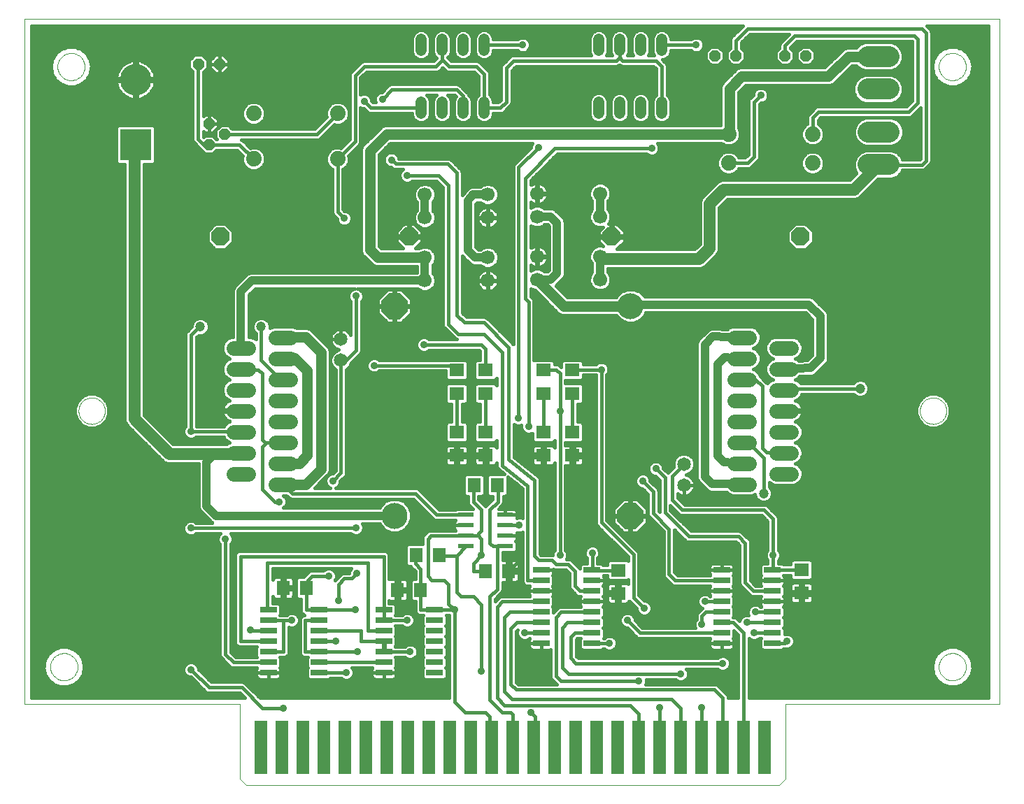
<source format=gtl>
G75*
G70*
%OFA0B0*%
%FSLAX24Y24*%
%IPPOS*%
%LPD*%
%AMOC8*
5,1,8,0,0,1.08239X$1,22.5*
%
%ADD10C,0.0000*%
%ADD11C,0.0709*%
%ADD12C,0.1004*%
%ADD13C,0.0669*%
%ADD14OC8,0.0520*%
%ADD15C,0.0740*%
%ADD16OC8,0.0860*%
%ADD17C,0.0650*%
%ADD18C,0.1240*%
%ADD19OC8,0.1240*%
%ADD20R,0.1500X0.1500*%
%ADD21C,0.1500*%
%ADD22R,0.0800X0.0260*%
%ADD23R,0.0600X0.2550*%
%ADD24C,0.0520*%
%ADD25R,0.0630X0.0709*%
%ADD26R,0.0709X0.0630*%
%ADD27R,0.0710X0.0630*%
%ADD28R,0.0780X0.0220*%
%ADD29C,0.0356*%
%ADD30C,0.0160*%
%ADD31C,0.0400*%
%ADD32C,0.0500*%
%ADD33C,0.0120*%
%ADD34C,0.0560*%
%ADD35C,0.0240*%
%ADD36C,0.0472*%
D10*
X001029Y005856D02*
X001026Y038516D01*
X047510Y038516D01*
X047513Y005856D01*
X038300Y005856D01*
X038304Y005855D02*
X037304Y005855D01*
X037304Y002300D01*
X037004Y002000D01*
X011604Y002000D01*
X011304Y002300D01*
X011304Y005855D01*
X010304Y005855D01*
X010308Y005856D02*
X001029Y005856D01*
X002260Y007628D02*
X002262Y007678D01*
X002268Y007728D01*
X002278Y007778D01*
X002291Y007826D01*
X002308Y007874D01*
X002329Y007920D01*
X002353Y007964D01*
X002381Y008006D01*
X002412Y008046D01*
X002446Y008083D01*
X002483Y008118D01*
X002522Y008149D01*
X002563Y008178D01*
X002607Y008203D01*
X002653Y008225D01*
X002700Y008243D01*
X002748Y008257D01*
X002797Y008268D01*
X002847Y008275D01*
X002897Y008278D01*
X002948Y008277D01*
X002998Y008272D01*
X003048Y008263D01*
X003096Y008251D01*
X003144Y008234D01*
X003190Y008214D01*
X003235Y008191D01*
X003278Y008164D01*
X003318Y008134D01*
X003356Y008101D01*
X003391Y008065D01*
X003424Y008026D01*
X003453Y007985D01*
X003479Y007942D01*
X003502Y007897D01*
X003521Y007850D01*
X003536Y007802D01*
X003548Y007753D01*
X003556Y007703D01*
X003560Y007653D01*
X003560Y007603D01*
X003556Y007553D01*
X003548Y007503D01*
X003536Y007454D01*
X003521Y007406D01*
X003502Y007359D01*
X003479Y007314D01*
X003453Y007271D01*
X003424Y007230D01*
X003391Y007191D01*
X003356Y007155D01*
X003318Y007122D01*
X003278Y007092D01*
X003235Y007065D01*
X003190Y007042D01*
X003144Y007022D01*
X003096Y007005D01*
X003048Y006993D01*
X002998Y006984D01*
X002948Y006979D01*
X002897Y006978D01*
X002847Y006981D01*
X002797Y006988D01*
X002748Y006999D01*
X002700Y007013D01*
X002653Y007031D01*
X002607Y007053D01*
X002563Y007078D01*
X002522Y007107D01*
X002483Y007138D01*
X002446Y007173D01*
X002412Y007210D01*
X002381Y007250D01*
X002353Y007292D01*
X002329Y007336D01*
X002308Y007382D01*
X002291Y007430D01*
X002278Y007478D01*
X002268Y007528D01*
X002262Y007578D01*
X002260Y007628D01*
X003606Y019833D02*
X003608Y019883D01*
X003614Y019933D01*
X003624Y019982D01*
X003638Y020030D01*
X003655Y020077D01*
X003676Y020122D01*
X003701Y020166D01*
X003729Y020207D01*
X003761Y020246D01*
X003795Y020283D01*
X003832Y020317D01*
X003872Y020347D01*
X003914Y020374D01*
X003958Y020398D01*
X004004Y020419D01*
X004051Y020435D01*
X004099Y020448D01*
X004149Y020457D01*
X004198Y020462D01*
X004249Y020463D01*
X004299Y020460D01*
X004348Y020453D01*
X004397Y020442D01*
X004445Y020427D01*
X004491Y020409D01*
X004536Y020387D01*
X004579Y020361D01*
X004620Y020332D01*
X004659Y020300D01*
X004695Y020265D01*
X004727Y020227D01*
X004757Y020187D01*
X004784Y020144D01*
X004807Y020100D01*
X004826Y020054D01*
X004842Y020006D01*
X004854Y019957D01*
X004862Y019908D01*
X004866Y019858D01*
X004866Y019808D01*
X004862Y019758D01*
X004854Y019709D01*
X004842Y019660D01*
X004826Y019612D01*
X004807Y019566D01*
X004784Y019522D01*
X004757Y019479D01*
X004727Y019439D01*
X004695Y019401D01*
X004659Y019366D01*
X004620Y019334D01*
X004579Y019305D01*
X004536Y019279D01*
X004491Y019257D01*
X004445Y019239D01*
X004397Y019224D01*
X004348Y019213D01*
X004299Y019206D01*
X004249Y019203D01*
X004198Y019204D01*
X004149Y019209D01*
X004099Y019218D01*
X004051Y019231D01*
X004004Y019247D01*
X003958Y019268D01*
X003914Y019292D01*
X003872Y019319D01*
X003832Y019349D01*
X003795Y019383D01*
X003761Y019420D01*
X003729Y019459D01*
X003701Y019500D01*
X003676Y019544D01*
X003655Y019589D01*
X003638Y019636D01*
X003624Y019684D01*
X003614Y019733D01*
X003608Y019783D01*
X003606Y019833D01*
X002601Y036240D02*
X002603Y036290D01*
X002609Y036340D01*
X002619Y036390D01*
X002632Y036438D01*
X002649Y036486D01*
X002670Y036532D01*
X002694Y036576D01*
X002722Y036618D01*
X002753Y036658D01*
X002787Y036695D01*
X002824Y036730D01*
X002863Y036761D01*
X002904Y036790D01*
X002948Y036815D01*
X002994Y036837D01*
X003041Y036855D01*
X003089Y036869D01*
X003138Y036880D01*
X003188Y036887D01*
X003238Y036890D01*
X003289Y036889D01*
X003339Y036884D01*
X003389Y036875D01*
X003437Y036863D01*
X003485Y036846D01*
X003531Y036826D01*
X003576Y036803D01*
X003619Y036776D01*
X003659Y036746D01*
X003697Y036713D01*
X003732Y036677D01*
X003765Y036638D01*
X003794Y036597D01*
X003820Y036554D01*
X003843Y036509D01*
X003862Y036462D01*
X003877Y036414D01*
X003889Y036365D01*
X003897Y036315D01*
X003901Y036265D01*
X003901Y036215D01*
X003897Y036165D01*
X003889Y036115D01*
X003877Y036066D01*
X003862Y036018D01*
X003843Y035971D01*
X003820Y035926D01*
X003794Y035883D01*
X003765Y035842D01*
X003732Y035803D01*
X003697Y035767D01*
X003659Y035734D01*
X003619Y035704D01*
X003576Y035677D01*
X003531Y035654D01*
X003485Y035634D01*
X003437Y035617D01*
X003389Y035605D01*
X003339Y035596D01*
X003289Y035591D01*
X003238Y035590D01*
X003188Y035593D01*
X003138Y035600D01*
X003089Y035611D01*
X003041Y035625D01*
X002994Y035643D01*
X002948Y035665D01*
X002904Y035690D01*
X002863Y035719D01*
X002824Y035750D01*
X002787Y035785D01*
X002753Y035822D01*
X002722Y035862D01*
X002694Y035904D01*
X002670Y035948D01*
X002649Y035994D01*
X002632Y036042D01*
X002619Y036090D01*
X002609Y036140D01*
X002603Y036190D01*
X002601Y036240D01*
X043705Y019833D02*
X043707Y019883D01*
X043713Y019933D01*
X043723Y019982D01*
X043737Y020030D01*
X043754Y020077D01*
X043775Y020122D01*
X043800Y020166D01*
X043828Y020207D01*
X043860Y020246D01*
X043894Y020283D01*
X043931Y020317D01*
X043971Y020347D01*
X044013Y020374D01*
X044057Y020398D01*
X044103Y020419D01*
X044150Y020435D01*
X044198Y020448D01*
X044248Y020457D01*
X044297Y020462D01*
X044348Y020463D01*
X044398Y020460D01*
X044447Y020453D01*
X044496Y020442D01*
X044544Y020427D01*
X044590Y020409D01*
X044635Y020387D01*
X044678Y020361D01*
X044719Y020332D01*
X044758Y020300D01*
X044794Y020265D01*
X044826Y020227D01*
X044856Y020187D01*
X044883Y020144D01*
X044906Y020100D01*
X044925Y020054D01*
X044941Y020006D01*
X044953Y019957D01*
X044961Y019908D01*
X044965Y019858D01*
X044965Y019808D01*
X044961Y019758D01*
X044953Y019709D01*
X044941Y019660D01*
X044925Y019612D01*
X044906Y019566D01*
X044883Y019522D01*
X044856Y019479D01*
X044826Y019439D01*
X044794Y019401D01*
X044758Y019366D01*
X044719Y019334D01*
X044678Y019305D01*
X044635Y019279D01*
X044590Y019257D01*
X044544Y019239D01*
X044496Y019224D01*
X044447Y019213D01*
X044398Y019206D01*
X044348Y019203D01*
X044297Y019204D01*
X044248Y019209D01*
X044198Y019218D01*
X044150Y019231D01*
X044103Y019247D01*
X044057Y019268D01*
X044013Y019292D01*
X043971Y019319D01*
X043931Y019349D01*
X043894Y019383D01*
X043860Y019420D01*
X043828Y019459D01*
X043800Y019500D01*
X043775Y019544D01*
X043754Y019589D01*
X043737Y019636D01*
X043723Y019684D01*
X043713Y019733D01*
X043707Y019783D01*
X043705Y019833D01*
X044599Y007628D02*
X044601Y007678D01*
X044607Y007728D01*
X044617Y007778D01*
X044630Y007826D01*
X044647Y007874D01*
X044668Y007920D01*
X044692Y007964D01*
X044720Y008006D01*
X044751Y008046D01*
X044785Y008083D01*
X044822Y008118D01*
X044861Y008149D01*
X044902Y008178D01*
X044946Y008203D01*
X044992Y008225D01*
X045039Y008243D01*
X045087Y008257D01*
X045136Y008268D01*
X045186Y008275D01*
X045236Y008278D01*
X045287Y008277D01*
X045337Y008272D01*
X045387Y008263D01*
X045435Y008251D01*
X045483Y008234D01*
X045529Y008214D01*
X045574Y008191D01*
X045617Y008164D01*
X045657Y008134D01*
X045695Y008101D01*
X045730Y008065D01*
X045763Y008026D01*
X045792Y007985D01*
X045818Y007942D01*
X045841Y007897D01*
X045860Y007850D01*
X045875Y007802D01*
X045887Y007753D01*
X045895Y007703D01*
X045899Y007653D01*
X045899Y007603D01*
X045895Y007553D01*
X045887Y007503D01*
X045875Y007454D01*
X045860Y007406D01*
X045841Y007359D01*
X045818Y007314D01*
X045792Y007271D01*
X045763Y007230D01*
X045730Y007191D01*
X045695Y007155D01*
X045657Y007122D01*
X045617Y007092D01*
X045574Y007065D01*
X045529Y007042D01*
X045483Y007022D01*
X045435Y007005D01*
X045387Y006993D01*
X045337Y006984D01*
X045287Y006979D01*
X045236Y006978D01*
X045186Y006981D01*
X045136Y006988D01*
X045087Y006999D01*
X045039Y007013D01*
X044992Y007031D01*
X044946Y007053D01*
X044902Y007078D01*
X044861Y007107D01*
X044822Y007138D01*
X044785Y007173D01*
X044751Y007210D01*
X044720Y007250D01*
X044692Y007292D01*
X044668Y007336D01*
X044647Y007382D01*
X044630Y007430D01*
X044617Y007478D01*
X044607Y007528D01*
X044601Y007578D01*
X044599Y007628D01*
X044599Y036240D02*
X044601Y036290D01*
X044607Y036340D01*
X044617Y036390D01*
X044630Y036438D01*
X044647Y036486D01*
X044668Y036532D01*
X044692Y036576D01*
X044720Y036618D01*
X044751Y036658D01*
X044785Y036695D01*
X044822Y036730D01*
X044861Y036761D01*
X044902Y036790D01*
X044946Y036815D01*
X044992Y036837D01*
X045039Y036855D01*
X045087Y036869D01*
X045136Y036880D01*
X045186Y036887D01*
X045236Y036890D01*
X045287Y036889D01*
X045337Y036884D01*
X045387Y036875D01*
X045435Y036863D01*
X045483Y036846D01*
X045529Y036826D01*
X045574Y036803D01*
X045617Y036776D01*
X045657Y036746D01*
X045695Y036713D01*
X045730Y036677D01*
X045763Y036638D01*
X045792Y036597D01*
X045818Y036554D01*
X045841Y036509D01*
X045860Y036462D01*
X045875Y036414D01*
X045887Y036365D01*
X045895Y036315D01*
X045899Y036265D01*
X045899Y036215D01*
X045895Y036165D01*
X045887Y036115D01*
X045875Y036066D01*
X045860Y036018D01*
X045841Y035971D01*
X045818Y035926D01*
X045792Y035883D01*
X045763Y035842D01*
X045730Y035803D01*
X045695Y035767D01*
X045657Y035734D01*
X045617Y035704D01*
X045574Y035677D01*
X045529Y035654D01*
X045483Y035634D01*
X045435Y035617D01*
X045387Y035605D01*
X045337Y035596D01*
X045287Y035591D01*
X045236Y035590D01*
X045186Y035593D01*
X045136Y035600D01*
X045087Y035611D01*
X045039Y035625D01*
X044992Y035643D01*
X044946Y035665D01*
X044902Y035690D01*
X044861Y035719D01*
X044822Y035750D01*
X044785Y035785D01*
X044751Y035822D01*
X044720Y035862D01*
X044692Y035904D01*
X044668Y035948D01*
X044647Y035994D01*
X044630Y036042D01*
X044617Y036090D01*
X044607Y036140D01*
X044601Y036190D01*
X044599Y036240D01*
D11*
X035580Y023333D02*
X034871Y023333D01*
X034871Y022333D02*
X035580Y022333D01*
X035580Y021333D02*
X034871Y021333D01*
X034871Y020333D02*
X035580Y020333D01*
X035580Y019333D02*
X034871Y019333D01*
X034871Y018333D02*
X035580Y018333D01*
X035580Y017333D02*
X034871Y017333D01*
X034871Y016333D02*
X035580Y016333D01*
X036871Y016833D02*
X037580Y016833D01*
X037580Y017833D02*
X036871Y017833D01*
X036871Y018833D02*
X037580Y018833D01*
X037580Y019833D02*
X036871Y019833D01*
X036871Y020833D02*
X037580Y020833D01*
X037580Y021833D02*
X036871Y021833D01*
X036871Y022833D02*
X037580Y022833D01*
X013700Y023333D02*
X012991Y023333D01*
X012991Y022333D02*
X013700Y022333D01*
X013700Y021333D02*
X012991Y021333D01*
X012991Y020333D02*
X013700Y020333D01*
X013700Y019333D02*
X012991Y019333D01*
X012991Y018333D02*
X013700Y018333D01*
X013700Y017333D02*
X012991Y017333D01*
X012991Y016333D02*
X013700Y016333D01*
X011700Y016833D02*
X010991Y016833D01*
X010991Y017833D02*
X011700Y017833D01*
X011700Y018833D02*
X010991Y018833D01*
X010991Y019833D02*
X011700Y019833D01*
X011700Y020833D02*
X010991Y020833D01*
X010991Y021833D02*
X011700Y021833D01*
X011700Y022833D02*
X010991Y022833D01*
D12*
X041236Y031571D02*
X042240Y031571D01*
X042240Y033130D02*
X041236Y033130D01*
X041215Y035171D02*
X042219Y035171D01*
X042219Y036730D02*
X041215Y036730D01*
D13*
X028460Y030191D03*
X028460Y029091D03*
X028460Y027191D03*
X028460Y026091D03*
X025460Y026091D03*
X025460Y027191D03*
X025460Y029091D03*
X025460Y030191D03*
X023110Y030141D03*
X023110Y029041D03*
X023110Y027141D03*
X023110Y026041D03*
X020110Y026041D03*
X020110Y027141D03*
X020110Y029041D03*
X020110Y030141D03*
D14*
X010566Y033022D03*
X009816Y033522D03*
X009816Y032522D03*
X010316Y036368D03*
X009316Y036368D03*
X033922Y036762D03*
X034922Y036762D03*
X037269Y036762D03*
X038269Y036762D03*
D15*
X038588Y033022D03*
X038588Y031644D03*
X034588Y031644D03*
X034588Y033022D03*
X015950Y034006D03*
X015950Y031841D03*
X011950Y031841D03*
X011950Y034006D03*
D16*
X010360Y028141D03*
X019360Y028141D03*
X029010Y028141D03*
X038010Y028141D03*
D17*
X032460Y017291D03*
X032460Y016291D03*
X016110Y022241D03*
X016110Y023241D03*
D18*
X018660Y014833D03*
X029910Y024833D03*
D19*
X018660Y024833D03*
X029910Y014833D03*
D20*
X006325Y032515D03*
D21*
X006325Y035620D03*
D22*
X025650Y012241D03*
X025650Y011741D03*
X025650Y011241D03*
X025650Y010741D03*
X025650Y010241D03*
X025650Y009741D03*
X025650Y009241D03*
X025650Y008741D03*
X028070Y008741D03*
X028070Y009241D03*
X028070Y009741D03*
X028070Y010241D03*
X028070Y010741D03*
X028070Y011241D03*
X028070Y011741D03*
X028070Y012241D03*
X034250Y012241D03*
X034250Y011741D03*
X034250Y011241D03*
X034250Y010741D03*
X034250Y010241D03*
X034250Y009741D03*
X034250Y009241D03*
X034250Y008741D03*
X036670Y008741D03*
X036670Y009241D03*
X036670Y009741D03*
X036670Y010241D03*
X036670Y010741D03*
X036670Y011241D03*
X036670Y011741D03*
X036670Y012241D03*
X020570Y010341D03*
X020570Y009841D03*
X020570Y009341D03*
X020570Y008841D03*
X020570Y008341D03*
X020570Y007841D03*
X020570Y007341D03*
X018150Y007341D03*
X018150Y007841D03*
X018150Y008341D03*
X018150Y008841D03*
X018150Y009341D03*
X018150Y009841D03*
X018150Y010341D03*
X015070Y010341D03*
X015070Y009841D03*
X015070Y009341D03*
X015070Y008841D03*
X015070Y008341D03*
X015070Y007841D03*
X015070Y007341D03*
X012650Y007341D03*
X012650Y007841D03*
X012650Y008341D03*
X012650Y008841D03*
X012650Y009341D03*
X012650Y009841D03*
X012650Y010341D03*
D23*
X012304Y003800D03*
X013304Y003800D03*
X014304Y003800D03*
X015304Y003800D03*
X016304Y003800D03*
X017304Y003800D03*
X018304Y003800D03*
X019304Y003800D03*
X020304Y003800D03*
X021304Y003800D03*
X022304Y003800D03*
X023304Y003800D03*
X024304Y003800D03*
X025304Y003800D03*
X026304Y003800D03*
X027304Y003800D03*
X028304Y003800D03*
X029304Y003800D03*
X030304Y003800D03*
X031304Y003800D03*
X032304Y003800D03*
X033304Y003800D03*
X034304Y003800D03*
X035304Y003800D03*
X036304Y003800D03*
D24*
X031395Y034018D02*
X031395Y034538D01*
X030395Y034538D02*
X030395Y034018D01*
X029395Y034018D02*
X029395Y034538D01*
X028395Y034538D02*
X028395Y034018D01*
X028395Y037018D02*
X028395Y037538D01*
X029395Y037538D02*
X029395Y037018D01*
X030395Y037018D02*
X030395Y037538D01*
X031395Y037538D02*
X031395Y037018D01*
X022930Y037018D02*
X022930Y037538D01*
X021930Y037538D02*
X021930Y037018D01*
X020930Y037018D02*
X020930Y037538D01*
X019930Y037538D02*
X019930Y037018D01*
X019930Y034538D02*
X019930Y034018D01*
X020930Y034018D02*
X020930Y034538D01*
X021930Y034538D02*
X021930Y034018D01*
X022930Y034018D02*
X022930Y034538D01*
D25*
X022454Y016289D03*
X023556Y016289D03*
X020800Y012943D03*
X019698Y012943D03*
X019912Y011291D03*
X018809Y011291D03*
X023005Y012195D03*
X024107Y012195D03*
X014462Y011391D03*
X013359Y011391D03*
D26*
X021627Y017707D03*
X021627Y018809D03*
X023005Y018809D03*
X023005Y017707D03*
X025761Y017707D03*
X027139Y017707D03*
X027139Y018809D03*
X025761Y018809D03*
X029321Y012232D03*
X029321Y011129D03*
X038061Y011147D03*
X038061Y012249D03*
D27*
X027139Y020651D03*
X025761Y020651D03*
X025761Y021771D03*
X027139Y021771D03*
X023005Y021771D03*
X023005Y020651D03*
X021627Y020651D03*
X021627Y021771D03*
D28*
X022075Y014874D03*
X022075Y014374D03*
X022075Y013874D03*
X022075Y013374D03*
X023935Y013374D03*
X023935Y013874D03*
X023935Y014374D03*
X023935Y014874D03*
D29*
X024599Y014380D03*
X024383Y015778D03*
X025918Y015620D03*
X027966Y017746D03*
X026548Y019833D03*
X025052Y019085D03*
X024580Y019478D03*
X021548Y016841D03*
X022808Y012943D03*
X021517Y010341D03*
X019260Y009841D03*
X019410Y008341D03*
X017410Y007341D03*
X016360Y007341D03*
X016910Y008341D03*
X015860Y008841D03*
X016810Y010341D03*
X015997Y010778D03*
X015525Y011959D03*
X016863Y012077D03*
X016824Y014242D03*
X015721Y016486D03*
X013162Y015502D03*
X010603Y013730D03*
X008960Y014237D03*
X013760Y009841D03*
X011784Y009400D03*
X008960Y007499D03*
X013359Y005660D03*
X022808Y007431D03*
X024860Y009241D03*
X025660Y008041D03*
X025170Y005463D03*
X028910Y008741D03*
X029658Y008455D03*
X029760Y009841D03*
X030564Y010423D03*
X033310Y009641D03*
X033460Y010741D03*
X035460Y009741D03*
X035860Y010241D03*
X035810Y009241D03*
X037360Y008841D03*
X034310Y007791D03*
X032310Y007291D03*
X031310Y005691D03*
X030310Y006941D03*
X033310Y005691D03*
X026863Y011723D03*
X026548Y012943D03*
X028084Y013061D03*
X030485Y016486D03*
X031115Y017077D03*
X028517Y021801D03*
X020052Y022982D03*
X017690Y021998D03*
X016824Y025305D03*
X016273Y029006D03*
X019265Y031053D03*
X018517Y031801D03*
X018084Y034675D03*
X017218Y034597D03*
X024777Y037274D03*
X029540Y035778D03*
X032532Y034242D03*
X030918Y032352D03*
X025525Y032392D03*
X033044Y037274D03*
X036115Y034872D03*
X036706Y012943D03*
X008960Y018841D03*
D30*
X011336Y018841D01*
X011345Y018833D01*
X010801Y019333D02*
X010688Y019286D01*
X010538Y019135D01*
X010524Y019101D01*
X009220Y019101D01*
X009220Y023333D01*
X009317Y023429D01*
X009328Y023425D01*
X009493Y023425D01*
X009646Y023488D01*
X009763Y023605D01*
X009827Y023758D01*
X009827Y023924D01*
X009763Y024077D01*
X009646Y024194D01*
X009493Y024257D01*
X009328Y024257D01*
X009175Y024194D01*
X009058Y024077D01*
X008994Y023924D01*
X008994Y023842D01*
X008813Y023661D01*
X008740Y023588D01*
X008700Y023493D01*
X008700Y019087D01*
X008657Y019044D01*
X008602Y018912D01*
X008602Y018770D01*
X008657Y018638D01*
X008758Y018537D01*
X008889Y018483D01*
X009032Y018483D01*
X009163Y018537D01*
X009207Y018581D01*
X010517Y018581D01*
X010538Y018530D01*
X010688Y018380D01*
X010802Y018333D01*
X010688Y018286D01*
X010654Y018251D01*
X008111Y018251D01*
X006733Y019630D01*
X006733Y031585D01*
X007150Y031585D01*
X007255Y031690D01*
X007255Y033340D01*
X007150Y033445D01*
X005500Y033445D01*
X005395Y033340D01*
X005395Y031690D01*
X005500Y031585D01*
X005813Y031585D01*
X005813Y019348D01*
X005883Y019178D01*
X006012Y019049D01*
X007660Y017401D01*
X007829Y017331D01*
X009330Y017331D01*
X009330Y015215D01*
X009388Y015076D01*
X009848Y014616D01*
X009848Y014616D01*
X009902Y014562D01*
X009955Y014509D01*
X009955Y014509D01*
X009955Y014509D01*
X009971Y014502D01*
X009201Y014502D01*
X009163Y014540D01*
X009032Y014595D01*
X008889Y014595D01*
X008758Y014540D01*
X008657Y014440D01*
X008602Y014308D01*
X008602Y014165D01*
X008657Y014034D01*
X008758Y013933D01*
X008889Y013879D01*
X009032Y013879D01*
X009163Y013933D01*
X009212Y013982D01*
X010349Y013982D01*
X010300Y013933D01*
X010245Y013802D01*
X010245Y013659D01*
X010300Y013528D01*
X010343Y013484D01*
X010343Y008167D01*
X010383Y008071D01*
X010456Y007998D01*
X010834Y007621D01*
X010929Y007581D01*
X012106Y007581D01*
X012083Y007541D01*
X012070Y007495D01*
X012070Y007341D01*
X012070Y007187D01*
X012083Y007142D01*
X012106Y007101D01*
X012140Y007067D01*
X012181Y007043D01*
X012227Y007031D01*
X012650Y007031D01*
X012650Y007341D01*
X012070Y007341D01*
X012650Y007341D01*
X012650Y007341D01*
X012650Y007341D01*
X012650Y007031D01*
X013074Y007031D01*
X013120Y007043D01*
X013161Y007067D01*
X013194Y007101D01*
X013218Y007142D01*
X013230Y007187D01*
X013230Y007341D01*
X013230Y007495D01*
X014490Y007495D01*
X014490Y007546D02*
X014490Y007136D01*
X014596Y007031D01*
X015545Y007031D01*
X015595Y007081D01*
X016114Y007081D01*
X016158Y007037D01*
X016289Y006983D01*
X016432Y006983D01*
X016563Y007037D01*
X016664Y007138D01*
X016719Y007270D01*
X016719Y007412D01*
X016664Y007544D01*
X016627Y007581D01*
X017606Y007581D01*
X017583Y007541D01*
X017570Y007495D01*
X017570Y007341D01*
X017570Y007187D01*
X017583Y007142D01*
X017606Y007101D01*
X017640Y007067D01*
X017681Y007043D01*
X017727Y007031D01*
X018150Y007031D01*
X018150Y007341D01*
X017570Y007341D01*
X018150Y007341D01*
X018150Y007341D01*
X018150Y007341D01*
X017410Y007341D01*
X017570Y007337D02*
X016719Y007337D01*
X016684Y007495D02*
X017571Y007495D01*
X017573Y007178D02*
X016681Y007178D01*
X016520Y007020D02*
X021257Y007020D01*
X021150Y007136D02*
X021150Y007546D01*
X021105Y007591D01*
X021150Y007636D01*
X021150Y008046D01*
X021105Y008091D01*
X021150Y008136D01*
X021150Y008546D01*
X021105Y008591D01*
X021150Y008636D01*
X021150Y009046D01*
X021105Y009091D01*
X021150Y009136D01*
X021150Y009546D01*
X021105Y009591D01*
X021150Y009636D01*
X021150Y010046D01*
X021115Y010081D01*
X021257Y010081D01*
X021257Y006141D01*
X012261Y006141D01*
X011611Y006791D01*
X011538Y006864D01*
X011442Y006904D01*
X009924Y006904D01*
X009319Y007509D01*
X009319Y007571D01*
X009264Y007702D01*
X009163Y007803D01*
X009032Y007857D01*
X008889Y007857D01*
X008758Y007803D01*
X008657Y007702D01*
X008602Y007571D01*
X008602Y007428D01*
X008657Y007296D01*
X008758Y007196D01*
X008889Y007141D01*
X008951Y007141D01*
X009669Y006423D01*
X009764Y006384D01*
X011283Y006384D01*
X011526Y006141D01*
X001360Y006141D01*
X001360Y038191D01*
X035247Y038191D01*
X034702Y037645D01*
X034662Y037550D01*
X034662Y037124D01*
X034482Y036944D01*
X034482Y036580D01*
X034740Y036322D01*
X035104Y036322D01*
X035362Y036580D01*
X035362Y036944D01*
X035182Y037124D01*
X035182Y037390D01*
X035593Y037801D01*
X037456Y037801D01*
X037048Y037393D01*
X037009Y037298D01*
X037009Y037124D01*
X036829Y036944D01*
X036829Y036580D01*
X037086Y036322D01*
X037451Y036322D01*
X037709Y036580D01*
X037709Y036944D01*
X037529Y037124D01*
X037529Y037138D01*
X037837Y037447D01*
X043330Y037447D01*
X043335Y037442D01*
X043335Y034625D01*
X043055Y034345D01*
X038819Y034345D01*
X038724Y034305D01*
X038448Y034030D01*
X038375Y033956D01*
X038335Y033861D01*
X038335Y033513D01*
X038276Y033488D01*
X038121Y033333D01*
X038038Y033131D01*
X038038Y032912D01*
X038121Y032710D01*
X038276Y032555D01*
X038478Y032472D01*
X038697Y032472D01*
X038899Y032555D01*
X039054Y032710D01*
X039138Y032912D01*
X039138Y033131D01*
X039054Y033333D01*
X038899Y033488D01*
X038855Y033506D01*
X038855Y033701D01*
X038979Y033825D01*
X043214Y033825D01*
X043310Y033864D01*
X043383Y033937D01*
X043729Y034284D01*
X043729Y031870D01*
X043685Y031825D01*
X042873Y031825D01*
X042818Y031957D01*
X042626Y032149D01*
X042376Y032253D01*
X041100Y032253D01*
X040850Y032149D01*
X040658Y031957D01*
X040554Y031707D01*
X040554Y031435D01*
X040658Y031185D01*
X040680Y031163D01*
X040360Y030844D01*
X034252Y030844D01*
X034083Y030774D01*
X033954Y030645D01*
X033284Y029975D01*
X033214Y029806D01*
X033214Y027779D01*
X032977Y027542D01*
X029274Y027542D01*
X029620Y027888D01*
X029620Y028103D01*
X029049Y028103D01*
X029049Y028179D01*
X029620Y028179D01*
X029620Y028394D01*
X029263Y028751D01*
X029049Y028751D01*
X029049Y028179D01*
X028972Y028179D01*
X028972Y028103D01*
X028400Y028103D01*
X028400Y027888D01*
X028597Y027691D01*
X028563Y027706D01*
X028358Y027706D01*
X028169Y027627D01*
X028024Y027483D01*
X027946Y027293D01*
X027946Y027089D01*
X028024Y026899D01*
X028048Y026875D01*
X028070Y026822D01*
X028080Y026812D01*
X028080Y026439D01*
X028024Y026383D01*
X027946Y026193D01*
X027946Y025989D01*
X028024Y025799D01*
X028169Y025655D01*
X028358Y025576D01*
X028563Y025576D01*
X028752Y025655D01*
X028897Y025799D01*
X028975Y025989D01*
X028975Y026193D01*
X028897Y026383D01*
X028840Y026439D01*
X028840Y026622D01*
X033259Y026622D01*
X033428Y026692D01*
X033935Y027199D01*
X034064Y027328D01*
X034134Y027497D01*
X034134Y029524D01*
X034534Y029924D01*
X040642Y029924D01*
X040812Y029994D01*
X041707Y030889D01*
X042376Y030889D01*
X042626Y030993D01*
X042818Y031185D01*
X042868Y031305D01*
X043844Y031305D01*
X043940Y031345D01*
X044013Y031418D01*
X044210Y031615D01*
X044249Y031710D01*
X044249Y037916D01*
X044210Y038012D01*
X044136Y038085D01*
X044030Y038191D01*
X046960Y038191D01*
X046960Y006141D01*
X035564Y006141D01*
X035564Y008981D01*
X035608Y008937D01*
X035739Y008883D01*
X035882Y008883D01*
X036013Y008937D01*
X036057Y008981D01*
X036126Y008981D01*
X036090Y008946D01*
X036090Y008536D01*
X036196Y008431D01*
X037145Y008431D01*
X037195Y008481D01*
X037312Y008481D01*
X037317Y008483D01*
X037432Y008483D01*
X037563Y008537D01*
X037664Y008638D01*
X037719Y008770D01*
X037719Y008912D01*
X037664Y009044D01*
X037563Y009145D01*
X037432Y009199D01*
X037289Y009199D01*
X037250Y009183D01*
X037250Y009446D01*
X037205Y009491D01*
X037250Y009536D01*
X037250Y009946D01*
X037205Y009991D01*
X037250Y010036D01*
X037250Y010446D01*
X037205Y010491D01*
X037214Y010501D01*
X037238Y010542D01*
X037250Y010587D01*
X037250Y010741D01*
X037250Y010895D01*
X037238Y010941D01*
X037214Y010982D01*
X037527Y010982D01*
X037527Y011069D02*
X037527Y010808D01*
X037539Y010762D01*
X037563Y010721D01*
X037596Y010688D01*
X037637Y010664D01*
X037683Y010652D01*
X037984Y010652D01*
X037984Y011069D01*
X038139Y011069D01*
X038139Y011224D01*
X038596Y011224D01*
X038596Y011485D01*
X038583Y011531D01*
X038560Y011572D01*
X038526Y011606D01*
X038485Y011629D01*
X038439Y011641D01*
X038139Y011641D01*
X038139Y011224D01*
X037984Y011224D01*
X037984Y011641D01*
X037683Y011641D01*
X037637Y011629D01*
X037596Y011606D01*
X037563Y011572D01*
X037539Y011531D01*
X037527Y011485D01*
X037527Y011224D01*
X037984Y011224D01*
X037984Y011069D01*
X037527Y011069D01*
X037527Y011299D02*
X037250Y011299D01*
X037250Y011446D02*
X037205Y011491D01*
X037214Y011501D01*
X037238Y011542D01*
X037250Y011587D01*
X037250Y011741D01*
X037250Y011895D01*
X037238Y011941D01*
X037214Y011982D01*
X037207Y011989D01*
X037527Y011989D01*
X037527Y011859D01*
X037632Y011754D01*
X038490Y011754D01*
X038596Y011859D01*
X038596Y012638D01*
X038490Y012744D01*
X037632Y012744D01*
X037527Y012638D01*
X037527Y012509D01*
X037187Y012509D01*
X037145Y012551D01*
X036966Y012551D01*
X036966Y012697D01*
X037009Y012740D01*
X037064Y012872D01*
X037064Y013014D01*
X037009Y013146D01*
X036966Y013189D01*
X036966Y014727D01*
X036926Y014823D01*
X036493Y015256D01*
X036420Y015329D01*
X036324Y015368D01*
X032483Y015368D01*
X032163Y015688D01*
X032163Y015883D01*
X032196Y015859D01*
X032267Y015823D01*
X032342Y015798D01*
X032421Y015786D01*
X032460Y015786D01*
X032460Y016291D01*
X032460Y016291D01*
X032460Y015786D01*
X032500Y015786D01*
X032579Y015798D01*
X032654Y015823D01*
X032725Y015859D01*
X032789Y015906D01*
X032846Y015962D01*
X032892Y016026D01*
X032928Y016097D01*
X032953Y016173D01*
X032965Y016251D01*
X032965Y016291D01*
X032965Y016331D01*
X032953Y016409D01*
X032928Y016485D01*
X032892Y016556D01*
X032846Y016620D01*
X032789Y016676D01*
X032725Y016723D01*
X032654Y016759D01*
X032579Y016784D01*
X032562Y016786D01*
X032746Y016863D01*
X032889Y017005D01*
X033080Y017005D01*
X033080Y016847D02*
X032707Y016847D01*
X032773Y016688D02*
X033080Y016688D01*
X033080Y016615D02*
X033138Y016476D01*
X033488Y016126D01*
X033595Y016019D01*
X033735Y015961D01*
X034487Y015961D01*
X034568Y015880D01*
X034765Y015798D01*
X035686Y015798D01*
X035844Y015864D01*
X035844Y015808D01*
X035908Y015655D01*
X036025Y015538D01*
X036178Y015475D01*
X036343Y015475D01*
X036496Y015538D01*
X036613Y015655D01*
X036677Y015808D01*
X036677Y015974D01*
X036613Y016127D01*
X036520Y016220D01*
X036520Y016428D01*
X036568Y016380D01*
X036765Y016298D01*
X037686Y016298D01*
X037882Y016380D01*
X038033Y016530D01*
X038114Y016726D01*
X038114Y016939D01*
X038033Y017135D01*
X037882Y017286D01*
X037769Y017333D01*
X037882Y017380D01*
X038033Y017530D01*
X038114Y017726D01*
X038114Y017939D01*
X038033Y018135D01*
X037882Y018286D01*
X037769Y018333D01*
X037882Y018380D01*
X038033Y018530D01*
X038114Y018726D01*
X038114Y018939D01*
X038033Y019135D01*
X037882Y019286D01*
X037769Y019333D01*
X037785Y019338D01*
X037860Y019376D01*
X037928Y019425D01*
X037987Y019485D01*
X038037Y019553D01*
X038075Y019628D01*
X038101Y019708D01*
X038114Y019791D01*
X038114Y019795D01*
X037264Y019795D01*
X037264Y019871D01*
X038114Y019871D01*
X038114Y019875D01*
X038101Y019958D01*
X038075Y020038D01*
X038037Y020113D01*
X037987Y020181D01*
X037928Y020240D01*
X037860Y020290D01*
X037785Y020328D01*
X037769Y020333D01*
X037882Y020380D01*
X038033Y020530D01*
X038075Y020631D01*
X040532Y020631D01*
X040625Y020538D01*
X040778Y020475D01*
X040943Y020475D01*
X041096Y020538D01*
X041213Y020655D01*
X041277Y020808D01*
X041277Y020974D01*
X041213Y021127D01*
X041096Y021244D01*
X040943Y021307D01*
X040778Y021307D01*
X040625Y021244D01*
X040532Y021151D01*
X038017Y021151D01*
X037882Y021286D01*
X037769Y021333D01*
X037882Y021380D01*
X037979Y021476D01*
X038498Y021493D01*
X038568Y021493D01*
X038573Y021495D01*
X038579Y021495D01*
X038643Y021524D01*
X038707Y021550D01*
X038712Y021555D01*
X038717Y021557D01*
X038765Y021608D01*
X039176Y022019D01*
X039283Y022126D01*
X039340Y022265D01*
X039340Y024417D01*
X039283Y024556D01*
X038733Y025106D01*
X038626Y025213D01*
X038486Y025271D01*
X030595Y025271D01*
X030589Y025286D01*
X030364Y025511D01*
X030070Y025633D01*
X029751Y025633D01*
X029457Y025511D01*
X029232Y025286D01*
X029223Y025263D01*
X026897Y025263D01*
X026358Y025801D01*
X026433Y025876D01*
X026733Y026176D01*
X026790Y026315D01*
X026790Y028867D01*
X026733Y029006D01*
X026626Y029113D01*
X026326Y029413D01*
X026186Y029471D01*
X025808Y029471D01*
X025752Y029527D01*
X025563Y029606D01*
X025358Y029606D01*
X025169Y029527D01*
X025155Y029513D01*
X025155Y029777D01*
X025191Y029751D01*
X025263Y029714D01*
X025340Y029689D01*
X025420Y029676D01*
X025432Y029676D01*
X025432Y030163D01*
X025489Y030163D01*
X025489Y030219D01*
X025975Y030219D01*
X025975Y030232D01*
X025962Y030312D01*
X025937Y030389D01*
X025901Y030461D01*
X025853Y030526D01*
X025796Y030584D01*
X025730Y030631D01*
X025658Y030668D01*
X025581Y030693D01*
X025501Y030706D01*
X025489Y030706D01*
X025489Y030219D01*
X025432Y030219D01*
X025432Y030706D01*
X025420Y030706D01*
X025340Y030693D01*
X025263Y030668D01*
X025191Y030631D01*
X025155Y030605D01*
X025155Y030827D01*
X026420Y032092D01*
X030672Y032092D01*
X030715Y032049D01*
X030847Y031994D01*
X030990Y031994D01*
X031121Y032049D01*
X031222Y032150D01*
X031276Y032281D01*
X031276Y032424D01*
X031222Y032555D01*
X031185Y032592D01*
X034240Y032592D01*
X034276Y032555D01*
X034478Y032472D01*
X034697Y032472D01*
X034899Y032555D01*
X035054Y032710D01*
X035138Y032912D01*
X035138Y033131D01*
X035054Y033333D01*
X035049Y033338D01*
X035049Y035009D01*
X035388Y035348D01*
X039429Y035348D01*
X039587Y035413D01*
X039708Y035534D01*
X040474Y036300D01*
X040680Y036300D01*
X040828Y036152D01*
X041079Y036048D01*
X042354Y036048D01*
X042605Y036152D01*
X042797Y036344D01*
X042901Y036594D01*
X042901Y036866D01*
X042797Y037116D01*
X042605Y037308D01*
X042354Y037412D01*
X041079Y037412D01*
X040828Y037308D01*
X040680Y037160D01*
X040210Y037160D01*
X040052Y037095D01*
X039165Y036208D01*
X035124Y036208D01*
X034966Y036142D01*
X034376Y035552D01*
X034255Y035431D01*
X034189Y035273D01*
X034189Y033452D01*
X018195Y033452D01*
X018037Y033386D01*
X017916Y033265D01*
X017129Y032478D01*
X017063Y032320D01*
X017063Y027424D01*
X017129Y027266D01*
X017250Y027145D01*
X017618Y026776D01*
X017776Y026711D01*
X019730Y026711D01*
X019730Y026421D01*
X011785Y026421D01*
X011645Y026363D01*
X011538Y026256D01*
X011130Y025848D01*
X011023Y025741D01*
X010965Y025602D01*
X010965Y023367D01*
X010885Y023367D01*
X010688Y023286D01*
X010538Y023135D01*
X010457Y022939D01*
X010457Y022726D01*
X010538Y022530D01*
X010688Y022380D01*
X010802Y022333D01*
X010688Y022286D01*
X010538Y022135D01*
X010457Y021939D01*
X010457Y021726D01*
X010538Y021530D01*
X010688Y021380D01*
X010802Y021333D01*
X010688Y021286D01*
X010538Y021135D01*
X010457Y020939D01*
X010457Y020726D01*
X010538Y020530D01*
X010688Y020380D01*
X010801Y020333D01*
X010786Y020328D01*
X010711Y020290D01*
X010643Y020240D01*
X010584Y020181D01*
X010534Y020113D01*
X010496Y020038D01*
X010470Y019958D01*
X010457Y019875D01*
X010457Y019871D01*
X011307Y019871D01*
X011307Y019795D01*
X010457Y019795D01*
X010457Y019791D01*
X010470Y019708D01*
X010496Y019628D01*
X010534Y019553D01*
X010584Y019485D01*
X010643Y019425D01*
X010711Y019376D01*
X010786Y019338D01*
X010801Y019333D01*
X010702Y019383D02*
X009220Y019383D01*
X009220Y019541D02*
X010543Y019541D01*
X010473Y019700D02*
X009220Y019700D01*
X009220Y019858D02*
X011307Y019858D01*
X010800Y020334D02*
X009220Y020334D01*
X009220Y020492D02*
X010576Y020492D01*
X010488Y020651D02*
X009220Y020651D01*
X009220Y020809D02*
X010457Y020809D01*
X010469Y020968D02*
X009220Y020968D01*
X009220Y021126D02*
X010534Y021126D01*
X010687Y021285D02*
X009220Y021285D01*
X009220Y021443D02*
X010625Y021443D01*
X010509Y021602D02*
X009220Y021602D01*
X009220Y021760D02*
X010457Y021760D01*
X010457Y021919D02*
X009220Y021919D01*
X009220Y022077D02*
X010514Y022077D01*
X010638Y022236D02*
X009220Y022236D01*
X009220Y022394D02*
X010674Y022394D01*
X010529Y022553D02*
X009220Y022553D01*
X009220Y022711D02*
X010463Y022711D01*
X010457Y022870D02*
X009220Y022870D01*
X009220Y023028D02*
X010494Y023028D01*
X010589Y023187D02*
X009220Y023187D01*
X009232Y023345D02*
X010832Y023345D01*
X010965Y023504D02*
X009662Y023504D01*
X009787Y023662D02*
X010965Y023662D01*
X010965Y023821D02*
X009827Y023821D01*
X009804Y023979D02*
X010965Y023979D01*
X010965Y024138D02*
X009703Y024138D01*
X009410Y023841D02*
X009360Y023841D01*
X008960Y023441D01*
X008960Y018841D01*
X008705Y018590D02*
X007772Y018590D01*
X007614Y018749D02*
X008611Y018749D01*
X008602Y018907D02*
X007455Y018907D01*
X007297Y019066D02*
X008679Y019066D01*
X008700Y019224D02*
X007138Y019224D01*
X006980Y019383D02*
X008700Y019383D01*
X008700Y019541D02*
X006821Y019541D01*
X006733Y019700D02*
X008700Y019700D01*
X008700Y019858D02*
X006733Y019858D01*
X006733Y020017D02*
X008700Y020017D01*
X008700Y020175D02*
X006733Y020175D01*
X006733Y020334D02*
X008700Y020334D01*
X008700Y020492D02*
X006733Y020492D01*
X006733Y020651D02*
X008700Y020651D01*
X008700Y020809D02*
X006733Y020809D01*
X006733Y020968D02*
X008700Y020968D01*
X008700Y021126D02*
X006733Y021126D01*
X006733Y021285D02*
X008700Y021285D01*
X008700Y021443D02*
X006733Y021443D01*
X006733Y021602D02*
X008700Y021602D01*
X008700Y021760D02*
X006733Y021760D01*
X006733Y021919D02*
X008700Y021919D01*
X008700Y022077D02*
X006733Y022077D01*
X006733Y022236D02*
X008700Y022236D01*
X008700Y022394D02*
X006733Y022394D01*
X006733Y022553D02*
X008700Y022553D01*
X008700Y022711D02*
X006733Y022711D01*
X006733Y022870D02*
X008700Y022870D01*
X008700Y023028D02*
X006733Y023028D01*
X006733Y023187D02*
X008700Y023187D01*
X008700Y023345D02*
X006733Y023345D01*
X006733Y023504D02*
X008705Y023504D01*
X008814Y023662D02*
X006733Y023662D01*
X006733Y023821D02*
X008972Y023821D01*
X009017Y023979D02*
X006733Y023979D01*
X006733Y024138D02*
X009118Y024138D01*
X010965Y024296D02*
X006733Y024296D01*
X006733Y024455D02*
X010965Y024455D01*
X010965Y024613D02*
X006733Y024613D01*
X006733Y024772D02*
X010965Y024772D01*
X010965Y024930D02*
X006733Y024930D01*
X006733Y025089D02*
X010965Y025089D01*
X010965Y025247D02*
X006733Y025247D01*
X006733Y025406D02*
X010965Y025406D01*
X010965Y025564D02*
X006733Y025564D01*
X006733Y025723D02*
X011016Y025723D01*
X011163Y025881D02*
X006733Y025881D01*
X006733Y026040D02*
X011322Y026040D01*
X011480Y026198D02*
X006733Y026198D01*
X006733Y026357D02*
X011639Y026357D01*
X012018Y025661D02*
X016747Y025661D01*
X016621Y025609D01*
X016520Y025508D01*
X016466Y025376D01*
X016466Y025234D01*
X016520Y025102D01*
X016564Y025059D01*
X016564Y023464D01*
X016542Y023506D01*
X016496Y023570D01*
X016439Y023626D01*
X016375Y023673D01*
X016304Y023709D01*
X016229Y023734D01*
X016150Y023746D01*
X016110Y023746D01*
X016071Y023746D01*
X015992Y023734D01*
X015917Y023709D01*
X015846Y023673D01*
X015781Y023626D01*
X015725Y023570D01*
X015679Y023506D01*
X015642Y023435D01*
X015618Y023359D01*
X015605Y023281D01*
X015605Y023241D01*
X015605Y023201D01*
X015618Y023123D01*
X015642Y023047D01*
X015679Y022976D01*
X015725Y022912D01*
X015781Y022856D01*
X015846Y022809D01*
X015917Y022773D01*
X015992Y022748D01*
X016009Y022746D01*
X015824Y022669D01*
X015682Y022527D01*
X015605Y022341D01*
X015605Y022141D01*
X015682Y021955D01*
X015824Y021813D01*
X015850Y021802D01*
X015850Y016983D01*
X015712Y016844D01*
X015650Y016844D01*
X015519Y016790D01*
X015418Y016689D01*
X015363Y016558D01*
X015363Y016415D01*
X015418Y016283D01*
X015519Y016183D01*
X015584Y016156D01*
X014857Y016156D01*
X015406Y016705D01*
X015527Y016826D01*
X015593Y016984D01*
X015593Y022703D01*
X015527Y022862D01*
X014786Y023603D01*
X014665Y023723D01*
X014507Y023789D01*
X013995Y023789D01*
X013806Y023867D01*
X012885Y023867D01*
X012727Y023802D01*
X012727Y023924D01*
X012663Y024077D01*
X012546Y024194D01*
X012393Y024257D01*
X012228Y024257D01*
X012075Y024194D01*
X011958Y024077D01*
X011894Y023924D01*
X011894Y023758D01*
X011958Y023605D01*
X012050Y023512D01*
X012050Y023238D01*
X012002Y023286D01*
X011806Y023367D01*
X011725Y023367D01*
X011725Y025369D01*
X012018Y025661D01*
X011921Y025564D02*
X016576Y025564D01*
X016478Y025406D02*
X011762Y025406D01*
X011725Y025247D02*
X016466Y025247D01*
X016534Y025089D02*
X011725Y025089D01*
X011725Y024930D02*
X016564Y024930D01*
X016564Y024772D02*
X011725Y024772D01*
X011725Y024613D02*
X016564Y024613D01*
X016564Y024455D02*
X011725Y024455D01*
X011725Y024296D02*
X016564Y024296D01*
X016564Y024138D02*
X012603Y024138D01*
X012704Y023979D02*
X016564Y023979D01*
X016564Y023821D02*
X013918Y023821D01*
X014727Y023662D02*
X015831Y023662D01*
X015677Y023504D02*
X014885Y023504D01*
X015044Y023345D02*
X015616Y023345D01*
X015605Y023241D02*
X016110Y023241D01*
X015605Y023241D01*
X015608Y023187D02*
X015202Y023187D01*
X015361Y023028D02*
X015652Y023028D01*
X015768Y022870D02*
X015519Y022870D01*
X015589Y022711D02*
X015926Y022711D01*
X015708Y022553D02*
X015593Y022553D01*
X015593Y022394D02*
X015627Y022394D01*
X015605Y022236D02*
X015593Y022236D01*
X015593Y022077D02*
X015632Y022077D01*
X015593Y021919D02*
X015719Y021919D01*
X015593Y021760D02*
X015850Y021760D01*
X015850Y021602D02*
X015593Y021602D01*
X015593Y021443D02*
X015850Y021443D01*
X015850Y021285D02*
X015593Y021285D01*
X015593Y021126D02*
X015850Y021126D01*
X015850Y020968D02*
X015593Y020968D01*
X015593Y020809D02*
X015850Y020809D01*
X015850Y020651D02*
X015593Y020651D01*
X015593Y020492D02*
X015850Y020492D01*
X015850Y020334D02*
X015593Y020334D01*
X015593Y020175D02*
X015850Y020175D01*
X015850Y020017D02*
X015593Y020017D01*
X015593Y019858D02*
X015850Y019858D01*
X015850Y019700D02*
X015593Y019700D01*
X015593Y019541D02*
X015850Y019541D01*
X015850Y019383D02*
X015593Y019383D01*
X015593Y019224D02*
X015850Y019224D01*
X015850Y019066D02*
X015593Y019066D01*
X015593Y018907D02*
X015850Y018907D01*
X015850Y018749D02*
X015593Y018749D01*
X015593Y018590D02*
X015850Y018590D01*
X015850Y018432D02*
X015593Y018432D01*
X015593Y018273D02*
X015850Y018273D01*
X015850Y018115D02*
X015593Y018115D01*
X015593Y017956D02*
X015850Y017956D01*
X015850Y017798D02*
X015593Y017798D01*
X015593Y017639D02*
X015850Y017639D01*
X015850Y017481D02*
X015593Y017481D01*
X015593Y017322D02*
X015850Y017322D01*
X015850Y017164D02*
X015593Y017164D01*
X015593Y017005D02*
X015850Y017005D01*
X015714Y016847D02*
X015536Y016847D01*
X015417Y016688D02*
X015389Y016688D01*
X015363Y016530D02*
X015231Y016530D01*
X015382Y016371D02*
X015072Y016371D01*
X014914Y016213D02*
X015489Y016213D01*
X015721Y016486D02*
X016110Y016875D01*
X016110Y022241D01*
X016358Y022241D01*
X016824Y022707D01*
X016824Y025305D01*
X017084Y025059D02*
X017127Y025102D01*
X017182Y025234D01*
X017182Y025376D01*
X017127Y025508D01*
X017027Y025609D01*
X016901Y025661D01*
X019763Y025661D01*
X019819Y025605D01*
X020008Y025526D01*
X020213Y025526D01*
X020402Y025605D01*
X020547Y025749D01*
X020625Y025939D01*
X020625Y026143D01*
X020547Y026333D01*
X020490Y026389D01*
X020490Y026793D01*
X020547Y026849D01*
X020625Y027039D01*
X020625Y027243D01*
X020547Y027433D01*
X020402Y027577D01*
X020213Y027656D01*
X020008Y027656D01*
X019819Y027577D01*
X019813Y027571D01*
X019653Y027571D01*
X019970Y027888D01*
X019970Y028103D01*
X019399Y028103D01*
X019399Y028179D01*
X019970Y028179D01*
X019970Y028394D01*
X019613Y028751D01*
X019399Y028751D01*
X019399Y028179D01*
X019322Y028179D01*
X019322Y028103D01*
X018750Y028103D01*
X018750Y027888D01*
X019068Y027571D01*
X018040Y027571D01*
X017923Y027688D01*
X017923Y032056D01*
X018459Y032592D01*
X025220Y032592D01*
X025166Y032463D01*
X025166Y032401D01*
X024359Y031594D01*
X024320Y031499D01*
X024320Y023020D01*
X023147Y024193D01*
X023073Y024266D01*
X022978Y024305D01*
X022089Y024305D01*
X021887Y024507D01*
X021887Y027227D01*
X021945Y027169D01*
X022295Y026819D01*
X022435Y026761D01*
X022763Y026761D01*
X022819Y026705D01*
X023008Y026626D01*
X023213Y026626D01*
X023402Y026705D01*
X023547Y026849D01*
X023625Y027039D01*
X023625Y027243D01*
X023547Y027433D01*
X023402Y027577D01*
X023213Y027656D01*
X023008Y027656D01*
X022819Y027577D01*
X022763Y027521D01*
X022668Y027521D01*
X022540Y027648D01*
X022540Y029703D01*
X022588Y029761D01*
X022763Y029761D01*
X022819Y029705D01*
X023008Y029626D01*
X023213Y029626D01*
X023402Y029705D01*
X023547Y029849D01*
X023625Y030039D01*
X023625Y030243D01*
X023547Y030433D01*
X023402Y030577D01*
X023213Y030656D01*
X023008Y030656D01*
X022819Y030577D01*
X022763Y030521D01*
X022468Y030521D01*
X022451Y030526D01*
X022393Y030521D01*
X022335Y030521D01*
X022318Y030514D01*
X022301Y030513D01*
X022249Y030485D01*
X022195Y030463D01*
X022183Y030451D01*
X022167Y030442D01*
X022130Y030398D01*
X022088Y030356D01*
X022081Y030340D01*
X021887Y030106D01*
X021887Y031223D01*
X021847Y031319D01*
X021414Y031752D01*
X021341Y031825D01*
X021246Y031864D01*
X018875Y031864D01*
X018875Y031872D01*
X018820Y032004D01*
X018720Y032105D01*
X018588Y032159D01*
X018445Y032159D01*
X018314Y032105D01*
X018213Y032004D01*
X018159Y031872D01*
X018159Y031730D01*
X018213Y031598D01*
X018314Y031498D01*
X018445Y031443D01*
X018507Y031443D01*
X018566Y031384D01*
X018662Y031344D01*
X019050Y031344D01*
X018961Y031256D01*
X018907Y031124D01*
X018907Y030982D01*
X018961Y030850D01*
X019062Y030750D01*
X019194Y030695D01*
X019336Y030695D01*
X019468Y030750D01*
X019511Y030793D01*
X020653Y030793D01*
X020973Y030473D01*
X020973Y023915D01*
X021013Y023819D01*
X021086Y023746D01*
X021558Y023274D01*
X021634Y023242D01*
X020299Y023242D01*
X020255Y023286D01*
X020123Y023340D01*
X019981Y023340D01*
X019849Y023286D01*
X019749Y023185D01*
X019694Y023054D01*
X019694Y022911D01*
X019749Y022780D01*
X019849Y022679D01*
X019981Y022624D01*
X020123Y022624D01*
X020255Y022679D01*
X020299Y022722D01*
X022700Y022722D01*
X022745Y022678D01*
X022745Y022266D01*
X022575Y022266D01*
X022470Y022160D01*
X022470Y021381D01*
X022575Y021276D01*
X023434Y021276D01*
X023532Y021374D01*
X023532Y021048D01*
X023434Y021146D01*
X022575Y021146D01*
X022470Y021040D01*
X022470Y020261D01*
X022575Y020156D01*
X022745Y020156D01*
X022745Y019304D01*
X022576Y019304D01*
X022471Y019199D01*
X022471Y018420D01*
X022576Y018314D01*
X023434Y018314D01*
X023532Y018413D01*
X023532Y018071D01*
X023527Y018091D01*
X023503Y018132D01*
X023470Y018166D01*
X023429Y018189D01*
X023383Y018202D01*
X023082Y018202D01*
X023082Y017784D01*
X022927Y017784D01*
X022927Y017629D01*
X022471Y017629D01*
X022471Y017368D01*
X022483Y017322D01*
X022149Y017322D01*
X022161Y017368D01*
X022161Y017629D01*
X021704Y017629D01*
X021704Y017212D01*
X022005Y017212D01*
X022051Y017224D01*
X022092Y017248D01*
X022125Y017281D01*
X022149Y017322D01*
X022161Y017481D02*
X022471Y017481D01*
X022483Y017322D02*
X022507Y017281D01*
X022540Y017248D01*
X022581Y017224D01*
X022627Y017212D01*
X022927Y017212D01*
X022927Y017629D01*
X023082Y017629D01*
X023082Y017212D01*
X023383Y017212D01*
X023429Y017224D01*
X023470Y017248D01*
X023503Y017281D01*
X023527Y017322D01*
X023532Y017322D01*
X023527Y017322D02*
X023532Y017342D01*
X023532Y017272D01*
X023528Y017258D01*
X023532Y017220D01*
X023532Y017183D01*
X023538Y017169D01*
X023539Y017155D01*
X023557Y017122D01*
X023572Y017087D01*
X023582Y017077D01*
X023589Y017064D01*
X023618Y017041D01*
X023645Y017014D01*
X023658Y017008D01*
X023887Y016824D01*
X023167Y016824D01*
X023061Y016718D01*
X023061Y015861D01*
X023167Y015755D01*
X023335Y015755D01*
X023335Y015610D01*
X023005Y015279D01*
X022674Y015610D01*
X022674Y015755D01*
X022843Y015755D01*
X022949Y015861D01*
X022949Y016718D01*
X022843Y016824D01*
X022064Y016824D01*
X021959Y016718D01*
X021959Y015861D01*
X022064Y015755D01*
X022154Y015755D01*
X022154Y015450D01*
X022194Y015355D01*
X022267Y015282D01*
X022385Y015164D01*
X021610Y015164D01*
X021580Y015134D01*
X020788Y015134D01*
X019879Y016043D01*
X019806Y016116D01*
X019710Y016156D01*
X015859Y016156D01*
X015924Y016183D01*
X016025Y016283D01*
X016080Y016415D01*
X016080Y016477D01*
X016331Y016728D01*
X016370Y016824D01*
X016370Y021802D01*
X016396Y021813D01*
X016539Y021955D01*
X016608Y022124D01*
X016971Y022486D01*
X017044Y022559D01*
X017084Y022655D01*
X017084Y025059D01*
X017114Y025089D02*
X017860Y025089D01*
X017860Y025164D02*
X017860Y024863D01*
X018630Y024863D01*
X018630Y024803D01*
X017860Y024803D01*
X017860Y024501D01*
X018329Y024033D01*
X018630Y024033D01*
X018630Y024803D01*
X018690Y024803D01*
X018690Y024033D01*
X018992Y024033D01*
X019460Y024501D01*
X019460Y024803D01*
X018690Y024803D01*
X018690Y024863D01*
X018630Y024863D01*
X018630Y025633D01*
X018329Y025633D01*
X017860Y025164D01*
X017943Y025247D02*
X017182Y025247D01*
X017170Y025406D02*
X018102Y025406D01*
X018260Y025564D02*
X017071Y025564D01*
X017084Y024930D02*
X017860Y024930D01*
X017860Y024772D02*
X017084Y024772D01*
X017084Y024613D02*
X017860Y024613D01*
X017907Y024455D02*
X017084Y024455D01*
X017084Y024296D02*
X018066Y024296D01*
X018224Y024138D02*
X017084Y024138D01*
X017084Y023979D02*
X020973Y023979D01*
X020973Y024138D02*
X019097Y024138D01*
X019255Y024296D02*
X020973Y024296D01*
X020973Y024455D02*
X019414Y024455D01*
X019460Y024613D02*
X020973Y024613D01*
X020973Y024772D02*
X019460Y024772D01*
X019460Y024863D02*
X019460Y025164D01*
X018992Y025633D01*
X018690Y025633D01*
X018690Y024863D01*
X019460Y024863D01*
X019460Y024930D02*
X020973Y024930D01*
X020973Y025089D02*
X019460Y025089D01*
X019378Y025247D02*
X020973Y025247D01*
X020973Y025406D02*
X019219Y025406D01*
X019060Y025564D02*
X019917Y025564D01*
X020304Y025564D02*
X020973Y025564D01*
X020973Y025723D02*
X020520Y025723D01*
X020601Y025881D02*
X020973Y025881D01*
X020973Y026040D02*
X020625Y026040D01*
X020602Y026198D02*
X020973Y026198D01*
X020973Y026357D02*
X020523Y026357D01*
X020490Y026515D02*
X020973Y026515D01*
X020973Y026674D02*
X020490Y026674D01*
X020529Y026832D02*
X020973Y026832D01*
X020973Y026991D02*
X020605Y026991D01*
X020625Y027149D02*
X020973Y027149D01*
X020973Y027308D02*
X020598Y027308D01*
X020513Y027466D02*
X020973Y027466D01*
X020973Y027625D02*
X020288Y027625D01*
X019933Y027625D02*
X019707Y027625D01*
X019865Y027783D02*
X020973Y027783D01*
X020973Y027942D02*
X019970Y027942D01*
X019970Y028100D02*
X020973Y028100D01*
X020973Y028259D02*
X019970Y028259D01*
X019947Y028417D02*
X020973Y028417D01*
X020973Y028576D02*
X020332Y028576D01*
X020402Y028605D02*
X020547Y028749D01*
X020625Y028939D01*
X020625Y029143D01*
X020547Y029333D01*
X020490Y029389D01*
X020490Y029793D01*
X020547Y029849D01*
X020625Y030039D01*
X020625Y030243D01*
X020547Y030433D01*
X020402Y030577D01*
X020213Y030656D01*
X020008Y030656D01*
X019819Y030577D01*
X019674Y030433D01*
X019596Y030243D01*
X019596Y030039D01*
X019674Y029849D01*
X019730Y029793D01*
X019730Y029389D01*
X019674Y029333D01*
X019596Y029143D01*
X019596Y028939D01*
X019674Y028749D01*
X019819Y028605D01*
X020008Y028526D01*
X020213Y028526D01*
X020402Y028605D01*
X020531Y028734D02*
X020973Y028734D01*
X020973Y028893D02*
X020606Y028893D01*
X020625Y029051D02*
X020973Y029051D01*
X020973Y029210D02*
X020598Y029210D01*
X020511Y029368D02*
X020973Y029368D01*
X020973Y029527D02*
X020490Y029527D01*
X020490Y029685D02*
X020973Y029685D01*
X020973Y029844D02*
X020541Y029844D01*
X020610Y030002D02*
X020973Y030002D01*
X020973Y030161D02*
X020625Y030161D01*
X020594Y030319D02*
X020973Y030319D01*
X020969Y030478D02*
X020502Y030478D01*
X020260Y030636D02*
X020810Y030636D01*
X020761Y031053D02*
X019265Y031053D01*
X019017Y030795D02*
X017923Y030795D01*
X017923Y030953D02*
X018919Y030953D01*
X018907Y031112D02*
X017923Y031112D01*
X017923Y031270D02*
X018975Y031270D01*
X018714Y031604D02*
X018517Y031801D01*
X018714Y031604D02*
X021194Y031604D01*
X021627Y031171D01*
X021627Y024400D01*
X021981Y024045D01*
X022926Y024045D01*
X024107Y022864D01*
X024107Y017510D01*
X025328Y016526D01*
X025328Y012904D01*
X025525Y012707D01*
X026155Y012707D01*
X026351Y012510D01*
X026942Y012510D01*
X027257Y012195D01*
X027257Y011486D01*
X027493Y011250D01*
X028061Y011250D01*
X028070Y011241D01*
X028070Y011741D02*
X028070Y011741D01*
X028650Y011741D01*
X028650Y011895D01*
X028638Y011941D01*
X028620Y011972D01*
X028787Y011972D01*
X028787Y011842D01*
X028892Y011737D01*
X029750Y011737D01*
X029792Y011779D01*
X029792Y011582D01*
X029786Y011588D01*
X029745Y011612D01*
X029699Y011624D01*
X029399Y011624D01*
X029399Y011207D01*
X029244Y011207D01*
X029244Y011624D01*
X028943Y011624D01*
X028897Y011612D01*
X028856Y011588D01*
X028823Y011555D01*
X028799Y011514D01*
X028787Y011468D01*
X028787Y011207D01*
X029244Y011207D01*
X029244Y011052D01*
X029399Y011052D01*
X029399Y010634D01*
X029699Y010634D01*
X029745Y010647D01*
X029786Y010670D01*
X029819Y010704D01*
X029843Y010745D01*
X029850Y010770D01*
X029905Y010715D01*
X030206Y010414D01*
X030206Y010352D01*
X030260Y010220D01*
X030361Y010120D01*
X030493Y010065D01*
X030635Y010065D01*
X030767Y010120D01*
X030868Y010220D01*
X030922Y010352D01*
X030922Y010495D01*
X030868Y010626D01*
X030767Y010727D01*
X030635Y010781D01*
X030574Y010781D01*
X030312Y011043D01*
X030312Y013034D01*
X030273Y013130D01*
X028777Y014625D01*
X028777Y021555D01*
X028820Y021598D01*
X028875Y021730D01*
X028875Y021872D01*
X028820Y022004D01*
X028720Y022105D01*
X028588Y022159D01*
X028445Y022159D01*
X028314Y022105D01*
X028270Y022061D01*
X027674Y022061D01*
X027674Y022160D01*
X027568Y022266D01*
X026709Y022266D01*
X026604Y022160D01*
X026604Y021916D01*
X026572Y021949D01*
X026499Y022022D01*
X026403Y022061D01*
X026296Y022061D01*
X026296Y022160D01*
X026190Y022266D01*
X025331Y022266D01*
X025312Y022246D01*
X025312Y025081D01*
X025273Y025177D01*
X025155Y025295D01*
X025155Y025669D01*
X025169Y025655D01*
X025358Y025576D01*
X025367Y025576D01*
X026475Y024468D01*
X026633Y024403D01*
X029223Y024403D01*
X029232Y024380D01*
X029457Y024155D01*
X029751Y024033D01*
X030070Y024033D01*
X030364Y024155D01*
X030589Y024380D01*
X030643Y024511D01*
X038253Y024511D01*
X038580Y024184D01*
X038580Y022498D01*
X038330Y022248D01*
X037933Y022235D01*
X037882Y022286D01*
X037769Y022333D01*
X037882Y022380D01*
X038033Y022530D01*
X038114Y022726D01*
X038114Y022939D01*
X038033Y023135D01*
X037882Y023286D01*
X037686Y023367D01*
X036765Y023367D01*
X036568Y023286D01*
X036418Y023135D01*
X036337Y022939D01*
X036337Y022726D01*
X036418Y022530D01*
X036568Y022380D01*
X036682Y022333D01*
X036568Y022286D01*
X036418Y022135D01*
X036337Y021939D01*
X036337Y021726D01*
X036418Y021530D01*
X036568Y021380D01*
X036682Y021333D01*
X036568Y021286D01*
X036423Y021140D01*
X036414Y021161D01*
X036341Y021234D01*
X036098Y021477D01*
X036033Y021635D01*
X035882Y021786D01*
X035769Y021833D01*
X035882Y021880D01*
X036033Y022030D01*
X036114Y022226D01*
X036114Y022439D01*
X036033Y022635D01*
X035882Y022786D01*
X035769Y022833D01*
X035882Y022880D01*
X036033Y023030D01*
X036114Y023226D01*
X036114Y023439D01*
X036033Y023635D01*
X035882Y023786D01*
X035686Y023867D01*
X034765Y023867D01*
X034568Y023786D01*
X034516Y023733D01*
X033923Y023750D01*
X033918Y023753D01*
X033847Y023753D01*
X033777Y023755D01*
X033772Y023753D01*
X033766Y023753D01*
X033702Y023726D01*
X033636Y023701D01*
X033632Y023697D01*
X033627Y023695D01*
X033577Y023645D01*
X033526Y023597D01*
X033524Y023592D01*
X033245Y023313D01*
X033138Y023206D01*
X033080Y023067D01*
X033080Y016615D01*
X033116Y016530D02*
X032906Y016530D01*
X032959Y016371D02*
X033243Y016371D01*
X033402Y016213D02*
X032959Y016213D01*
X032965Y016291D02*
X032460Y016291D01*
X032965Y016291D01*
X032906Y016054D02*
X033560Y016054D01*
X032775Y015896D02*
X034553Y015896D01*
X035874Y015737D02*
X032163Y015737D01*
X032272Y015579D02*
X035984Y015579D01*
X036260Y015891D02*
X036260Y017591D01*
X035479Y018373D01*
X035225Y018333D01*
X036194Y018061D02*
X036391Y017864D01*
X037194Y017864D01*
X037225Y017833D01*
X037895Y018273D02*
X046960Y018273D01*
X046960Y018115D02*
X038041Y018115D01*
X038107Y017956D02*
X046960Y017956D01*
X046960Y017798D02*
X038114Y017798D01*
X038078Y017639D02*
X046960Y017639D01*
X046960Y017481D02*
X037983Y017481D01*
X037795Y017322D02*
X046960Y017322D01*
X046960Y017164D02*
X038005Y017164D01*
X038087Y017005D02*
X046960Y017005D01*
X046960Y016847D02*
X038114Y016847D01*
X038098Y016688D02*
X046960Y016688D01*
X046960Y016530D02*
X038032Y016530D01*
X037861Y016371D02*
X046960Y016371D01*
X046960Y016213D02*
X036528Y016213D01*
X036520Y016371D02*
X036589Y016371D01*
X036643Y016054D02*
X046960Y016054D01*
X046960Y015896D02*
X036677Y015896D01*
X036647Y015737D02*
X046960Y015737D01*
X046960Y015579D02*
X036537Y015579D01*
X036487Y015262D02*
X046960Y015262D01*
X046960Y015420D02*
X032431Y015420D01*
X032375Y015108D02*
X031903Y015581D01*
X031903Y016733D01*
X032460Y017291D01*
X031992Y017481D02*
X028777Y017481D01*
X028777Y017639D02*
X032094Y017639D01*
X032032Y017577D02*
X031955Y017391D01*
X031955Y017191D01*
X031966Y017165D01*
X031682Y016880D01*
X031681Y016878D01*
X031473Y017086D01*
X031473Y017148D01*
X031419Y017280D01*
X031318Y017380D01*
X031186Y017435D01*
X031044Y017435D01*
X030912Y017380D01*
X030812Y017280D01*
X030757Y017148D01*
X030757Y017006D01*
X030812Y016874D01*
X030912Y016773D01*
X031044Y016719D01*
X031106Y016719D01*
X031288Y016536D01*
X031288Y015027D01*
X031257Y015059D01*
X031257Y016026D01*
X031217Y016122D01*
X030843Y016496D01*
X030843Y016558D01*
X030789Y016689D01*
X030688Y016790D01*
X030556Y016844D01*
X030414Y016844D01*
X030282Y016790D01*
X030182Y016689D01*
X030127Y016558D01*
X030127Y016415D01*
X030182Y016283D01*
X030282Y016183D01*
X030414Y016128D01*
X030476Y016128D01*
X030737Y015867D01*
X030737Y014899D01*
X030777Y014804D01*
X030850Y014730D01*
X031485Y014095D01*
X031485Y011986D01*
X031525Y011890D01*
X031598Y011817D01*
X031894Y011521D01*
X031990Y011481D01*
X033706Y011481D01*
X033683Y011441D01*
X033670Y011395D01*
X033670Y011241D01*
X033670Y011087D01*
X033683Y011042D01*
X033705Y011003D01*
X033663Y011045D01*
X033532Y011099D01*
X033389Y011099D01*
X033258Y011045D01*
X033157Y010944D01*
X033102Y010812D01*
X033102Y010670D01*
X033157Y010538D01*
X033258Y010437D01*
X033315Y010414D01*
X033290Y010388D01*
X033163Y010261D01*
X033090Y010188D01*
X033050Y010093D01*
X033050Y009887D01*
X033007Y009844D01*
X032952Y009712D01*
X032952Y009570D01*
X032981Y009501D01*
X030468Y009501D01*
X030119Y009851D01*
X030119Y009912D01*
X030064Y010044D01*
X029963Y010145D01*
X029832Y010199D01*
X029689Y010199D01*
X029558Y010145D01*
X029457Y010044D01*
X029402Y009912D01*
X029402Y009770D01*
X029457Y009638D01*
X029558Y009537D01*
X029689Y009483D01*
X029751Y009483D01*
X030213Y009021D01*
X030309Y008981D01*
X033706Y008981D01*
X033683Y008941D01*
X033670Y008895D01*
X033670Y008741D01*
X033670Y008587D01*
X033683Y008542D01*
X033706Y008501D01*
X033740Y008467D01*
X033781Y008443D01*
X033827Y008431D01*
X034250Y008431D01*
X034250Y008741D01*
X033670Y008741D01*
X034250Y008741D01*
X034250Y008741D01*
X034250Y008741D01*
X034260Y008731D01*
X034250Y008741D02*
X034250Y008741D01*
X034250Y008431D01*
X034674Y008431D01*
X034720Y008443D01*
X034761Y008467D01*
X034794Y008501D01*
X034818Y008542D01*
X034830Y008587D01*
X034830Y008741D01*
X034830Y008895D01*
X034818Y008941D01*
X034794Y008982D01*
X034785Y008991D01*
X034830Y009036D01*
X034830Y009353D01*
X035044Y009140D01*
X035044Y006141D01*
X034564Y006141D01*
X034564Y006199D01*
X034525Y006295D01*
X034131Y006688D01*
X034058Y006761D01*
X033962Y006801D01*
X030640Y006801D01*
X030669Y006870D01*
X030669Y007012D01*
X030661Y007031D01*
X032064Y007031D01*
X032108Y006987D01*
X032239Y006933D01*
X032382Y006933D01*
X032513Y006987D01*
X032614Y007088D01*
X032669Y007220D01*
X032669Y007362D01*
X032614Y007494D01*
X032577Y007531D01*
X034064Y007531D01*
X034108Y007487D01*
X034239Y007433D01*
X034382Y007433D01*
X034513Y007487D01*
X034614Y007588D01*
X034669Y007720D01*
X034669Y007862D01*
X034614Y007994D01*
X034513Y008095D01*
X034382Y008149D01*
X034239Y008149D01*
X034108Y008095D01*
X034064Y008051D01*
X027418Y008051D01*
X027320Y008149D01*
X027320Y008933D01*
X027368Y008981D01*
X027526Y008981D01*
X027490Y008946D01*
X027490Y008536D01*
X027596Y008431D01*
X028545Y008431D01*
X028595Y008481D01*
X028664Y008481D01*
X028708Y008437D01*
X028839Y008383D01*
X028982Y008383D01*
X029113Y008437D01*
X029214Y008538D01*
X029269Y008670D01*
X029269Y008812D01*
X029214Y008944D01*
X029113Y009045D01*
X028982Y009099D01*
X028839Y009099D01*
X028708Y009045D01*
X028664Y009001D01*
X028615Y009001D01*
X028650Y009036D01*
X028650Y009446D01*
X028605Y009491D01*
X028650Y009536D01*
X028650Y009946D01*
X028605Y009991D01*
X028650Y010036D01*
X028650Y010446D01*
X028605Y010491D01*
X028614Y010501D01*
X028638Y010542D01*
X028650Y010587D01*
X028650Y010741D01*
X028650Y010895D01*
X028638Y010941D01*
X028614Y010982D01*
X028787Y010982D01*
X028787Y011052D02*
X028787Y010791D01*
X028799Y010745D01*
X028823Y010704D01*
X028856Y010670D01*
X028897Y010647D01*
X028943Y010634D01*
X029244Y010634D01*
X029244Y011052D01*
X028787Y011052D01*
X028650Y011036D02*
X028650Y011446D01*
X028605Y011491D01*
X028614Y011501D01*
X028638Y011542D01*
X028650Y011587D01*
X028650Y011741D01*
X028070Y011741D01*
X028080Y012232D02*
X028070Y012241D01*
X028084Y012254D01*
X028084Y013061D01*
X028413Y013201D02*
X029466Y013201D01*
X029624Y013043D02*
X028442Y013043D01*
X028442Y012990D02*
X028442Y013132D01*
X028387Y013264D01*
X028287Y013365D01*
X028155Y013419D01*
X028012Y013419D01*
X027881Y013365D01*
X027780Y013264D01*
X027726Y013132D01*
X027726Y012990D01*
X027780Y012858D01*
X027824Y012815D01*
X027824Y012551D01*
X027596Y012551D01*
X027490Y012446D01*
X027490Y012311D01*
X027477Y012342D01*
X027404Y012415D01*
X027162Y012657D01*
X027089Y012730D01*
X026994Y012770D01*
X026864Y012770D01*
X026906Y012872D01*
X026906Y013014D01*
X026852Y013146D01*
X026808Y013189D01*
X026808Y017212D01*
X027061Y017212D01*
X027061Y017629D01*
X027216Y017629D01*
X027216Y017212D01*
X027517Y017212D01*
X027563Y017224D01*
X027604Y017248D01*
X027637Y017281D01*
X027661Y017322D01*
X028257Y017322D01*
X028257Y017164D02*
X026808Y017164D01*
X026808Y017005D02*
X028257Y017005D01*
X028257Y016847D02*
X026808Y016847D01*
X026808Y016688D02*
X028257Y016688D01*
X028257Y016530D02*
X026808Y016530D01*
X026808Y016371D02*
X028257Y016371D01*
X028257Y016213D02*
X026808Y016213D01*
X026808Y016054D02*
X028257Y016054D01*
X028257Y015896D02*
X026808Y015896D01*
X026808Y015737D02*
X028257Y015737D01*
X028257Y015579D02*
X026808Y015579D01*
X026808Y015420D02*
X028257Y015420D01*
X028257Y015262D02*
X026808Y015262D01*
X026808Y015103D02*
X028257Y015103D01*
X028257Y014945D02*
X026808Y014945D01*
X026808Y014786D02*
X028257Y014786D01*
X028257Y014628D02*
X026808Y014628D01*
X026808Y014469D02*
X028257Y014469D01*
X028257Y014466D02*
X028296Y014371D01*
X028369Y014297D01*
X029792Y012875D01*
X029792Y012684D01*
X029750Y012727D01*
X028892Y012727D01*
X028787Y012621D01*
X028787Y012492D01*
X028604Y012492D01*
X028545Y012551D01*
X028344Y012551D01*
X028344Y012815D01*
X028387Y012858D01*
X028442Y012990D01*
X028398Y012884D02*
X029783Y012884D01*
X029792Y012726D02*
X029751Y012726D01*
X030052Y012982D02*
X028517Y014518D01*
X028517Y021801D01*
X028556Y021841D01*
X028517Y021801D02*
X027169Y021801D01*
X027139Y021771D01*
X026604Y021919D02*
X026602Y021919D01*
X026604Y022077D02*
X026296Y022077D01*
X026220Y022236D02*
X026679Y022236D01*
X026351Y021801D02*
X025792Y021801D01*
X025761Y021771D01*
X026351Y021801D02*
X026548Y021604D01*
X026548Y019833D01*
X026548Y012943D01*
X026288Y013189D02*
X026245Y013146D01*
X026190Y013014D01*
X026190Y012967D01*
X025632Y012967D01*
X025588Y013011D01*
X025588Y016488D01*
X025592Y016502D01*
X025588Y016540D01*
X025588Y016577D01*
X025582Y016591D01*
X025581Y016605D01*
X025563Y016638D01*
X025548Y016673D01*
X025538Y016683D01*
X025531Y016696D01*
X025502Y016719D01*
X025475Y016746D01*
X025462Y016752D01*
X024367Y017634D01*
X024367Y019184D01*
X024377Y019175D01*
X024508Y019120D01*
X024651Y019120D01*
X024694Y019138D01*
X024694Y019013D01*
X024749Y018882D01*
X024849Y018781D01*
X024981Y018727D01*
X025123Y018727D01*
X025226Y018769D01*
X025226Y018420D01*
X025332Y018314D01*
X026190Y018314D01*
X026288Y018413D01*
X026288Y018071D01*
X026283Y018091D01*
X026259Y018132D01*
X026226Y018166D01*
X026185Y018189D01*
X026139Y018202D01*
X025838Y018202D01*
X025838Y017784D01*
X025683Y017784D01*
X025683Y017629D01*
X025226Y017629D01*
X025226Y017368D01*
X025239Y017322D01*
X024754Y017322D01*
X024558Y017481D02*
X025226Y017481D01*
X025239Y017322D02*
X025262Y017281D01*
X025296Y017248D01*
X025337Y017224D01*
X025383Y017212D01*
X025683Y017212D01*
X025683Y017629D01*
X025838Y017629D01*
X025838Y017212D01*
X026139Y017212D01*
X026185Y017224D01*
X026226Y017248D01*
X026259Y017281D01*
X026283Y017322D01*
X026288Y017322D01*
X026283Y017322D02*
X026288Y017342D01*
X026288Y013189D01*
X026288Y013201D02*
X025588Y013201D01*
X025588Y013043D02*
X026202Y013043D01*
X026288Y013360D02*
X025588Y013360D01*
X025588Y013518D02*
X026288Y013518D01*
X026288Y013677D02*
X025588Y013677D01*
X025588Y013835D02*
X026288Y013835D01*
X026288Y013994D02*
X025588Y013994D01*
X025588Y014152D02*
X026288Y014152D01*
X026288Y014311D02*
X025588Y014311D01*
X025588Y014469D02*
X026288Y014469D01*
X026288Y014628D02*
X025588Y014628D01*
X025588Y014786D02*
X026288Y014786D01*
X026288Y014945D02*
X025588Y014945D01*
X025588Y015103D02*
X026288Y015103D01*
X026288Y015262D02*
X025588Y015262D01*
X025588Y015420D02*
X026288Y015420D01*
X026288Y015579D02*
X025588Y015579D01*
X025588Y015737D02*
X026288Y015737D01*
X026288Y015896D02*
X025588Y015896D01*
X025588Y016054D02*
X026288Y016054D01*
X026288Y016213D02*
X025588Y016213D01*
X025588Y016371D02*
X026288Y016371D01*
X026288Y016530D02*
X025589Y016530D01*
X025535Y016688D02*
X026288Y016688D01*
X026288Y016847D02*
X025344Y016847D01*
X025148Y017005D02*
X026288Y017005D01*
X026288Y017164D02*
X024951Y017164D01*
X025683Y017322D02*
X025838Y017322D01*
X025838Y017481D02*
X025683Y017481D01*
X025683Y017639D02*
X024367Y017639D01*
X024367Y017798D02*
X025226Y017798D01*
X025226Y017784D02*
X025226Y018045D01*
X025239Y018091D01*
X025262Y018132D01*
X025296Y018166D01*
X025337Y018189D01*
X025383Y018202D01*
X025683Y018202D01*
X025683Y017784D01*
X025226Y017784D01*
X025226Y017956D02*
X024367Y017956D01*
X024367Y018115D02*
X025252Y018115D01*
X025226Y018432D02*
X024367Y018432D01*
X024367Y018590D02*
X025226Y018590D01*
X025226Y018749D02*
X025176Y018749D01*
X024928Y018749D02*
X024367Y018749D01*
X024367Y018907D02*
X024738Y018907D01*
X024694Y019066D02*
X024367Y019066D01*
X024580Y019478D02*
X024580Y031447D01*
X025525Y032392D01*
X025198Y032538D02*
X018405Y032538D01*
X018246Y032380D02*
X025145Y032380D01*
X024986Y032221D02*
X018088Y032221D01*
X017929Y032063D02*
X018272Y032063D01*
X018172Y031904D02*
X017923Y031904D01*
X017923Y031746D02*
X018159Y031746D01*
X018224Y031587D02*
X017923Y031587D01*
X017923Y031429D02*
X018522Y031429D01*
X018862Y031904D02*
X024669Y031904D01*
X024511Y031746D02*
X021420Y031746D01*
X021579Y031587D02*
X024356Y031587D01*
X024320Y031429D02*
X021737Y031429D01*
X021867Y031270D02*
X024320Y031270D01*
X024320Y031112D02*
X021887Y031112D01*
X021887Y030953D02*
X024320Y030953D01*
X024320Y030795D02*
X021887Y030795D01*
X021887Y030636D02*
X022961Y030636D01*
X023260Y030636D02*
X024320Y030636D01*
X024320Y030478D02*
X023502Y030478D01*
X023594Y030319D02*
X024320Y030319D01*
X024320Y030161D02*
X023625Y030161D01*
X023610Y030002D02*
X024320Y030002D01*
X024320Y029844D02*
X023541Y029844D01*
X023354Y029685D02*
X024320Y029685D01*
X024320Y029527D02*
X023282Y029527D01*
X023308Y029518D02*
X023231Y029543D01*
X023151Y029556D01*
X023139Y029556D01*
X023139Y029069D01*
X023625Y029069D01*
X023625Y029082D01*
X023612Y029162D01*
X023587Y029239D01*
X023551Y029311D01*
X023503Y029376D01*
X023446Y029434D01*
X023380Y029481D01*
X023308Y029518D01*
X023139Y029527D02*
X023082Y029527D01*
X023082Y029556D02*
X023070Y029556D01*
X022990Y029543D01*
X022913Y029518D01*
X022841Y029481D01*
X022775Y029434D01*
X022718Y029376D01*
X022670Y029311D01*
X022633Y029239D01*
X022608Y029162D01*
X022596Y029082D01*
X022596Y029069D01*
X023082Y029069D01*
X023082Y029013D01*
X022596Y029013D01*
X022596Y029001D01*
X022608Y028921D01*
X022633Y028843D01*
X022670Y028771D01*
X022718Y028706D01*
X022775Y028648D01*
X022841Y028601D01*
X022913Y028564D01*
X022990Y028539D01*
X023070Y028526D01*
X023082Y028526D01*
X023082Y029013D01*
X023139Y029013D01*
X023139Y029069D01*
X023082Y029069D01*
X023082Y029556D01*
X022939Y029527D02*
X022540Y029527D01*
X022540Y029685D02*
X022866Y029685D01*
X022712Y029368D02*
X022540Y029368D01*
X022540Y029210D02*
X022624Y029210D01*
X022540Y029051D02*
X023082Y029051D01*
X023139Y029051D02*
X024320Y029051D01*
X024320Y028893D02*
X023603Y028893D01*
X023612Y028921D02*
X023625Y029001D01*
X023625Y029013D01*
X023139Y029013D01*
X023139Y028526D01*
X023151Y028526D01*
X023231Y028539D01*
X023308Y028564D01*
X023380Y028601D01*
X023446Y028648D01*
X023503Y028706D01*
X023551Y028771D01*
X023587Y028843D01*
X023612Y028921D01*
X023524Y028734D02*
X024320Y028734D01*
X024320Y028576D02*
X023331Y028576D01*
X023139Y028576D02*
X023082Y028576D01*
X023082Y028734D02*
X023139Y028734D01*
X023139Y028893D02*
X023082Y028893D01*
X023082Y029210D02*
X023139Y029210D01*
X023139Y029368D02*
X023082Y029368D01*
X023509Y029368D02*
X024320Y029368D01*
X024320Y029210D02*
X023597Y029210D01*
X022890Y028576D02*
X022540Y028576D01*
X022540Y028734D02*
X022697Y028734D01*
X022618Y028893D02*
X022540Y028893D01*
X022540Y028417D02*
X024320Y028417D01*
X024320Y028259D02*
X022540Y028259D01*
X022540Y028100D02*
X024320Y028100D01*
X024320Y027942D02*
X022540Y027942D01*
X022540Y027783D02*
X024320Y027783D01*
X024320Y027625D02*
X023288Y027625D01*
X023513Y027466D02*
X024320Y027466D01*
X024320Y027308D02*
X023598Y027308D01*
X023625Y027149D02*
X024320Y027149D01*
X024320Y026991D02*
X023605Y026991D01*
X023529Y026832D02*
X024320Y026832D01*
X024320Y026674D02*
X023327Y026674D01*
X023308Y026518D02*
X023231Y026543D01*
X023151Y026556D01*
X023139Y026556D01*
X023139Y026069D01*
X023625Y026069D01*
X023625Y026082D01*
X023612Y026162D01*
X023587Y026239D01*
X023551Y026311D01*
X023503Y026376D01*
X023446Y026434D01*
X023380Y026481D01*
X023308Y026518D01*
X023314Y026515D02*
X024320Y026515D01*
X024320Y026357D02*
X023517Y026357D01*
X023601Y026198D02*
X024320Y026198D01*
X024320Y026040D02*
X023139Y026040D01*
X023139Y026013D02*
X023139Y026069D01*
X023082Y026069D01*
X023082Y026013D01*
X022596Y026013D01*
X022596Y026001D01*
X022608Y025921D01*
X022633Y025843D01*
X022670Y025771D01*
X022718Y025706D01*
X022775Y025648D01*
X022841Y025601D01*
X022913Y025564D01*
X021887Y025564D01*
X021887Y025406D02*
X024320Y025406D01*
X024320Y025564D02*
X023308Y025564D01*
X023380Y025601D01*
X023446Y025648D01*
X023503Y025706D01*
X023551Y025771D01*
X023587Y025843D01*
X023612Y025921D01*
X023625Y026001D01*
X023625Y026013D01*
X023139Y026013D01*
X023139Y025526D01*
X023151Y025526D01*
X023231Y025539D01*
X023308Y025564D01*
X023139Y025564D02*
X023082Y025564D01*
X023082Y025526D02*
X023082Y026013D01*
X023139Y026013D01*
X023082Y026040D02*
X021887Y026040D01*
X021887Y026198D02*
X022620Y026198D01*
X022608Y026162D02*
X022596Y026082D01*
X022596Y026069D01*
X023082Y026069D01*
X023082Y026556D01*
X023070Y026556D01*
X022990Y026543D01*
X022913Y026518D01*
X022841Y026481D01*
X022775Y026434D01*
X022718Y026376D01*
X022670Y026311D01*
X022633Y026239D01*
X022608Y026162D01*
X022704Y026357D02*
X021887Y026357D01*
X021887Y026515D02*
X022907Y026515D01*
X022894Y026674D02*
X021887Y026674D01*
X021887Y026832D02*
X022282Y026832D01*
X022123Y026991D02*
X021887Y026991D01*
X021887Y027149D02*
X021965Y027149D01*
X022564Y027625D02*
X022933Y027625D01*
X023082Y026515D02*
X023139Y026515D01*
X023139Y026357D02*
X023082Y026357D01*
X023082Y026198D02*
X023139Y026198D01*
X023139Y025881D02*
X023082Y025881D01*
X023082Y025723D02*
X023139Y025723D01*
X023082Y025526D02*
X023070Y025526D01*
X022990Y025539D01*
X022913Y025564D01*
X022706Y025723D02*
X021887Y025723D01*
X021887Y025881D02*
X022621Y025881D01*
X023515Y025723D02*
X024320Y025723D01*
X024320Y025881D02*
X023600Y025881D01*
X024320Y025247D02*
X021887Y025247D01*
X021887Y025089D02*
X024320Y025089D01*
X024320Y024930D02*
X021887Y024930D01*
X021887Y024772D02*
X024320Y024772D01*
X024320Y024613D02*
X021887Y024613D01*
X021940Y024455D02*
X024320Y024455D01*
X024320Y024296D02*
X023000Y024296D01*
X023202Y024138D02*
X024320Y024138D01*
X024320Y023979D02*
X023360Y023979D01*
X023519Y023821D02*
X024320Y023821D01*
X024320Y023662D02*
X023677Y023662D01*
X023836Y023504D02*
X024320Y023504D01*
X024320Y023345D02*
X023994Y023345D01*
X024153Y023187D02*
X024320Y023187D01*
X024311Y023028D02*
X024320Y023028D01*
X023792Y022628D02*
X022926Y023494D01*
X021706Y023494D01*
X021233Y023967D01*
X021233Y030581D01*
X020761Y031053D01*
X019961Y030636D02*
X017923Y030636D01*
X017923Y030478D02*
X019719Y030478D01*
X019627Y030319D02*
X017923Y030319D01*
X017923Y030161D02*
X019596Y030161D01*
X019611Y030002D02*
X017923Y030002D01*
X017923Y029844D02*
X019680Y029844D01*
X019730Y029685D02*
X017923Y029685D01*
X017923Y029527D02*
X019730Y029527D01*
X019710Y029368D02*
X017923Y029368D01*
X017923Y029210D02*
X019623Y029210D01*
X019596Y029051D02*
X017923Y029051D01*
X017923Y028893D02*
X019615Y028893D01*
X019630Y028734D02*
X019690Y028734D01*
X019789Y028576D02*
X019889Y028576D01*
X019399Y028576D02*
X019322Y028576D01*
X019322Y028734D02*
X019399Y028734D01*
X019322Y028751D02*
X019108Y028751D01*
X018750Y028394D01*
X018750Y028179D01*
X019322Y028179D01*
X019322Y028751D01*
X019091Y028734D02*
X017923Y028734D01*
X017923Y028576D02*
X018932Y028576D01*
X018774Y028417D02*
X017923Y028417D01*
X017923Y028259D02*
X018750Y028259D01*
X018750Y028100D02*
X017923Y028100D01*
X017923Y027942D02*
X018750Y027942D01*
X018856Y027783D02*
X017923Y027783D01*
X017987Y027625D02*
X019014Y027625D01*
X019322Y028259D02*
X019399Y028259D01*
X019399Y028417D02*
X019322Y028417D01*
X019730Y026674D02*
X006733Y026674D01*
X006733Y026832D02*
X017563Y026832D01*
X017404Y026991D02*
X006733Y026991D01*
X006733Y027149D02*
X017246Y027149D01*
X017112Y027308D02*
X006733Y027308D01*
X006733Y027466D02*
X017063Y027466D01*
X017063Y027625D02*
X010707Y027625D01*
X010613Y027531D02*
X010970Y027888D01*
X010970Y028394D01*
X010613Y028751D01*
X010108Y028751D01*
X009750Y028394D01*
X009750Y027888D01*
X010108Y027531D01*
X010613Y027531D01*
X010865Y027783D02*
X017063Y027783D01*
X017063Y027942D02*
X010970Y027942D01*
X010970Y028100D02*
X017063Y028100D01*
X017063Y028259D02*
X010970Y028259D01*
X010947Y028417D02*
X017063Y028417D01*
X017063Y028576D02*
X010789Y028576D01*
X010630Y028734D02*
X016038Y028734D01*
X016070Y028702D02*
X016201Y028648D01*
X016344Y028648D01*
X016475Y028702D01*
X016576Y028803D01*
X016631Y028935D01*
X016631Y029077D01*
X016576Y029209D01*
X016475Y029310D01*
X016344Y029364D01*
X016282Y029364D01*
X016210Y029437D01*
X016210Y031353D01*
X016261Y031374D01*
X016416Y031529D01*
X016500Y031731D01*
X016500Y031950D01*
X016478Y032002D01*
X016932Y032455D01*
X017005Y032528D01*
X017044Y032624D01*
X017044Y034281D01*
X017146Y034238D01*
X017208Y034238D01*
X017316Y034130D01*
X017389Y034057D01*
X017485Y034018D01*
X019490Y034018D01*
X019490Y033930D01*
X019557Y033768D01*
X019681Y033645D01*
X019843Y033578D01*
X020018Y033578D01*
X020179Y033645D01*
X020303Y033768D01*
X020370Y033930D01*
X020370Y034625D01*
X020303Y034787D01*
X020202Y034888D01*
X020658Y034888D01*
X020557Y034787D01*
X020490Y034625D01*
X020490Y033930D01*
X020557Y033768D01*
X020681Y033645D01*
X020843Y033578D01*
X021018Y033578D01*
X021179Y033645D01*
X021303Y033768D01*
X021370Y033930D01*
X021370Y034625D01*
X021303Y034787D01*
X021202Y034888D01*
X021519Y034888D01*
X021589Y034818D01*
X021557Y034787D01*
X021490Y034625D01*
X021490Y033930D01*
X021557Y033768D01*
X021681Y033645D01*
X021843Y033578D01*
X022018Y033578D01*
X022179Y033645D01*
X022303Y033768D01*
X022370Y033930D01*
X022370Y034625D01*
X022303Y034787D01*
X022188Y034902D01*
X022151Y034992D01*
X022077Y035065D01*
X021847Y035295D01*
X021774Y035368D01*
X021679Y035408D01*
X018563Y035408D01*
X018557Y035410D01*
X018511Y035408D01*
X018465Y035408D01*
X018460Y035405D01*
X018454Y035405D01*
X018412Y035386D01*
X018369Y035368D01*
X018365Y035364D01*
X018360Y035362D01*
X018329Y035328D01*
X018296Y035295D01*
X018294Y035290D01*
X018059Y035033D01*
X018012Y035033D01*
X017881Y034979D01*
X017780Y034878D01*
X017726Y034747D01*
X017726Y034604D01*
X017753Y034538D01*
X017644Y034538D01*
X017576Y034606D01*
X017576Y034668D01*
X017521Y034799D01*
X017420Y034900D01*
X017289Y034955D01*
X017146Y034955D01*
X017044Y034912D01*
X017044Y035709D01*
X017325Y035990D01*
X020694Y035990D01*
X020790Y036030D01*
X020863Y036103D01*
X020958Y036197D01*
X021052Y036103D01*
X021125Y036030D01*
X021221Y035990D01*
X022464Y035990D01*
X022666Y035788D01*
X022666Y034896D01*
X022557Y034787D01*
X022490Y034625D01*
X022490Y033930D01*
X022557Y033768D01*
X022681Y033645D01*
X022843Y033578D01*
X023018Y033578D01*
X023179Y033645D01*
X023303Y033768D01*
X023370Y033930D01*
X023370Y034018D01*
X023761Y034018D01*
X023857Y034057D01*
X024136Y034337D01*
X024210Y034410D01*
X024249Y034505D01*
X024249Y036064D01*
X024451Y036266D01*
X029277Y036266D01*
X029373Y036305D01*
X029383Y036315D01*
X029393Y036305D01*
X029489Y036266D01*
X031007Y036266D01*
X031135Y036138D01*
X031135Y034900D01*
X031022Y034787D01*
X030955Y034625D01*
X030955Y033930D01*
X031022Y033768D01*
X031145Y033645D01*
X031307Y033578D01*
X031482Y033578D01*
X031644Y033645D01*
X031768Y033768D01*
X031835Y033930D01*
X031835Y034625D01*
X031768Y034787D01*
X031655Y034900D01*
X031655Y036298D01*
X031615Y036393D01*
X031431Y036578D01*
X031482Y036578D01*
X031644Y036645D01*
X031768Y036768D01*
X031835Y036930D01*
X031835Y037018D01*
X032794Y037018D01*
X032841Y036970D01*
X032973Y036916D01*
X033116Y036916D01*
X033247Y036970D01*
X033348Y037071D01*
X033402Y037202D01*
X033402Y037345D01*
X033348Y037477D01*
X033247Y037577D01*
X033116Y037632D01*
X032973Y037632D01*
X032841Y037577D01*
X032802Y037538D01*
X031835Y037538D01*
X031835Y037625D01*
X031768Y037787D01*
X031644Y037911D01*
X031482Y037978D01*
X031307Y037978D01*
X031145Y037911D01*
X031022Y037787D01*
X030955Y037625D01*
X030955Y036930D01*
X031015Y036786D01*
X030775Y036786D01*
X030835Y036930D01*
X030835Y037625D01*
X030768Y037787D01*
X030644Y037911D01*
X030482Y037978D01*
X030307Y037978D01*
X030145Y037911D01*
X030022Y037787D01*
X029955Y037625D01*
X029955Y036930D01*
X030015Y036786D01*
X029775Y036786D01*
X029835Y036930D01*
X029835Y037625D01*
X029768Y037787D01*
X029644Y037911D01*
X029482Y037978D01*
X029307Y037978D01*
X029145Y037911D01*
X029022Y037787D01*
X028955Y037625D01*
X028955Y036930D01*
X029015Y036786D01*
X028775Y036786D01*
X028835Y036930D01*
X028835Y037625D01*
X028768Y037787D01*
X028644Y037911D01*
X028482Y037978D01*
X028307Y037978D01*
X028145Y037911D01*
X028022Y037787D01*
X027955Y037625D01*
X027955Y036930D01*
X028015Y036786D01*
X024292Y036786D01*
X024196Y036746D01*
X024123Y036673D01*
X023769Y036319D01*
X023729Y036223D01*
X023729Y034665D01*
X023602Y034538D01*
X023370Y034538D01*
X023370Y034625D01*
X023303Y034787D01*
X023186Y034904D01*
X023186Y035947D01*
X023147Y036043D01*
X023073Y036116D01*
X022719Y036470D01*
X022624Y036510D01*
X021380Y036510D01*
X021213Y036678D01*
X021303Y036768D01*
X021370Y036930D01*
X021370Y037625D01*
X021303Y037787D01*
X021179Y037911D01*
X021018Y037978D01*
X020843Y037978D01*
X020681Y037911D01*
X020557Y037787D01*
X020490Y037625D01*
X020490Y036930D01*
X020557Y036768D01*
X020670Y036655D01*
X020670Y036645D01*
X020535Y036510D01*
X017166Y036510D01*
X017070Y036470D01*
X016997Y036397D01*
X016564Y035964D01*
X016524Y035869D01*
X016524Y032783D01*
X016111Y032369D01*
X016059Y032391D01*
X015840Y032391D01*
X015638Y032307D01*
X015484Y032152D01*
X015400Y031950D01*
X015400Y031731D01*
X015484Y031529D01*
X015638Y031374D01*
X015690Y031353D01*
X015690Y029277D01*
X015729Y029182D01*
X015803Y029108D01*
X015915Y028996D01*
X015915Y028935D01*
X015969Y028803D01*
X016070Y028702D01*
X015932Y028893D02*
X006733Y028893D01*
X006733Y029051D02*
X015860Y029051D01*
X015718Y029210D02*
X006733Y029210D01*
X006733Y029368D02*
X015690Y029368D01*
X015690Y029527D02*
X006733Y029527D01*
X006733Y029685D02*
X015690Y029685D01*
X015690Y029844D02*
X006733Y029844D01*
X006733Y030002D02*
X015690Y030002D01*
X015690Y030161D02*
X006733Y030161D01*
X006733Y030319D02*
X015690Y030319D01*
X015690Y030478D02*
X006733Y030478D01*
X006733Y030636D02*
X015690Y030636D01*
X015690Y030795D02*
X006733Y030795D01*
X006733Y030953D02*
X015690Y030953D01*
X015690Y031112D02*
X006733Y031112D01*
X006733Y031270D02*
X015690Y031270D01*
X015584Y031429D02*
X012316Y031429D01*
X012261Y031374D02*
X012416Y031529D01*
X012500Y031731D01*
X012500Y031950D01*
X012416Y032152D01*
X012261Y032307D01*
X012059Y032391D01*
X011840Y032391D01*
X011789Y032369D01*
X011416Y032742D01*
X011369Y032762D01*
X015017Y032762D01*
X015113Y032801D01*
X015789Y033477D01*
X015840Y033456D01*
X016059Y033456D01*
X016261Y033540D01*
X016416Y033694D01*
X016500Y033897D01*
X016500Y034115D01*
X016416Y034318D01*
X016261Y034472D01*
X016059Y034556D01*
X015840Y034556D01*
X015638Y034472D01*
X015484Y034318D01*
X015400Y034115D01*
X015400Y033897D01*
X015421Y033845D01*
X014858Y033282D01*
X010928Y033282D01*
X010748Y033462D01*
X010384Y033462D01*
X010126Y033204D01*
X010126Y032839D01*
X010184Y032782D01*
X010178Y032782D01*
X009998Y032962D01*
X009634Y032962D01*
X009565Y032893D01*
X009564Y032893D01*
X009564Y033151D01*
X009634Y033082D01*
X009816Y033082D01*
X009998Y033082D01*
X010256Y033339D01*
X010256Y033522D01*
X010256Y033704D01*
X009998Y033962D01*
X009816Y033962D01*
X009816Y033522D01*
X009816Y033522D01*
X009816Y033962D01*
X009634Y033962D01*
X009564Y033892D01*
X009564Y035994D01*
X009756Y036186D01*
X009756Y036550D01*
X009498Y036808D01*
X009134Y036808D01*
X008876Y036550D01*
X008876Y036186D01*
X009044Y036018D01*
X009044Y032734D01*
X009084Y032638D01*
X009157Y032565D01*
X009376Y032346D01*
X009376Y032339D01*
X009634Y032082D01*
X009998Y032082D01*
X010178Y032262D01*
X011161Y032262D01*
X011421Y032002D01*
X011400Y031950D01*
X011400Y031731D01*
X011484Y031529D01*
X011638Y031374D01*
X011840Y031291D01*
X012059Y031291D01*
X012261Y031374D01*
X012440Y031587D02*
X015460Y031587D01*
X015400Y031746D02*
X012500Y031746D01*
X012500Y031904D02*
X015400Y031904D01*
X015446Y032063D02*
X012453Y032063D01*
X012347Y032221D02*
X015552Y032221D01*
X015814Y032380D02*
X012086Y032380D01*
X011814Y032380D02*
X011779Y032380D01*
X011620Y032538D02*
X016280Y032538D01*
X016438Y032697D02*
X011462Y032697D01*
X011269Y032522D02*
X011950Y031841D01*
X011584Y031429D02*
X006733Y031429D01*
X007152Y031587D02*
X011460Y031587D01*
X011400Y031746D02*
X007255Y031746D01*
X007255Y031904D02*
X011400Y031904D01*
X011360Y032063D02*
X007255Y032063D01*
X007255Y032221D02*
X009494Y032221D01*
X009342Y032380D02*
X007255Y032380D01*
X007255Y032538D02*
X009184Y032538D01*
X009060Y032697D02*
X007255Y032697D01*
X007255Y032855D02*
X009044Y032855D01*
X009044Y033014D02*
X007255Y033014D01*
X007255Y033172D02*
X009044Y033172D01*
X009044Y033331D02*
X007255Y033331D01*
X006681Y034759D02*
X006583Y034725D01*
X006481Y034701D01*
X006395Y034692D01*
X006395Y035550D01*
X006395Y035690D01*
X006255Y035690D01*
X006255Y036548D01*
X006169Y036538D01*
X006067Y036515D01*
X005969Y036480D01*
X005874Y036435D01*
X005786Y036379D01*
X005704Y036314D01*
X005630Y036240D01*
X005565Y036159D01*
X005510Y036070D01*
X005464Y035976D01*
X005430Y035878D01*
X005407Y035776D01*
X005397Y035690D01*
X006255Y035690D01*
X006255Y035550D01*
X005397Y035550D01*
X005407Y035464D01*
X005430Y035362D01*
X005464Y035263D01*
X005510Y035169D01*
X005565Y035081D01*
X005630Y034999D01*
X005704Y034925D01*
X005786Y034860D01*
X005874Y034804D01*
X005969Y034759D01*
X006067Y034725D01*
X006169Y034701D01*
X006255Y034692D01*
X006255Y035550D01*
X006395Y035550D01*
X007253Y035550D01*
X007243Y035464D01*
X007220Y035362D01*
X007186Y035263D01*
X007140Y035169D01*
X007085Y035081D01*
X007020Y034999D01*
X006946Y034925D01*
X006864Y034860D01*
X006776Y034804D01*
X006681Y034759D01*
X006675Y034757D02*
X009044Y034757D01*
X009044Y034599D02*
X001360Y034599D01*
X001360Y034757D02*
X005975Y034757D01*
X006255Y034757D02*
X006395Y034757D01*
X006395Y034916D02*
X006255Y034916D01*
X006255Y035074D02*
X006395Y035074D01*
X006395Y035233D02*
X006255Y035233D01*
X006255Y035391D02*
X006395Y035391D01*
X006395Y035550D02*
X006255Y035550D01*
X006255Y035708D02*
X006395Y035708D01*
X006395Y035690D02*
X006395Y036548D01*
X006481Y036538D01*
X006583Y036515D01*
X006681Y036480D01*
X006776Y036435D01*
X006864Y036379D01*
X006946Y036314D01*
X007020Y036240D01*
X007085Y036159D01*
X007140Y036070D01*
X007186Y035976D01*
X007220Y035878D01*
X007243Y035776D01*
X007253Y035690D01*
X006395Y035690D01*
X006395Y035867D02*
X006255Y035867D01*
X006255Y036025D02*
X006395Y036025D01*
X006395Y036184D02*
X006255Y036184D01*
X006255Y036342D02*
X006395Y036342D01*
X006395Y036501D02*
X006255Y036501D01*
X006027Y036501D02*
X004169Y036501D01*
X004157Y036570D02*
X004157Y036570D01*
X004215Y036240D01*
X004215Y036240D01*
X004157Y035910D01*
X004157Y035910D01*
X003990Y035620D01*
X003990Y035620D01*
X003990Y035620D01*
X003733Y035405D01*
X003733Y035405D01*
X003418Y035290D01*
X003160Y035290D01*
X003083Y035290D01*
X002768Y035405D01*
X002768Y035405D01*
X002512Y035620D01*
X002512Y035620D01*
X002344Y035910D01*
X002286Y036240D01*
X002344Y036570D01*
X002512Y036860D01*
X002512Y036860D01*
X002512Y036860D01*
X002768Y037076D01*
X002768Y037076D01*
X003083Y037190D01*
X003418Y037190D01*
X003733Y037076D01*
X003733Y037076D01*
X003990Y036860D01*
X003990Y036860D01*
X004157Y036570D01*
X004106Y036659D02*
X008985Y036659D01*
X008876Y036501D02*
X006623Y036501D01*
X006911Y036342D02*
X008876Y036342D01*
X008878Y036184D02*
X007065Y036184D01*
X007162Y036025D02*
X009037Y036025D01*
X009044Y035867D02*
X007223Y035867D01*
X007251Y035708D02*
X009044Y035708D01*
X009044Y035550D02*
X007253Y035550D01*
X007227Y035391D02*
X009044Y035391D01*
X009044Y035233D02*
X007171Y035233D01*
X007079Y035074D02*
X009044Y035074D01*
X009044Y034916D02*
X006934Y034916D01*
X005716Y034916D02*
X001360Y034916D01*
X001360Y035074D02*
X005571Y035074D01*
X005479Y035233D02*
X001360Y035233D01*
X001360Y035391D02*
X002807Y035391D01*
X002596Y035550D02*
X001360Y035550D01*
X001360Y035708D02*
X002461Y035708D01*
X002370Y035867D02*
X001360Y035867D01*
X001360Y036025D02*
X002324Y036025D01*
X002296Y036184D02*
X001360Y036184D01*
X001360Y036342D02*
X002304Y036342D01*
X002332Y036501D02*
X001360Y036501D01*
X001360Y036659D02*
X002395Y036659D01*
X002487Y036818D02*
X001360Y036818D01*
X001360Y036976D02*
X002650Y036976D01*
X002930Y037135D02*
X001360Y037135D01*
X001360Y037293D02*
X019490Y037293D01*
X019490Y037135D02*
X003572Y037135D01*
X003852Y036976D02*
X019490Y036976D01*
X019490Y036930D02*
X019557Y036768D01*
X019681Y036645D01*
X019843Y036578D01*
X020018Y036578D01*
X020179Y036645D01*
X020303Y036768D01*
X020370Y036930D01*
X020370Y037625D01*
X020303Y037787D01*
X020179Y037911D01*
X020018Y037978D01*
X019843Y037978D01*
X019681Y037911D01*
X019557Y037787D01*
X019490Y037625D01*
X019490Y036930D01*
X019537Y036818D02*
X004014Y036818D01*
X004197Y036342D02*
X005739Y036342D01*
X005585Y036184D02*
X004205Y036184D01*
X004177Y036025D02*
X005488Y036025D01*
X005427Y035867D02*
X004132Y035867D01*
X004040Y035708D02*
X005399Y035708D01*
X005397Y035550D02*
X003905Y035550D01*
X003695Y035391D02*
X005423Y035391D01*
X005395Y033331D02*
X001360Y033331D01*
X001360Y033489D02*
X009044Y033489D01*
X009044Y033648D02*
X001360Y033648D01*
X001360Y033806D02*
X009044Y033806D01*
X009044Y033965D02*
X001360Y033965D01*
X001360Y034123D02*
X009044Y034123D01*
X009044Y034282D02*
X001360Y034282D01*
X001360Y034440D02*
X009044Y034440D01*
X009564Y034440D02*
X011606Y034440D01*
X011638Y034472D02*
X011484Y034318D01*
X011400Y034115D01*
X011400Y033897D01*
X011484Y033694D01*
X011638Y033540D01*
X011840Y033456D01*
X012059Y033456D01*
X012261Y033540D01*
X012416Y033694D01*
X012500Y033897D01*
X012500Y034115D01*
X012416Y034318D01*
X012261Y034472D01*
X012059Y034556D01*
X011840Y034556D01*
X011638Y034472D01*
X011469Y034282D02*
X009564Y034282D01*
X009564Y034123D02*
X011403Y034123D01*
X011400Y033965D02*
X009564Y033965D01*
X009816Y033806D02*
X009816Y033806D01*
X009816Y033648D02*
X009816Y033648D01*
X009816Y033522D02*
X010256Y033522D01*
X009816Y033522D01*
X009816Y033522D01*
X009816Y033082D01*
X009816Y033522D01*
X009816Y033522D01*
X009816Y033489D02*
X009816Y033489D01*
X009816Y033331D02*
X009816Y033331D01*
X009816Y033172D02*
X009816Y033172D01*
X010089Y033172D02*
X010126Y033172D01*
X010126Y033014D02*
X009564Y033014D01*
X009304Y032786D02*
X009304Y036356D01*
X009316Y036368D01*
X009756Y036342D02*
X009876Y036342D01*
X009876Y036368D02*
X009876Y036186D01*
X010134Y035928D01*
X010316Y035928D01*
X010498Y035928D01*
X010756Y036186D01*
X010756Y036368D01*
X010316Y036368D01*
X010316Y035928D01*
X010316Y036368D01*
X010316Y036368D01*
X010316Y036368D01*
X009876Y036368D01*
X010316Y036368D01*
X010316Y036368D01*
X010756Y036368D01*
X010756Y036550D01*
X010498Y036808D01*
X010316Y036808D01*
X010316Y036368D01*
X010316Y036368D01*
X010316Y036808D01*
X010134Y036808D01*
X009876Y036550D01*
X009876Y036368D01*
X009876Y036501D02*
X009756Y036501D01*
X009647Y036659D02*
X009985Y036659D01*
X010316Y036659D02*
X010316Y036659D01*
X010316Y036501D02*
X010316Y036501D01*
X010316Y036342D02*
X010316Y036342D01*
X010316Y036184D02*
X010316Y036184D01*
X010316Y036025D02*
X010316Y036025D01*
X010595Y036025D02*
X016625Y036025D01*
X016524Y035867D02*
X009564Y035867D01*
X009564Y035708D02*
X016524Y035708D01*
X016524Y035550D02*
X009564Y035550D01*
X009564Y035391D02*
X016524Y035391D01*
X016524Y035233D02*
X009564Y035233D01*
X009564Y035074D02*
X016524Y035074D01*
X016524Y034916D02*
X009564Y034916D01*
X009564Y034757D02*
X016524Y034757D01*
X016524Y034599D02*
X009564Y034599D01*
X010154Y033806D02*
X011437Y033806D01*
X011530Y033648D02*
X010256Y033648D01*
X010256Y033489D02*
X011761Y033489D01*
X012139Y033489D02*
X015065Y033489D01*
X014907Y033331D02*
X010879Y033331D01*
X010566Y033022D02*
X014966Y033022D01*
X015950Y034006D01*
X016462Y033806D02*
X016524Y033806D01*
X016524Y033648D02*
X016369Y033648D01*
X016524Y033489D02*
X016139Y033489D01*
X016524Y033331D02*
X015642Y033331D01*
X015484Y033172D02*
X016524Y033172D01*
X016524Y033014D02*
X015325Y033014D01*
X015167Y032855D02*
X016524Y032855D01*
X016784Y032675D02*
X016784Y035817D01*
X017218Y036250D01*
X020643Y036250D01*
X020930Y036537D01*
X020930Y037278D01*
X020930Y036593D01*
X021273Y036250D01*
X022572Y036250D01*
X022926Y035896D01*
X022926Y034282D01*
X022930Y034278D01*
X023710Y034278D01*
X023989Y034557D01*
X023989Y036171D01*
X024344Y036526D01*
X029225Y036526D01*
X029383Y036683D01*
X029540Y036526D01*
X031115Y036526D01*
X031395Y036246D01*
X031395Y034278D01*
X031835Y034282D02*
X034189Y034282D01*
X034189Y034440D02*
X031835Y034440D01*
X031835Y034599D02*
X034189Y034599D01*
X034189Y034757D02*
X031780Y034757D01*
X031655Y034916D02*
X034189Y034916D01*
X034189Y035074D02*
X031655Y035074D01*
X031655Y035233D02*
X034189Y035233D01*
X034238Y035391D02*
X031655Y035391D01*
X031655Y035550D02*
X034373Y035550D01*
X034532Y035708D02*
X031655Y035708D01*
X031655Y035867D02*
X034690Y035867D01*
X034849Y036025D02*
X031655Y036025D01*
X031655Y036184D02*
X035066Y036184D01*
X035125Y036342D02*
X037066Y036342D01*
X036908Y036501D02*
X035283Y036501D01*
X035362Y036659D02*
X036829Y036659D01*
X036829Y036818D02*
X035362Y036818D01*
X035330Y036976D02*
X036861Y036976D01*
X037009Y037135D02*
X035182Y037135D01*
X035182Y037293D02*
X037009Y037293D01*
X037106Y037452D02*
X035243Y037452D01*
X035402Y037610D02*
X037265Y037610D01*
X037423Y037769D02*
X035560Y037769D01*
X035485Y038061D02*
X043792Y038061D01*
X043989Y037864D01*
X043989Y031762D01*
X043792Y031565D01*
X041744Y031565D01*
X041738Y031571D01*
X041612Y030795D02*
X046960Y030795D01*
X046960Y030953D02*
X042530Y030953D01*
X042745Y031112D02*
X046960Y031112D01*
X046960Y031270D02*
X042853Y031270D01*
X042840Y031904D02*
X043729Y031904D01*
X043729Y032063D02*
X042713Y032063D01*
X042452Y032221D02*
X043729Y032221D01*
X043729Y032380D02*
X036060Y032380D01*
X036060Y032538D02*
X038318Y032538D01*
X038135Y032697D02*
X036060Y032697D01*
X036060Y032855D02*
X038061Y032855D01*
X038038Y033014D02*
X036060Y033014D01*
X036060Y033172D02*
X038055Y033172D01*
X038120Y033331D02*
X036060Y033331D01*
X036060Y033489D02*
X038279Y033489D01*
X038335Y033648D02*
X036060Y033648D01*
X036060Y033806D02*
X038335Y033806D01*
X038383Y033965D02*
X036060Y033965D01*
X036060Y034123D02*
X038542Y034123D01*
X038700Y034282D02*
X036060Y034282D01*
X036060Y034440D02*
X043150Y034440D01*
X043309Y034599D02*
X042611Y034599D01*
X042605Y034593D02*
X042797Y034785D01*
X042901Y035035D01*
X042901Y035307D01*
X042797Y035557D01*
X042605Y035749D01*
X042354Y035853D01*
X041079Y035853D01*
X040828Y035749D01*
X040637Y035557D01*
X040533Y035307D01*
X040533Y035035D01*
X040637Y034785D01*
X040828Y034593D01*
X041079Y034489D01*
X042354Y034489D01*
X042605Y034593D01*
X042769Y034757D02*
X043335Y034757D01*
X043335Y034916D02*
X042851Y034916D01*
X042901Y035074D02*
X043335Y035074D01*
X043335Y035233D02*
X042901Y035233D01*
X042866Y035391D02*
X043335Y035391D01*
X043335Y035550D02*
X042800Y035550D01*
X042646Y035708D02*
X043335Y035708D01*
X043335Y035867D02*
X040041Y035867D01*
X040199Y036025D02*
X043335Y036025D01*
X043335Y036184D02*
X042637Y036184D01*
X042795Y036342D02*
X043335Y036342D01*
X043335Y036501D02*
X042862Y036501D01*
X042901Y036659D02*
X043335Y036659D01*
X043335Y036818D02*
X042901Y036818D01*
X042855Y036976D02*
X043335Y036976D01*
X043335Y037135D02*
X042779Y037135D01*
X042620Y037293D02*
X043335Y037293D01*
X043595Y037549D02*
X043595Y034518D01*
X043162Y034085D01*
X038871Y034085D01*
X038595Y033809D01*
X038595Y033030D01*
X038588Y033022D01*
X039138Y033014D02*
X040554Y033014D01*
X040554Y032994D02*
X040658Y032744D01*
X040850Y032552D01*
X041100Y032448D01*
X042376Y032448D01*
X042626Y032552D01*
X042818Y032744D01*
X042922Y032994D01*
X042922Y033266D01*
X042818Y033516D01*
X042626Y033708D01*
X042376Y033812D01*
X041100Y033812D01*
X040850Y033708D01*
X040658Y033516D01*
X040554Y033266D01*
X040554Y032994D01*
X040612Y032855D02*
X039114Y032855D01*
X039040Y032697D02*
X040705Y032697D01*
X040883Y032538D02*
X038857Y032538D01*
X038697Y032194D02*
X038478Y032194D01*
X038276Y032110D01*
X038121Y031955D01*
X038038Y031753D01*
X038038Y031534D01*
X038121Y031332D01*
X038276Y031178D01*
X038478Y031094D01*
X038697Y031094D01*
X038899Y031178D01*
X039054Y031332D01*
X039138Y031534D01*
X039138Y031753D01*
X039054Y031955D01*
X038899Y032110D01*
X038697Y032194D01*
X038947Y032063D02*
X040763Y032063D01*
X040636Y031904D02*
X039075Y031904D01*
X039138Y031746D02*
X040570Y031746D01*
X040554Y031587D02*
X039138Y031587D01*
X039094Y031429D02*
X040557Y031429D01*
X040622Y031270D02*
X038992Y031270D01*
X038740Y031112D02*
X040628Y031112D01*
X040470Y030953D02*
X025280Y030953D01*
X025155Y030795D02*
X034133Y030795D01*
X033945Y030636D02*
X028731Y030636D01*
X028752Y030627D02*
X028563Y030706D01*
X028358Y030706D01*
X028169Y030627D01*
X028024Y030483D01*
X027946Y030293D01*
X027946Y030089D01*
X028024Y029899D01*
X028080Y029843D01*
X028080Y029439D01*
X028024Y029383D01*
X027946Y029193D01*
X027946Y028989D01*
X028024Y028799D01*
X028169Y028655D01*
X028358Y028576D01*
X028563Y028576D01*
X028597Y028591D01*
X028400Y028394D01*
X028400Y028179D01*
X028972Y028179D01*
X028972Y028751D01*
X028848Y028751D01*
X028897Y028799D01*
X028975Y028989D01*
X028975Y029193D01*
X028897Y029383D01*
X028840Y029439D01*
X028840Y029843D01*
X028897Y029899D01*
X028975Y030089D01*
X028975Y030293D01*
X028897Y030483D01*
X028752Y030627D01*
X028899Y030478D02*
X033787Y030478D01*
X033628Y030319D02*
X028964Y030319D01*
X028975Y030161D02*
X033470Y030161D01*
X033311Y030002D02*
X028939Y030002D01*
X028841Y029844D02*
X033230Y029844D01*
X033214Y029685D02*
X028840Y029685D01*
X028840Y029527D02*
X033214Y029527D01*
X033214Y029368D02*
X028903Y029368D01*
X028968Y029210D02*
X033214Y029210D01*
X033214Y029051D02*
X028975Y029051D01*
X028935Y028893D02*
X033214Y028893D01*
X033214Y028734D02*
X029280Y028734D01*
X029439Y028576D02*
X033214Y028576D01*
X033214Y028417D02*
X029597Y028417D01*
X029620Y028259D02*
X033214Y028259D01*
X033214Y028100D02*
X029620Y028100D01*
X029620Y027942D02*
X033214Y027942D01*
X033214Y027783D02*
X029515Y027783D01*
X029357Y027625D02*
X033060Y027625D01*
X033727Y026991D02*
X046960Y026991D01*
X046960Y027149D02*
X033885Y027149D01*
X034044Y027308D02*
X046960Y027308D01*
X046960Y027466D02*
X034121Y027466D01*
X034134Y027625D02*
X037664Y027625D01*
X037758Y027531D02*
X038263Y027531D01*
X038620Y027888D01*
X038620Y028394D01*
X038263Y028751D01*
X037758Y028751D01*
X037400Y028394D01*
X037400Y027888D01*
X037758Y027531D01*
X037506Y027783D02*
X034134Y027783D01*
X034134Y027942D02*
X037400Y027942D01*
X037400Y028100D02*
X034134Y028100D01*
X034134Y028259D02*
X037400Y028259D01*
X037424Y028417D02*
X034134Y028417D01*
X034134Y028576D02*
X037582Y028576D01*
X037741Y028734D02*
X034134Y028734D01*
X034134Y028893D02*
X046960Y028893D01*
X046960Y029051D02*
X034134Y029051D01*
X034134Y029210D02*
X046960Y029210D01*
X046960Y029368D02*
X034134Y029368D01*
X034137Y029527D02*
X046960Y029527D01*
X046960Y029685D02*
X034295Y029685D01*
X034454Y029844D02*
X046960Y029844D01*
X046960Y030002D02*
X040820Y030002D01*
X040978Y030161D02*
X046960Y030161D01*
X046960Y030319D02*
X041137Y030319D01*
X041295Y030478D02*
X046960Y030478D01*
X046960Y030636D02*
X041454Y030636D01*
X041023Y032221D02*
X036060Y032221D01*
X036060Y032063D02*
X038229Y032063D01*
X038100Y031904D02*
X036059Y031904D01*
X036060Y031907D02*
X036060Y034449D01*
X036125Y034514D01*
X036186Y034514D01*
X036318Y034569D01*
X036419Y034669D01*
X036473Y034801D01*
X036473Y034943D01*
X036419Y035075D01*
X036318Y035176D01*
X036186Y035230D01*
X036044Y035230D01*
X035912Y035176D01*
X035812Y035075D01*
X035757Y034943D01*
X035757Y034882D01*
X035580Y034704D01*
X035540Y034609D01*
X035540Y032066D01*
X035378Y031904D01*
X035075Y031904D01*
X035054Y031955D01*
X034899Y032110D01*
X034697Y032194D01*
X034478Y032194D01*
X034276Y032110D01*
X034121Y031955D01*
X034038Y031753D01*
X034038Y031534D01*
X034121Y031332D01*
X034276Y031178D01*
X034478Y031094D01*
X034697Y031094D01*
X034899Y031178D01*
X035054Y031332D01*
X035075Y031384D01*
X035537Y031384D01*
X035633Y031423D01*
X036021Y031811D01*
X036060Y031907D01*
X035955Y031746D02*
X038038Y031746D01*
X038038Y031587D02*
X035796Y031587D01*
X035638Y031429D02*
X038081Y031429D01*
X038183Y031270D02*
X034992Y031270D01*
X034740Y031112D02*
X038435Y031112D01*
X039121Y033172D02*
X040554Y033172D01*
X040581Y033331D02*
X039055Y033331D01*
X038897Y033489D02*
X040647Y033489D01*
X040789Y033648D02*
X038855Y033648D01*
X038960Y033806D02*
X041086Y033806D01*
X040823Y034599D02*
X036348Y034599D01*
X036455Y034757D02*
X040664Y034757D01*
X040582Y034916D02*
X036473Y034916D01*
X036419Y035074D02*
X040533Y035074D01*
X040533Y035233D02*
X035273Y035233D01*
X035114Y035074D02*
X035811Y035074D01*
X035757Y034916D02*
X035049Y034916D01*
X035049Y034757D02*
X035632Y034757D01*
X035540Y034599D02*
X035049Y034599D01*
X035049Y034440D02*
X035540Y034440D01*
X035540Y034282D02*
X035049Y034282D01*
X035049Y034123D02*
X035540Y034123D01*
X035540Y033965D02*
X035049Y033965D01*
X035049Y033806D02*
X035540Y033806D01*
X035540Y033648D02*
X035049Y033648D01*
X035049Y033489D02*
X035540Y033489D01*
X035540Y033331D02*
X035055Y033331D01*
X035121Y033172D02*
X035540Y033172D01*
X035540Y033014D02*
X035138Y033014D01*
X035114Y032855D02*
X035540Y032855D01*
X035540Y032697D02*
X035040Y032697D01*
X034857Y032538D02*
X035540Y032538D01*
X035540Y032380D02*
X031276Y032380D01*
X031252Y032221D02*
X035540Y032221D01*
X035536Y032063D02*
X034947Y032063D01*
X035075Y031904D02*
X035378Y031904D01*
X035485Y031644D02*
X035800Y031959D01*
X035800Y034557D01*
X036115Y034872D01*
X037471Y036342D02*
X038066Y036342D01*
X038086Y036322D02*
X038451Y036322D01*
X038709Y036580D01*
X038709Y036944D01*
X038451Y037202D01*
X038086Y037202D01*
X037829Y036944D01*
X037829Y036580D01*
X038086Y036322D01*
X037908Y036501D02*
X037630Y036501D01*
X037709Y036659D02*
X037829Y036659D01*
X037829Y036818D02*
X037709Y036818D01*
X037677Y036976D02*
X037861Y036976D01*
X038019Y037135D02*
X037529Y037135D01*
X037683Y037293D02*
X040813Y037293D01*
X040149Y037135D02*
X038518Y037135D01*
X038677Y036976D02*
X039934Y036976D01*
X039775Y036818D02*
X038709Y036818D01*
X038709Y036659D02*
X039617Y036659D01*
X039458Y036501D02*
X038630Y036501D01*
X038471Y036342D02*
X039300Y036342D01*
X039882Y035708D02*
X040787Y035708D01*
X040633Y035550D02*
X039724Y035550D01*
X039534Y035391D02*
X040568Y035391D01*
X040358Y036184D02*
X040797Y036184D01*
X042390Y033806D02*
X043729Y033806D01*
X043729Y033648D02*
X042687Y033648D01*
X042829Y033489D02*
X043729Y033489D01*
X043729Y033331D02*
X042895Y033331D01*
X042922Y033172D02*
X043729Y033172D01*
X043729Y033014D02*
X042922Y033014D01*
X042864Y032855D02*
X043729Y032855D01*
X043729Y032697D02*
X042771Y032697D01*
X042593Y032538D02*
X043729Y032538D01*
X044249Y032538D02*
X046960Y032538D01*
X046960Y032380D02*
X044249Y032380D01*
X044249Y032221D02*
X046960Y032221D01*
X046960Y032063D02*
X044249Y032063D01*
X044249Y031904D02*
X046960Y031904D01*
X046960Y031746D02*
X044249Y031746D01*
X044182Y031587D02*
X046960Y031587D01*
X046960Y031429D02*
X044024Y031429D01*
X044249Y032697D02*
X046960Y032697D01*
X046960Y032855D02*
X044249Y032855D01*
X044249Y033014D02*
X046960Y033014D01*
X046960Y033172D02*
X044249Y033172D01*
X044249Y033331D02*
X046960Y033331D01*
X046960Y033489D02*
X044249Y033489D01*
X044249Y033648D02*
X046960Y033648D01*
X046960Y033806D02*
X044249Y033806D01*
X044249Y033965D02*
X046960Y033965D01*
X046960Y034123D02*
X044249Y034123D01*
X044249Y034282D02*
X046960Y034282D01*
X046960Y034440D02*
X044249Y034440D01*
X044249Y034599D02*
X046960Y034599D01*
X046960Y034757D02*
X044249Y034757D01*
X044249Y034916D02*
X046960Y034916D01*
X046960Y035074D02*
X044249Y035074D01*
X044249Y035233D02*
X046960Y035233D01*
X046960Y035391D02*
X045693Y035391D01*
X045731Y035405D02*
X045417Y035290D01*
X045417Y035290D01*
X045340Y035290D01*
X045082Y035290D01*
X044767Y035405D01*
X044767Y035405D01*
X044510Y035620D01*
X044510Y035620D01*
X044343Y035910D01*
X044343Y035910D01*
X044284Y036240D01*
X044284Y036240D01*
X044343Y036570D01*
X044343Y036570D01*
X044510Y036860D01*
X044510Y036860D01*
X044510Y036860D01*
X044767Y037076D01*
X044767Y037076D01*
X045082Y037190D01*
X045417Y037190D01*
X045731Y037076D01*
X045731Y037076D01*
X045988Y036860D01*
X045988Y036860D01*
X046155Y036570D01*
X046155Y036570D01*
X046214Y036240D01*
X046214Y036240D01*
X046155Y035910D01*
X046155Y035910D01*
X045988Y035620D01*
X045988Y035620D01*
X045988Y035620D01*
X045731Y035405D01*
X045731Y035405D01*
X045904Y035550D02*
X046960Y035550D01*
X046960Y035708D02*
X046039Y035708D01*
X046130Y035867D02*
X046960Y035867D01*
X046960Y036025D02*
X046176Y036025D01*
X046204Y036184D02*
X046960Y036184D01*
X046960Y036342D02*
X046196Y036342D01*
X046168Y036501D02*
X046960Y036501D01*
X046960Y036659D02*
X046104Y036659D01*
X046013Y036818D02*
X046960Y036818D01*
X046960Y036976D02*
X045850Y036976D01*
X045570Y037135D02*
X046960Y037135D01*
X046960Y037293D02*
X044249Y037293D01*
X044249Y037135D02*
X044928Y037135D01*
X044648Y036976D02*
X044249Y036976D01*
X044249Y036818D02*
X044485Y036818D01*
X044394Y036659D02*
X044249Y036659D01*
X044249Y036501D02*
X044330Y036501D01*
X044302Y036342D02*
X044249Y036342D01*
X044249Y036184D02*
X044294Y036184D01*
X044322Y036025D02*
X044249Y036025D01*
X044249Y035867D02*
X044368Y035867D01*
X044459Y035708D02*
X044249Y035708D01*
X044249Y035550D02*
X044594Y035550D01*
X044805Y035391D02*
X044249Y035391D01*
X043729Y034282D02*
X043727Y034282D01*
X043729Y034123D02*
X043568Y034123D01*
X043410Y033965D02*
X043729Y033965D01*
X044249Y037452D02*
X046960Y037452D01*
X046960Y037610D02*
X044249Y037610D01*
X044249Y037769D02*
X046960Y037769D01*
X046960Y037927D02*
X044245Y037927D01*
X044136Y038086D02*
X046960Y038086D01*
X043595Y037549D02*
X043438Y037707D01*
X037729Y037707D01*
X037269Y037246D01*
X037269Y036762D01*
X035485Y038061D02*
X034922Y037498D01*
X034922Y036762D01*
X034482Y036818D02*
X034362Y036818D01*
X034362Y036944D02*
X034104Y037202D01*
X033740Y037202D01*
X033482Y036944D01*
X033482Y036580D01*
X033740Y036322D01*
X034104Y036322D01*
X034362Y036580D01*
X034362Y036944D01*
X034330Y036976D02*
X034514Y036976D01*
X034662Y037135D02*
X034172Y037135D01*
X033673Y037135D02*
X033374Y037135D01*
X033402Y037293D02*
X034662Y037293D01*
X034662Y037452D02*
X033358Y037452D01*
X033168Y037610D02*
X034687Y037610D01*
X034825Y037769D02*
X031775Y037769D01*
X031835Y037610D02*
X032921Y037610D01*
X033040Y037278D02*
X033044Y037274D01*
X033040Y037278D02*
X031395Y037278D01*
X030955Y037293D02*
X030835Y037293D01*
X030835Y037135D02*
X030955Y037135D01*
X030955Y036976D02*
X030835Y036976D01*
X030788Y036818D02*
X031001Y036818D01*
X031508Y036501D02*
X033561Y036501D01*
X033482Y036659D02*
X031658Y036659D01*
X031788Y036818D02*
X033482Y036818D01*
X033514Y036976D02*
X033253Y036976D01*
X032835Y036976D02*
X031835Y036976D01*
X031636Y036342D02*
X033720Y036342D01*
X034125Y036342D02*
X034720Y036342D01*
X034561Y036501D02*
X034283Y036501D01*
X034362Y036659D02*
X034482Y036659D01*
X034984Y037927D02*
X031604Y037927D01*
X031185Y037927D02*
X030604Y037927D01*
X030775Y037769D02*
X031014Y037769D01*
X030955Y037610D02*
X030835Y037610D01*
X030835Y037452D02*
X030955Y037452D01*
X030185Y037927D02*
X029604Y037927D01*
X029775Y037769D02*
X030014Y037769D01*
X029955Y037610D02*
X029835Y037610D01*
X029835Y037452D02*
X029955Y037452D01*
X029955Y037293D02*
X029835Y037293D01*
X029835Y037135D02*
X029955Y037135D01*
X029955Y036976D02*
X029835Y036976D01*
X029788Y036818D02*
X030001Y036818D01*
X029383Y036683D02*
X029383Y037266D01*
X029395Y037278D01*
X028955Y037293D02*
X028835Y037293D01*
X028835Y037135D02*
X028955Y037135D01*
X028955Y036976D02*
X028835Y036976D01*
X028788Y036818D02*
X029001Y036818D01*
X028955Y037452D02*
X028835Y037452D01*
X028835Y037610D02*
X028955Y037610D01*
X029014Y037769D02*
X028775Y037769D01*
X028604Y037927D02*
X029185Y037927D01*
X028185Y037927D02*
X023140Y037927D01*
X023179Y037911D02*
X023018Y037978D01*
X022843Y037978D01*
X022681Y037911D01*
X022557Y037787D01*
X022490Y037625D01*
X022490Y036930D01*
X022557Y036768D01*
X022681Y036645D01*
X022843Y036578D01*
X023018Y036578D01*
X023179Y036645D01*
X023303Y036768D01*
X023370Y036930D01*
X023370Y037018D01*
X024526Y037018D01*
X024574Y036970D01*
X024705Y036916D01*
X024848Y036916D01*
X024979Y036970D01*
X025080Y037071D01*
X025135Y037202D01*
X025135Y037345D01*
X025080Y037477D01*
X024979Y037577D01*
X024848Y037632D01*
X024705Y037632D01*
X024574Y037577D01*
X024534Y037538D01*
X023370Y037538D01*
X023370Y037625D01*
X023303Y037787D01*
X023179Y037911D01*
X023311Y037769D02*
X028014Y037769D01*
X027955Y037610D02*
X024900Y037610D01*
X024653Y037610D02*
X023370Y037610D01*
X022930Y037278D02*
X024773Y037278D01*
X024777Y037274D01*
X025107Y037135D02*
X027955Y037135D01*
X027955Y037293D02*
X025135Y037293D01*
X025091Y037452D02*
X027955Y037452D01*
X027955Y036976D02*
X024985Y036976D01*
X024568Y036976D02*
X023370Y036976D01*
X023324Y036818D02*
X028001Y036818D01*
X028307Y034978D02*
X028145Y034911D01*
X028022Y034787D01*
X027955Y034625D01*
X027955Y033930D01*
X028022Y033768D01*
X028145Y033645D01*
X028307Y033578D01*
X028482Y033578D01*
X028644Y033645D01*
X028768Y033768D01*
X028835Y033930D01*
X028835Y034625D01*
X028768Y034787D01*
X028644Y034911D01*
X028482Y034978D01*
X028307Y034978D01*
X028157Y034916D02*
X024249Y034916D01*
X024249Y035074D02*
X031135Y035074D01*
X031135Y034916D02*
X030632Y034916D01*
X030644Y034911D02*
X030482Y034978D01*
X030307Y034978D01*
X030145Y034911D01*
X030022Y034787D01*
X029955Y034625D01*
X029955Y033930D01*
X030022Y033768D01*
X030145Y033645D01*
X030307Y033578D01*
X030482Y033578D01*
X030644Y033645D01*
X030768Y033768D01*
X030835Y033930D01*
X030835Y034625D01*
X030768Y034787D01*
X030644Y034911D01*
X030780Y034757D02*
X031009Y034757D01*
X030955Y034599D02*
X030835Y034599D01*
X030835Y034440D02*
X030955Y034440D01*
X030955Y034282D02*
X030835Y034282D01*
X030835Y034123D02*
X030955Y034123D01*
X030955Y033965D02*
X030835Y033965D01*
X030783Y033806D02*
X031006Y033806D01*
X031142Y033648D02*
X030647Y033648D01*
X030142Y033648D02*
X029647Y033648D01*
X029644Y033645D02*
X029768Y033768D01*
X029835Y033930D01*
X029835Y034625D01*
X029768Y034787D01*
X029644Y034911D01*
X029482Y034978D01*
X029307Y034978D01*
X029145Y034911D01*
X029022Y034787D01*
X028955Y034625D01*
X028955Y033930D01*
X029022Y033768D01*
X029145Y033645D01*
X029307Y033578D01*
X029482Y033578D01*
X029644Y033645D01*
X029783Y033806D02*
X030006Y033806D01*
X029955Y033965D02*
X029835Y033965D01*
X029835Y034123D02*
X029955Y034123D01*
X029955Y034282D02*
X029835Y034282D01*
X029835Y034440D02*
X029955Y034440D01*
X029955Y034599D02*
X029835Y034599D01*
X029780Y034757D02*
X030009Y034757D01*
X030157Y034916D02*
X029632Y034916D01*
X029157Y034916D02*
X028632Y034916D01*
X028780Y034757D02*
X029009Y034757D01*
X028955Y034599D02*
X028835Y034599D01*
X028835Y034440D02*
X028955Y034440D01*
X028955Y034282D02*
X028835Y034282D01*
X028835Y034123D02*
X028955Y034123D01*
X028955Y033965D02*
X028835Y033965D01*
X028783Y033806D02*
X029006Y033806D01*
X029142Y033648D02*
X028647Y033648D01*
X028142Y033648D02*
X023182Y033648D01*
X023319Y033806D02*
X028006Y033806D01*
X027955Y033965D02*
X023370Y033965D01*
X023923Y034123D02*
X027955Y034123D01*
X027955Y034282D02*
X024081Y034282D01*
X024222Y034440D02*
X027955Y034440D01*
X027955Y034599D02*
X024249Y034599D01*
X024249Y034757D02*
X028009Y034757D01*
X026312Y032352D02*
X030918Y032352D01*
X030702Y032063D02*
X026390Y032063D01*
X026231Y031904D02*
X034100Y031904D01*
X034038Y031746D02*
X026073Y031746D01*
X025914Y031587D02*
X034038Y031587D01*
X034081Y031429D02*
X025756Y031429D01*
X025597Y031270D02*
X034183Y031270D01*
X034435Y031112D02*
X025439Y031112D01*
X025432Y030636D02*
X025489Y030636D01*
X025489Y030478D02*
X025432Y030478D01*
X025432Y030319D02*
X025489Y030319D01*
X025489Y030163D02*
X025975Y030163D01*
X025975Y030151D01*
X025962Y030071D01*
X025937Y029993D01*
X025901Y029921D01*
X025853Y029856D01*
X025796Y029798D01*
X025730Y029751D01*
X025658Y029714D01*
X025581Y029689D01*
X025501Y029676D01*
X025489Y029676D01*
X025489Y030163D01*
X025489Y030161D02*
X025432Y030161D01*
X025432Y030002D02*
X025489Y030002D01*
X025489Y029844D02*
X025432Y029844D01*
X025432Y029685D02*
X025489Y029685D01*
X025556Y029685D02*
X028080Y029685D01*
X028080Y029527D02*
X025753Y029527D01*
X025841Y029844D02*
X028080Y029844D01*
X027982Y030002D02*
X025940Y030002D01*
X025975Y030161D02*
X027946Y030161D01*
X027956Y030319D02*
X025960Y030319D01*
X025888Y030478D02*
X028022Y030478D01*
X028190Y030636D02*
X025721Y030636D01*
X025200Y030636D02*
X025155Y030636D01*
X024895Y030935D02*
X026312Y032352D01*
X024828Y032063D02*
X018762Y032063D01*
X017664Y033014D02*
X017044Y033014D01*
X017044Y033172D02*
X017823Y033172D01*
X017981Y033331D02*
X017044Y033331D01*
X017044Y033489D02*
X034189Y033489D01*
X034189Y033648D02*
X031647Y033648D01*
X031783Y033806D02*
X034189Y033806D01*
X034189Y033965D02*
X031835Y033965D01*
X031835Y034123D02*
X034189Y034123D01*
X034318Y032538D02*
X031229Y032538D01*
X031135Y032063D02*
X034229Y032063D01*
X034588Y031644D02*
X035485Y031644D01*
X038280Y028734D02*
X046960Y028734D01*
X046960Y028576D02*
X038439Y028576D01*
X038597Y028417D02*
X046960Y028417D01*
X046960Y028259D02*
X038620Y028259D01*
X038620Y028100D02*
X046960Y028100D01*
X046960Y027942D02*
X038620Y027942D01*
X038515Y027783D02*
X046960Y027783D01*
X046960Y027625D02*
X038357Y027625D01*
X038544Y025247D02*
X046960Y025247D01*
X046960Y025089D02*
X038750Y025089D01*
X038909Y024930D02*
X046960Y024930D01*
X046960Y024772D02*
X039067Y024772D01*
X039226Y024613D02*
X046960Y024613D01*
X046960Y024455D02*
X039325Y024455D01*
X039340Y024296D02*
X046960Y024296D01*
X046960Y024138D02*
X039340Y024138D01*
X039340Y023979D02*
X046960Y023979D01*
X046960Y023821D02*
X039340Y023821D01*
X039340Y023662D02*
X046960Y023662D01*
X046960Y023504D02*
X039340Y023504D01*
X039340Y023345D02*
X046960Y023345D01*
X046960Y023187D02*
X039340Y023187D01*
X039340Y023028D02*
X046960Y023028D01*
X046960Y022870D02*
X039340Y022870D01*
X039340Y022711D02*
X046960Y022711D01*
X046960Y022553D02*
X039340Y022553D01*
X039340Y022394D02*
X046960Y022394D01*
X046960Y022236D02*
X039328Y022236D01*
X039234Y022077D02*
X046960Y022077D01*
X046960Y021919D02*
X039075Y021919D01*
X038917Y021760D02*
X046960Y021760D01*
X046960Y021602D02*
X038759Y021602D01*
X037946Y021443D02*
X046960Y021443D01*
X046960Y021285D02*
X040998Y021285D01*
X041214Y021126D02*
X046960Y021126D01*
X046960Y020968D02*
X041277Y020968D01*
X041277Y020809D02*
X046960Y020809D01*
X046960Y020651D02*
X041209Y020651D01*
X040985Y020492D02*
X043849Y020492D01*
X043876Y020519D02*
X043649Y020292D01*
X043525Y019994D01*
X043525Y019672D01*
X043649Y019374D01*
X043876Y019146D01*
X044174Y019023D01*
X044496Y019023D01*
X044794Y019146D01*
X045022Y019374D01*
X045145Y019672D01*
X045145Y019994D01*
X045022Y020292D01*
X044794Y020519D01*
X044496Y020643D01*
X044174Y020643D01*
X043876Y020519D01*
X043691Y020334D02*
X037771Y020334D01*
X037992Y020175D02*
X043600Y020175D01*
X043535Y020017D02*
X038082Y020017D01*
X038098Y019700D02*
X043525Y019700D01*
X043525Y019858D02*
X037264Y019858D01*
X037869Y019383D02*
X043645Y019383D01*
X043579Y019541D02*
X038028Y019541D01*
X037944Y019224D02*
X043799Y019224D01*
X044071Y019066D02*
X038062Y019066D01*
X038114Y018907D02*
X046960Y018907D01*
X046960Y018749D02*
X038114Y018749D01*
X038058Y018590D02*
X046960Y018590D01*
X046960Y018432D02*
X037934Y018432D01*
X036194Y018061D02*
X036194Y021014D01*
X035875Y021333D01*
X035225Y021333D01*
X035908Y021760D02*
X036337Y021760D01*
X036337Y021919D02*
X035921Y021919D01*
X036052Y022077D02*
X036394Y022077D01*
X036518Y022236D02*
X036114Y022236D01*
X036114Y022394D02*
X036554Y022394D01*
X036409Y022553D02*
X036067Y022553D01*
X035957Y022711D02*
X036343Y022711D01*
X036337Y022870D02*
X035858Y022870D01*
X036031Y023028D02*
X036374Y023028D01*
X036469Y023187D02*
X036098Y023187D01*
X036114Y023345D02*
X036712Y023345D01*
X036087Y023504D02*
X038580Y023504D01*
X038580Y023662D02*
X036006Y023662D01*
X035798Y023821D02*
X038580Y023821D01*
X038580Y023979D02*
X025312Y023979D01*
X025312Y023821D02*
X034652Y023821D01*
X033594Y023662D02*
X025312Y023662D01*
X025312Y023504D02*
X033436Y023504D01*
X033277Y023345D02*
X025312Y023345D01*
X025312Y023187D02*
X033130Y023187D01*
X033080Y023028D02*
X025312Y023028D01*
X025312Y022870D02*
X033080Y022870D01*
X033080Y022711D02*
X025312Y022711D01*
X025312Y022553D02*
X033080Y022553D01*
X033080Y022394D02*
X025312Y022394D01*
X026808Y021276D02*
X026808Y021146D01*
X027568Y021146D01*
X027674Y021040D01*
X027674Y020261D01*
X027568Y020156D01*
X027399Y020156D01*
X027399Y019304D01*
X027568Y019304D01*
X027673Y019199D01*
X027673Y018420D01*
X027568Y018314D01*
X026808Y018314D01*
X026808Y018202D01*
X027061Y018202D01*
X027061Y017784D01*
X027216Y017784D01*
X027216Y018202D01*
X027517Y018202D01*
X027563Y018189D01*
X027604Y018166D01*
X027637Y018132D01*
X027661Y018091D01*
X027673Y018045D01*
X027673Y017784D01*
X027216Y017784D01*
X027216Y017629D01*
X027673Y017629D01*
X027673Y017368D01*
X027661Y017322D01*
X027673Y017481D02*
X028257Y017481D01*
X028257Y017639D02*
X027216Y017639D01*
X027216Y017481D02*
X027061Y017481D01*
X027061Y017322D02*
X027216Y017322D01*
X027216Y017798D02*
X027061Y017798D01*
X027061Y017956D02*
X027216Y017956D01*
X027216Y018115D02*
X027061Y018115D01*
X026808Y018273D02*
X028257Y018273D01*
X028257Y018115D02*
X027647Y018115D01*
X027673Y017956D02*
X028257Y017956D01*
X028257Y017798D02*
X027673Y017798D01*
X027673Y018432D02*
X028257Y018432D01*
X028257Y018590D02*
X027673Y018590D01*
X027673Y018749D02*
X028257Y018749D01*
X028257Y018907D02*
X027673Y018907D01*
X027673Y019066D02*
X028257Y019066D01*
X028257Y019224D02*
X027648Y019224D01*
X027399Y019383D02*
X028257Y019383D01*
X028257Y019541D02*
X027399Y019541D01*
X027399Y019700D02*
X028257Y019700D01*
X028257Y019858D02*
X027399Y019858D01*
X027399Y020017D02*
X028257Y020017D01*
X028257Y020175D02*
X027587Y020175D01*
X027674Y020334D02*
X028257Y020334D01*
X028257Y020492D02*
X027674Y020492D01*
X027674Y020651D02*
X028257Y020651D01*
X028257Y020809D02*
X027674Y020809D01*
X027674Y020968D02*
X028257Y020968D01*
X028257Y021126D02*
X027588Y021126D01*
X027568Y021276D02*
X026808Y021276D01*
X027568Y021276D02*
X027674Y021381D01*
X027674Y021541D01*
X028257Y021541D01*
X028257Y014466D01*
X028356Y014311D02*
X026808Y014311D01*
X026808Y014152D02*
X028515Y014152D01*
X028673Y013994D02*
X026808Y013994D01*
X026808Y013835D02*
X028832Y013835D01*
X028990Y013677D02*
X026808Y013677D01*
X026808Y013518D02*
X029149Y013518D01*
X029307Y013360D02*
X028292Y013360D01*
X027876Y013360D02*
X026808Y013360D01*
X026808Y013201D02*
X027754Y013201D01*
X027726Y013043D02*
X026895Y013043D01*
X026906Y012884D02*
X027769Y012884D01*
X027824Y012726D02*
X027094Y012726D01*
X027162Y012657D02*
X027162Y012657D01*
X027253Y012567D02*
X027824Y012567D01*
X027490Y012409D02*
X027411Y012409D01*
X027404Y012415D02*
X027404Y012415D01*
X026997Y012087D02*
X026834Y012250D01*
X026300Y012250D01*
X026230Y012279D01*
X026230Y012241D01*
X025650Y012241D01*
X026345Y012241D01*
X026863Y011723D01*
X026997Y011775D02*
X026230Y011775D01*
X026230Y011933D02*
X026997Y011933D01*
X026997Y012087D02*
X026997Y011435D01*
X027036Y011339D01*
X027273Y011103D01*
X027273Y011103D01*
X027346Y011030D01*
X027441Y010990D01*
X027535Y010990D01*
X027526Y010982D01*
X027503Y010941D01*
X027490Y010895D01*
X027490Y010741D01*
X027490Y010587D01*
X027503Y010542D01*
X027526Y010501D01*
X026559Y010501D01*
X026463Y010461D01*
X026390Y010388D01*
X026230Y010229D01*
X026230Y010446D01*
X026185Y010491D01*
X026230Y010536D01*
X026230Y010946D01*
X026185Y010991D01*
X026194Y011001D01*
X026218Y011042D01*
X026230Y011087D01*
X026230Y011241D01*
X026230Y011395D01*
X026218Y011441D01*
X026194Y011482D01*
X026185Y011491D01*
X026230Y011536D01*
X026230Y011946D01*
X026185Y011991D01*
X026194Y012001D01*
X026218Y012042D01*
X026230Y012087D01*
X026230Y012241D01*
X025650Y012241D01*
X025650Y012241D01*
X025650Y011741D02*
X025013Y011741D01*
X025013Y016250D01*
X023792Y017234D01*
X023792Y022628D01*
X023005Y022786D02*
X023005Y021771D01*
X022470Y021760D02*
X022162Y021760D01*
X022162Y021602D02*
X022470Y021602D01*
X022470Y021443D02*
X022162Y021443D01*
X022162Y021381D02*
X022162Y022160D01*
X022056Y022266D01*
X021197Y022266D01*
X021190Y022258D01*
X017936Y022258D01*
X017893Y022302D01*
X017761Y022356D01*
X017619Y022356D01*
X017487Y022302D01*
X017386Y022201D01*
X017332Y022069D01*
X017332Y021927D01*
X017386Y021795D01*
X017487Y021695D01*
X017619Y021640D01*
X017761Y021640D01*
X017893Y021695D01*
X017936Y021738D01*
X021092Y021738D01*
X021092Y021381D01*
X021197Y021276D01*
X022056Y021276D01*
X022162Y021381D01*
X022065Y021285D02*
X022566Y021285D01*
X022556Y021126D02*
X022076Y021126D01*
X022056Y021146D02*
X021197Y021146D01*
X021092Y021040D01*
X021092Y020261D01*
X021197Y020156D01*
X021367Y020156D01*
X021367Y019304D01*
X021198Y019304D01*
X021093Y019199D01*
X021093Y018420D01*
X021198Y018314D01*
X022056Y018314D01*
X022161Y018420D01*
X022161Y019199D01*
X022056Y019304D01*
X021887Y019304D01*
X021887Y020156D01*
X022056Y020156D01*
X022162Y020261D01*
X022162Y021040D01*
X022056Y021146D01*
X022162Y020968D02*
X022470Y020968D01*
X022470Y020809D02*
X022162Y020809D01*
X022162Y020651D02*
X022470Y020651D01*
X022470Y020492D02*
X022162Y020492D01*
X022162Y020334D02*
X022470Y020334D01*
X022556Y020175D02*
X022076Y020175D01*
X021887Y020017D02*
X022745Y020017D01*
X022745Y019858D02*
X021887Y019858D01*
X021887Y019700D02*
X022745Y019700D01*
X022745Y019541D02*
X021887Y019541D01*
X021887Y019383D02*
X022745Y019383D01*
X022496Y019224D02*
X022136Y019224D01*
X022161Y019066D02*
X022471Y019066D01*
X022471Y018907D02*
X022161Y018907D01*
X022161Y018749D02*
X022471Y018749D01*
X022471Y018590D02*
X022161Y018590D01*
X022161Y018432D02*
X022471Y018432D01*
X022581Y018189D02*
X022540Y018166D01*
X022507Y018132D01*
X022483Y018091D01*
X022471Y018045D01*
X022471Y017784D01*
X022927Y017784D01*
X022927Y018202D01*
X022627Y018202D01*
X022581Y018189D01*
X022496Y018115D02*
X022136Y018115D01*
X022125Y018132D02*
X022092Y018166D01*
X022051Y018189D01*
X022005Y018202D01*
X021704Y018202D01*
X021704Y017784D01*
X021549Y017784D01*
X021549Y017629D01*
X021093Y017629D01*
X021093Y017368D01*
X021105Y017322D01*
X016370Y017322D01*
X016370Y017164D02*
X023538Y017164D01*
X023662Y017005D02*
X016370Y017005D01*
X016370Y016847D02*
X023859Y016847D01*
X024051Y016692D02*
X024753Y016126D01*
X024753Y014704D01*
X024671Y014738D01*
X024528Y014738D01*
X024501Y014727D01*
X024505Y014740D01*
X024505Y014874D01*
X023935Y014874D01*
X023935Y014874D01*
X024505Y014874D01*
X024505Y015008D01*
X024493Y015054D01*
X024469Y015095D01*
X024435Y015128D01*
X024394Y015152D01*
X024349Y015164D01*
X023935Y015164D01*
X023935Y014874D01*
X023935Y014874D01*
X023935Y015164D01*
X023625Y015164D01*
X023743Y015282D01*
X023816Y015355D01*
X023855Y015450D01*
X023855Y015755D01*
X023946Y015755D01*
X024051Y015861D01*
X024051Y016692D01*
X024051Y016688D02*
X024056Y016688D01*
X024051Y016530D02*
X024252Y016530D01*
X024449Y016371D02*
X024051Y016371D01*
X024051Y016213D02*
X024645Y016213D01*
X024753Y016054D02*
X024051Y016054D01*
X024051Y015896D02*
X024753Y015896D01*
X024753Y015737D02*
X023855Y015737D01*
X023855Y015579D02*
X024753Y015579D01*
X024753Y015420D02*
X023843Y015420D01*
X023723Y015262D02*
X024753Y015262D01*
X024753Y015103D02*
X024461Y015103D01*
X024505Y014945D02*
X024753Y014945D01*
X024753Y014786D02*
X024505Y014786D01*
X024599Y014380D02*
X023935Y014374D01*
X023935Y014945D02*
X023935Y014945D01*
X023935Y015103D02*
X023935Y015103D01*
X023595Y015502D02*
X023595Y016250D01*
X023556Y016289D01*
X023061Y016213D02*
X022949Y016213D01*
X022949Y016371D02*
X023061Y016371D01*
X023061Y016530D02*
X022949Y016530D01*
X022949Y016688D02*
X023061Y016688D01*
X023082Y017322D02*
X022927Y017322D01*
X022927Y017481D02*
X023082Y017481D01*
X022927Y017639D02*
X021704Y017639D01*
X021704Y017629D02*
X021704Y017784D01*
X022161Y017784D01*
X022161Y018045D01*
X022149Y018091D01*
X022125Y018132D01*
X022161Y017956D02*
X022471Y017956D01*
X022471Y017798D02*
X022161Y017798D01*
X021704Y017798D02*
X021549Y017798D01*
X021549Y017784D02*
X021549Y018202D01*
X021249Y018202D01*
X021203Y018189D01*
X021162Y018166D01*
X021129Y018132D01*
X021105Y018091D01*
X021093Y018045D01*
X021093Y017784D01*
X021549Y017784D01*
X021549Y017639D02*
X016370Y017639D01*
X016370Y017481D02*
X021093Y017481D01*
X021105Y017322D02*
X021129Y017281D01*
X021162Y017248D01*
X021203Y017224D01*
X021249Y017212D01*
X021549Y017212D01*
X021549Y017629D01*
X021704Y017629D01*
X021704Y017481D02*
X021549Y017481D01*
X021549Y017322D02*
X021704Y017322D01*
X021959Y016688D02*
X016291Y016688D01*
X016132Y016530D02*
X021959Y016530D01*
X021959Y016371D02*
X016061Y016371D01*
X015954Y016213D02*
X021959Y016213D01*
X021959Y016054D02*
X019868Y016054D01*
X020026Y015896D02*
X021959Y015896D01*
X022154Y015737D02*
X020185Y015737D01*
X020343Y015579D02*
X022154Y015579D01*
X022167Y015420D02*
X020502Y015420D01*
X020660Y015262D02*
X022287Y015262D01*
X022414Y015502D02*
X022414Y016250D01*
X022454Y016289D01*
X022949Y016054D02*
X023061Y016054D01*
X023061Y015896D02*
X022949Y015896D01*
X022674Y015737D02*
X023335Y015737D01*
X023304Y015579D02*
X022706Y015579D01*
X022864Y015420D02*
X023146Y015420D01*
X023202Y015108D02*
X023595Y015502D01*
X023202Y015108D02*
X023202Y013534D01*
X023361Y013374D01*
X023556Y013374D01*
X023556Y011329D01*
X023202Y010974D01*
X023202Y006053D01*
X023792Y005463D01*
X024186Y005463D01*
X024304Y005345D01*
X024304Y003800D01*
X025304Y003800D02*
X025367Y003863D01*
X025367Y005266D01*
X025170Y005463D01*
X024260Y006091D02*
X023910Y006441D01*
X023910Y009991D01*
X024160Y010241D01*
X025650Y010241D01*
X025650Y009741D02*
X024510Y009741D01*
X024210Y009441D01*
X024210Y006791D01*
X024460Y006541D01*
X033910Y006541D01*
X034304Y006147D01*
X034304Y003800D01*
X035304Y003800D02*
X035304Y009247D01*
X034810Y009741D01*
X034250Y009741D01*
X034250Y010241D02*
X033510Y010241D01*
X033310Y010041D01*
X033310Y009641D01*
X033035Y009873D02*
X030119Y009873D01*
X030069Y010031D02*
X033050Y010031D01*
X033091Y010190D02*
X030837Y010190D01*
X030920Y010348D02*
X033250Y010348D01*
X033290Y010388D02*
X033290Y010388D01*
X033188Y010507D02*
X030917Y010507D01*
X030829Y010665D02*
X033104Y010665D01*
X033107Y010824D02*
X030531Y010824D01*
X030373Y010982D02*
X033195Y010982D01*
X033460Y010741D02*
X034250Y010741D01*
X033670Y011141D02*
X030312Y011141D01*
X030312Y011299D02*
X033670Y011299D01*
X033670Y011241D02*
X034250Y011241D01*
X033670Y011241D01*
X033693Y011458D02*
X030312Y011458D01*
X030312Y011616D02*
X031799Y011616D01*
X031640Y011775D02*
X030312Y011775D01*
X030312Y011933D02*
X031507Y011933D01*
X031485Y012092D02*
X030312Y012092D01*
X030312Y012250D02*
X031485Y012250D01*
X031485Y012409D02*
X030312Y012409D01*
X030312Y012567D02*
X031485Y012567D01*
X031485Y012726D02*
X030312Y012726D01*
X030312Y012884D02*
X031485Y012884D01*
X031485Y013043D02*
X030309Y013043D01*
X030201Y013201D02*
X031485Y013201D01*
X031485Y013360D02*
X030043Y013360D01*
X029884Y013518D02*
X031485Y013518D01*
X031485Y013677D02*
X029726Y013677D01*
X029567Y013835D02*
X031485Y013835D01*
X031485Y013994D02*
X029409Y013994D01*
X029460Y014152D02*
X029250Y014152D01*
X029301Y014311D02*
X029092Y014311D01*
X029143Y014469D02*
X028933Y014469D01*
X029110Y014501D02*
X029110Y014803D01*
X029880Y014803D01*
X029880Y014863D01*
X029110Y014863D01*
X029110Y015164D01*
X029579Y015633D01*
X029880Y015633D01*
X029880Y014863D01*
X029940Y014863D01*
X029940Y015633D01*
X030242Y015633D01*
X030710Y015164D01*
X030710Y014863D01*
X029940Y014863D01*
X029940Y014803D01*
X029940Y014033D01*
X030242Y014033D01*
X030710Y014501D01*
X030710Y014803D01*
X029940Y014803D01*
X029880Y014803D01*
X029880Y014033D01*
X029579Y014033D01*
X029110Y014501D01*
X029110Y014628D02*
X028777Y014628D01*
X028777Y014786D02*
X029110Y014786D01*
X029110Y014945D02*
X028777Y014945D01*
X028777Y015103D02*
X029110Y015103D01*
X029208Y015262D02*
X028777Y015262D01*
X028777Y015420D02*
X029366Y015420D01*
X029525Y015579D02*
X028777Y015579D01*
X028777Y015737D02*
X030737Y015737D01*
X030737Y015579D02*
X030296Y015579D01*
X030455Y015420D02*
X030737Y015420D01*
X030737Y015262D02*
X030613Y015262D01*
X030710Y015103D02*
X030737Y015103D01*
X030737Y014945D02*
X030710Y014945D01*
X030710Y014786D02*
X030794Y014786D01*
X030710Y014628D02*
X030953Y014628D01*
X031111Y014469D02*
X030678Y014469D01*
X030520Y014311D02*
X031270Y014311D01*
X031428Y014152D02*
X030361Y014152D01*
X029940Y014152D02*
X029880Y014152D01*
X029880Y014311D02*
X029940Y014311D01*
X029940Y014469D02*
X029880Y014469D01*
X029880Y014628D02*
X029940Y014628D01*
X029940Y014786D02*
X029880Y014786D01*
X029880Y014945D02*
X029940Y014945D01*
X029940Y015103D02*
X029880Y015103D01*
X029880Y015262D02*
X029940Y015262D01*
X029940Y015420D02*
X029880Y015420D01*
X029880Y015579D02*
X029940Y015579D01*
X030253Y016213D02*
X028777Y016213D01*
X028777Y016371D02*
X030145Y016371D01*
X030127Y016530D02*
X028777Y016530D01*
X028777Y016688D02*
X030181Y016688D01*
X030485Y016486D02*
X030997Y015974D01*
X030997Y014951D01*
X031745Y014203D01*
X031745Y012037D01*
X032042Y011741D01*
X034250Y011741D01*
X034250Y011241D02*
X034830Y011241D01*
X034830Y011395D01*
X034818Y011441D01*
X034794Y011482D01*
X034785Y011491D01*
X034830Y011536D01*
X034830Y011946D01*
X034785Y011991D01*
X034794Y012001D01*
X034818Y012042D01*
X034830Y012087D01*
X034830Y012241D01*
X034830Y012395D01*
X034818Y012441D01*
X034794Y012482D01*
X034761Y012515D01*
X034720Y012539D01*
X034674Y012551D01*
X034250Y012551D01*
X033827Y012551D01*
X033781Y012539D01*
X033740Y012515D01*
X033706Y012482D01*
X033683Y012441D01*
X033670Y012395D01*
X033670Y012241D01*
X033670Y012087D01*
X033683Y012042D01*
X033706Y012001D01*
X032149Y012001D01*
X032005Y012145D01*
X032005Y014166D01*
X032543Y013628D01*
X032638Y013589D01*
X034944Y013589D01*
X035107Y013426D01*
X035107Y011592D01*
X035147Y011497D01*
X035220Y011423D01*
X035623Y011021D01*
X035718Y010981D01*
X036126Y010981D01*
X036103Y010941D01*
X036090Y010895D01*
X036090Y010741D01*
X036090Y010587D01*
X036103Y010542D01*
X036126Y010501D01*
X036107Y010501D01*
X036063Y010545D01*
X035932Y010599D01*
X035789Y010599D01*
X035658Y010545D01*
X035557Y010444D01*
X035502Y010312D01*
X035502Y010170D01*
X035532Y010099D01*
X035389Y010099D01*
X035258Y010045D01*
X035157Y009944D01*
X035104Y009815D01*
X035031Y009888D01*
X034958Y009961D01*
X034862Y010001D01*
X034795Y010001D01*
X034830Y010036D01*
X034830Y010446D01*
X034785Y010491D01*
X034830Y010536D01*
X034830Y010946D01*
X034785Y010991D01*
X034794Y011001D01*
X034818Y011042D01*
X034830Y011087D01*
X034830Y011241D01*
X034250Y011241D01*
X034250Y011241D01*
X034250Y011241D01*
X034830Y011299D02*
X035344Y011299D01*
X035220Y011423D02*
X035220Y011423D01*
X035186Y011458D02*
X034808Y011458D01*
X034830Y011616D02*
X035107Y011616D01*
X035107Y011775D02*
X034830Y011775D01*
X034830Y011933D02*
X035107Y011933D01*
X035107Y012092D02*
X034830Y012092D01*
X034830Y012241D02*
X034250Y012241D01*
X033670Y012241D01*
X034250Y012241D01*
X034250Y012241D01*
X034250Y012551D01*
X034250Y012241D01*
X034250Y012241D01*
X034830Y012241D01*
X034830Y012250D02*
X035107Y012250D01*
X035107Y012409D02*
X034827Y012409D01*
X035107Y012567D02*
X032005Y012567D01*
X032005Y012409D02*
X033674Y012409D01*
X033670Y012250D02*
X032005Y012250D01*
X032059Y012092D02*
X033670Y012092D01*
X034250Y012241D02*
X034250Y012241D01*
X034250Y012250D02*
X034250Y012250D01*
X034250Y012409D02*
X034250Y012409D01*
X035107Y012726D02*
X032005Y012726D01*
X032005Y012884D02*
X035107Y012884D01*
X035107Y013043D02*
X032005Y013043D01*
X032005Y013201D02*
X035107Y013201D01*
X035107Y013360D02*
X032005Y013360D01*
X032005Y013518D02*
X035015Y013518D01*
X035052Y013849D02*
X032690Y013849D01*
X031548Y014990D01*
X031548Y016644D01*
X031115Y017077D01*
X030854Y017322D02*
X028777Y017322D01*
X028777Y017164D02*
X030763Y017164D01*
X030757Y017005D02*
X028777Y017005D01*
X028777Y016847D02*
X030839Y016847D01*
X030789Y016688D02*
X031136Y016688D01*
X031288Y016530D02*
X030843Y016530D01*
X030968Y016371D02*
X031288Y016371D01*
X031288Y016213D02*
X031127Y016213D01*
X031246Y016054D02*
X031288Y016054D01*
X031288Y015896D02*
X031257Y015896D01*
X031257Y015737D02*
X031288Y015737D01*
X031288Y015579D02*
X031257Y015579D01*
X031257Y015420D02*
X031288Y015420D01*
X031288Y015262D02*
X031257Y015262D01*
X031257Y015103D02*
X031288Y015103D01*
X031808Y015103D02*
X032013Y015103D01*
X031962Y014945D02*
X032171Y014945D01*
X032228Y014888D02*
X031808Y015307D01*
X031808Y015098D01*
X032798Y014109D01*
X035104Y014109D01*
X035199Y014069D01*
X035273Y013996D01*
X035588Y013681D01*
X035627Y013585D01*
X035627Y011751D01*
X035878Y011501D01*
X036126Y011501D01*
X036103Y011542D01*
X036090Y011587D01*
X036090Y011741D01*
X036670Y011741D01*
X036670Y011741D01*
X036090Y011741D01*
X036090Y011895D01*
X036103Y011941D01*
X036126Y011982D01*
X036136Y011991D01*
X036090Y012036D01*
X036090Y012446D01*
X036196Y012551D01*
X036446Y012551D01*
X036446Y012697D01*
X036402Y012740D01*
X036348Y012872D01*
X036348Y013014D01*
X036402Y013146D01*
X036446Y013189D01*
X036446Y014568D01*
X036165Y014848D01*
X032323Y014848D01*
X032228Y014888D01*
X032120Y014786D02*
X036227Y014786D01*
X036386Y014628D02*
X032279Y014628D01*
X032437Y014469D02*
X036446Y014469D01*
X036446Y014311D02*
X032596Y014311D01*
X032754Y014152D02*
X036446Y014152D01*
X036446Y013994D02*
X035275Y013994D01*
X035433Y013835D02*
X036446Y013835D01*
X036446Y013677D02*
X035589Y013677D01*
X035627Y013518D02*
X036446Y013518D01*
X036446Y013360D02*
X035627Y013360D01*
X035627Y013201D02*
X036446Y013201D01*
X036359Y013043D02*
X035627Y013043D01*
X035627Y012884D02*
X036348Y012884D01*
X036417Y012726D02*
X035627Y012726D01*
X035627Y012567D02*
X036446Y012567D01*
X036090Y012409D02*
X035627Y012409D01*
X035627Y012250D02*
X036090Y012250D01*
X036090Y012092D02*
X035627Y012092D01*
X035627Y011933D02*
X036101Y011933D01*
X036090Y011775D02*
X035627Y011775D01*
X035763Y011616D02*
X036090Y011616D01*
X035770Y011241D02*
X035367Y011644D01*
X035367Y013534D01*
X035052Y013849D01*
X036273Y015108D02*
X032375Y015108D01*
X031854Y015262D02*
X031808Y015262D01*
X032460Y015896D02*
X032460Y015896D01*
X032460Y016054D02*
X032460Y016054D01*
X032460Y016213D02*
X032460Y016213D01*
X032460Y016291D02*
X032460Y016291D01*
X032889Y017005D02*
X032965Y017191D01*
X032965Y017391D01*
X032889Y017577D01*
X032746Y017719D01*
X032561Y017796D01*
X032360Y017796D01*
X032174Y017719D01*
X032032Y017577D01*
X031955Y017322D02*
X031376Y017322D01*
X031467Y017164D02*
X031965Y017164D01*
X031807Y017005D02*
X031555Y017005D01*
X032827Y017639D02*
X033080Y017639D01*
X033080Y017481D02*
X032929Y017481D01*
X032965Y017322D02*
X033080Y017322D01*
X033080Y017164D02*
X032954Y017164D01*
X033080Y017798D02*
X028777Y017798D01*
X028777Y017956D02*
X033080Y017956D01*
X033080Y018115D02*
X028777Y018115D01*
X028777Y018273D02*
X033080Y018273D01*
X033080Y018432D02*
X028777Y018432D01*
X028777Y018590D02*
X033080Y018590D01*
X033080Y018749D02*
X028777Y018749D01*
X028777Y018907D02*
X033080Y018907D01*
X033080Y019066D02*
X028777Y019066D01*
X028777Y019224D02*
X033080Y019224D01*
X033080Y019383D02*
X028777Y019383D01*
X028777Y019541D02*
X033080Y019541D01*
X033080Y019700D02*
X028777Y019700D01*
X028777Y019858D02*
X033080Y019858D01*
X033080Y020017D02*
X028777Y020017D01*
X028777Y020175D02*
X033080Y020175D01*
X033080Y020334D02*
X028777Y020334D01*
X028777Y020492D02*
X033080Y020492D01*
X033080Y020651D02*
X028777Y020651D01*
X028777Y020809D02*
X033080Y020809D01*
X033080Y020968D02*
X028777Y020968D01*
X028777Y021126D02*
X033080Y021126D01*
X033080Y021285D02*
X028777Y021285D01*
X028777Y021443D02*
X033080Y021443D01*
X033080Y021602D02*
X028822Y021602D01*
X028875Y021760D02*
X033080Y021760D01*
X033080Y021919D02*
X028856Y021919D01*
X028747Y022077D02*
X033080Y022077D01*
X033080Y022236D02*
X027598Y022236D01*
X027674Y022077D02*
X028286Y022077D01*
X028257Y021443D02*
X027674Y021443D01*
X027577Y021285D02*
X028257Y021285D01*
X027139Y020651D02*
X027139Y018809D01*
X026288Y018273D02*
X024367Y018273D01*
X023532Y018273D02*
X016370Y018273D01*
X016370Y018115D02*
X021118Y018115D01*
X021093Y017956D02*
X016370Y017956D01*
X016370Y017798D02*
X021093Y017798D01*
X021549Y017956D02*
X021704Y017956D01*
X021704Y018115D02*
X021549Y018115D01*
X021093Y018432D02*
X016370Y018432D01*
X016370Y018590D02*
X021093Y018590D01*
X021093Y018749D02*
X016370Y018749D01*
X016370Y018907D02*
X021093Y018907D01*
X021093Y019066D02*
X016370Y019066D01*
X016370Y019224D02*
X021118Y019224D01*
X021367Y019383D02*
X016370Y019383D01*
X016370Y019541D02*
X021367Y019541D01*
X021367Y019700D02*
X016370Y019700D01*
X016370Y019858D02*
X021367Y019858D01*
X021367Y020017D02*
X016370Y020017D01*
X016370Y020175D02*
X021178Y020175D01*
X021092Y020334D02*
X016370Y020334D01*
X016370Y020492D02*
X021092Y020492D01*
X021092Y020651D02*
X016370Y020651D01*
X016370Y020809D02*
X021092Y020809D01*
X021092Y020968D02*
X016370Y020968D01*
X016370Y021126D02*
X021178Y021126D01*
X021189Y021285D02*
X016370Y021285D01*
X016370Y021443D02*
X021092Y021443D01*
X021092Y021602D02*
X016370Y021602D01*
X016370Y021760D02*
X017422Y021760D01*
X017335Y021919D02*
X016502Y021919D01*
X016589Y022077D02*
X017335Y022077D01*
X017421Y022236D02*
X016720Y022236D01*
X016879Y022394D02*
X022745Y022394D01*
X022745Y022553D02*
X017037Y022553D01*
X017084Y022711D02*
X019817Y022711D01*
X019711Y022870D02*
X017084Y022870D01*
X017084Y023028D02*
X019694Y023028D01*
X019750Y023187D02*
X017084Y023187D01*
X017084Y023345D02*
X021487Y023345D01*
X021329Y023504D02*
X017084Y023504D01*
X017084Y023662D02*
X021170Y023662D01*
X021012Y023821D02*
X017084Y023821D01*
X016564Y023662D02*
X016390Y023662D01*
X016543Y023504D02*
X016564Y023504D01*
X016110Y023504D02*
X016110Y023504D01*
X016110Y023662D02*
X016110Y023662D01*
X016110Y023746D02*
X016110Y023241D01*
X016110Y023241D01*
X016110Y023241D01*
X016110Y023746D01*
X016110Y023345D02*
X016110Y023345D01*
X017690Y021998D02*
X021399Y021998D01*
X021627Y021771D01*
X022162Y021919D02*
X022470Y021919D01*
X022470Y022077D02*
X022162Y022077D01*
X022086Y022236D02*
X022545Y022236D01*
X022712Y022711D02*
X020287Y022711D01*
X020052Y022982D02*
X022808Y022982D01*
X023005Y022786D01*
X023443Y021285D02*
X023532Y021285D01*
X023532Y021126D02*
X023454Y021126D01*
X023005Y020651D02*
X023005Y018809D01*
X022927Y018115D02*
X023082Y018115D01*
X023082Y017956D02*
X022927Y017956D01*
X022927Y017798D02*
X023082Y017798D01*
X023514Y018115D02*
X023532Y018115D01*
X025052Y019085D02*
X025052Y025030D01*
X024895Y025187D01*
X024895Y030935D01*
X025155Y029685D02*
X025365Y029685D01*
X025168Y029527D02*
X025155Y029527D01*
X025155Y028669D02*
X025169Y028655D01*
X025358Y028576D01*
X025563Y028576D01*
X025752Y028655D01*
X025808Y028711D01*
X025953Y028711D01*
X026030Y028634D01*
X026030Y026548D01*
X025953Y026471D01*
X025808Y026471D01*
X025752Y026527D01*
X025563Y026606D01*
X025358Y026606D01*
X025169Y026527D01*
X025155Y026513D01*
X025155Y026777D01*
X025191Y026751D01*
X025263Y026714D01*
X025340Y026689D01*
X025420Y026676D01*
X025432Y026676D01*
X025432Y027163D01*
X025489Y027163D01*
X025489Y027219D01*
X025975Y027219D01*
X025975Y027232D01*
X025962Y027312D01*
X025937Y027389D01*
X025901Y027461D01*
X025853Y027526D01*
X025796Y027584D01*
X025730Y027631D01*
X025658Y027668D01*
X025581Y027693D01*
X025501Y027706D01*
X025489Y027706D01*
X025489Y027219D01*
X025432Y027219D01*
X025432Y027706D01*
X025420Y027706D01*
X025340Y027693D01*
X025263Y027668D01*
X025191Y027631D01*
X025155Y027605D01*
X025155Y028669D01*
X025155Y028576D02*
X026030Y028576D01*
X026030Y028417D02*
X025155Y028417D01*
X025155Y028259D02*
X026030Y028259D01*
X026030Y028100D02*
X025155Y028100D01*
X025155Y027942D02*
X026030Y027942D01*
X026030Y027783D02*
X025155Y027783D01*
X025155Y027625D02*
X025182Y027625D01*
X025432Y027625D02*
X025489Y027625D01*
X025489Y027466D02*
X025432Y027466D01*
X025432Y027308D02*
X025489Y027308D01*
X025489Y027163D02*
X025975Y027163D01*
X025975Y027151D01*
X025962Y027071D01*
X025937Y026993D01*
X025901Y026921D01*
X025853Y026856D01*
X025796Y026798D01*
X025730Y026751D01*
X025658Y026714D01*
X025581Y026689D01*
X025501Y026676D01*
X025489Y026676D01*
X025489Y027163D01*
X025489Y027149D02*
X025432Y027149D01*
X025432Y026991D02*
X025489Y026991D01*
X025489Y026832D02*
X025432Y026832D01*
X025155Y026674D02*
X026030Y026674D01*
X026030Y026832D02*
X025829Y026832D01*
X025936Y026991D02*
X026030Y026991D01*
X026030Y027149D02*
X025975Y027149D01*
X025963Y027308D02*
X026030Y027308D01*
X026030Y027466D02*
X025897Y027466D01*
X026030Y027625D02*
X025739Y027625D01*
X026790Y027625D02*
X028166Y027625D01*
X028017Y027466D02*
X026790Y027466D01*
X026790Y027308D02*
X027952Y027308D01*
X027946Y027149D02*
X026790Y027149D01*
X026790Y026991D02*
X027986Y026991D01*
X028066Y026832D02*
X026790Y026832D01*
X026790Y026674D02*
X028080Y026674D01*
X028080Y026515D02*
X026790Y026515D01*
X026790Y026357D02*
X028013Y026357D01*
X027948Y026198D02*
X026742Y026198D01*
X026596Y026040D02*
X027946Y026040D01*
X027990Y025881D02*
X026438Y025881D01*
X026437Y025723D02*
X028101Y025723D01*
X028820Y025723D02*
X046960Y025723D01*
X046960Y025881D02*
X028931Y025881D01*
X028975Y026040D02*
X046960Y026040D01*
X046960Y026198D02*
X028973Y026198D01*
X028907Y026357D02*
X046960Y026357D01*
X046960Y026515D02*
X028840Y026515D01*
X029585Y025564D02*
X026596Y025564D01*
X026754Y025406D02*
X029352Y025406D01*
X030235Y025564D02*
X046960Y025564D01*
X046960Y025406D02*
X030469Y025406D01*
X030620Y024455D02*
X038309Y024455D01*
X038468Y024296D02*
X030505Y024296D01*
X030323Y024138D02*
X038580Y024138D01*
X038580Y023345D02*
X037739Y023345D01*
X037982Y023187D02*
X038580Y023187D01*
X038580Y023028D02*
X038077Y023028D01*
X038114Y022870D02*
X038580Y022870D01*
X038580Y022711D02*
X038108Y022711D01*
X038042Y022553D02*
X038580Y022553D01*
X038476Y022394D02*
X037897Y022394D01*
X037933Y022236D02*
X037946Y022236D01*
X037884Y021285D02*
X040723Y021285D01*
X040860Y020891D02*
X037244Y020891D01*
X037225Y020833D01*
X037995Y020492D02*
X040736Y020492D01*
X044599Y019066D02*
X046960Y019066D01*
X046960Y019224D02*
X044872Y019224D01*
X045025Y019383D02*
X046960Y019383D01*
X046960Y019541D02*
X045091Y019541D01*
X045145Y019700D02*
X046960Y019700D01*
X046960Y019858D02*
X045145Y019858D01*
X045136Y020017D02*
X046960Y020017D01*
X046960Y020175D02*
X045070Y020175D01*
X044980Y020334D02*
X046960Y020334D01*
X046960Y020492D02*
X044821Y020492D01*
X046960Y015103D02*
X036646Y015103D01*
X036804Y014945D02*
X046960Y014945D01*
X046960Y014786D02*
X036941Y014786D01*
X036966Y014628D02*
X046960Y014628D01*
X046960Y014469D02*
X036966Y014469D01*
X036966Y014311D02*
X046960Y014311D01*
X046960Y014152D02*
X036966Y014152D01*
X036966Y013994D02*
X046960Y013994D01*
X046960Y013835D02*
X036966Y013835D01*
X036966Y013677D02*
X046960Y013677D01*
X046960Y013518D02*
X036966Y013518D01*
X036966Y013360D02*
X046960Y013360D01*
X046960Y013201D02*
X036966Y013201D01*
X037052Y013043D02*
X046960Y013043D01*
X046960Y012884D02*
X037064Y012884D01*
X036995Y012726D02*
X037614Y012726D01*
X037527Y012567D02*
X036966Y012567D01*
X036706Y012276D02*
X036670Y012241D01*
X036678Y012249D01*
X038061Y012249D01*
X037527Y011933D02*
X037240Y011933D01*
X037250Y011775D02*
X037612Y011775D01*
X037615Y011616D02*
X037250Y011616D01*
X037250Y011741D02*
X036670Y011741D01*
X037250Y011741D01*
X037238Y011458D02*
X037527Y011458D01*
X037250Y011446D02*
X037250Y011036D01*
X037205Y010991D01*
X037214Y010982D01*
X037250Y010824D02*
X037527Y010824D01*
X037635Y010665D02*
X037250Y010665D01*
X037250Y010741D02*
X036670Y010741D01*
X036090Y010741D01*
X036670Y010741D01*
X036670Y010741D01*
X037250Y010741D01*
X037218Y010507D02*
X046960Y010507D01*
X046960Y010665D02*
X038487Y010665D01*
X038485Y010664D02*
X038526Y010688D01*
X038560Y010721D01*
X038583Y010762D01*
X038596Y010808D01*
X038596Y011069D01*
X038139Y011069D01*
X038139Y010652D01*
X038439Y010652D01*
X038485Y010664D01*
X038596Y010824D02*
X046960Y010824D01*
X046960Y010982D02*
X038596Y010982D01*
X038596Y011299D02*
X046960Y011299D01*
X046960Y011141D02*
X038139Y011141D01*
X037984Y011141D02*
X037250Y011141D01*
X036670Y011241D02*
X035770Y011241D01*
X035716Y010982D02*
X034794Y010982D01*
X034830Y010824D02*
X036090Y010824D01*
X036090Y010665D02*
X034830Y010665D01*
X034801Y010507D02*
X035620Y010507D01*
X035517Y010348D02*
X034830Y010348D01*
X034830Y010190D02*
X035502Y010190D01*
X035244Y010031D02*
X034825Y010031D01*
X035047Y009873D02*
X035127Y009873D01*
X035460Y009741D02*
X036670Y009741D01*
X036670Y010241D02*
X035860Y010241D01*
X036101Y010507D02*
X036123Y010507D01*
X035503Y011141D02*
X034830Y011141D01*
X036670Y010741D02*
X036670Y010741D01*
X037250Y010348D02*
X046960Y010348D01*
X046960Y010190D02*
X037250Y010190D01*
X037245Y010031D02*
X046960Y010031D01*
X046960Y009873D02*
X037250Y009873D01*
X037250Y009714D02*
X046960Y009714D01*
X046960Y009556D02*
X037250Y009556D01*
X037250Y009397D02*
X046960Y009397D01*
X046960Y009239D02*
X037250Y009239D01*
X037628Y009080D02*
X046960Y009080D01*
X046960Y008922D02*
X037715Y008922D01*
X037716Y008763D02*
X046960Y008763D01*
X046960Y008605D02*
X037630Y008605D01*
X037360Y008841D02*
X037260Y008741D01*
X036670Y008741D01*
X036670Y009241D02*
X035810Y009241D01*
X035646Y008922D02*
X035564Y008922D01*
X035564Y008763D02*
X036090Y008763D01*
X036090Y008605D02*
X035564Y008605D01*
X035564Y008446D02*
X036181Y008446D01*
X035564Y008288D02*
X044557Y008288D01*
X044510Y008248D02*
X044510Y008248D01*
X044343Y007958D01*
X044284Y007628D01*
X044343Y007298D01*
X044510Y007008D01*
X044510Y007008D01*
X044767Y006793D01*
X045082Y006678D01*
X045340Y006678D01*
X045417Y006678D01*
X045731Y006793D01*
X045988Y007008D01*
X046155Y007298D01*
X046214Y007628D01*
X046155Y007958D01*
X045988Y008248D01*
X045988Y008248D01*
X045731Y008463D01*
X045417Y008578D01*
X045082Y008578D01*
X044767Y008463D01*
X044767Y008463D01*
X044510Y008248D01*
X044510Y008248D01*
X044441Y008129D02*
X035564Y008129D01*
X035564Y007971D02*
X044350Y007971D01*
X044343Y007958D02*
X044343Y007958D01*
X044317Y007812D02*
X035564Y007812D01*
X035564Y007654D02*
X044289Y007654D01*
X044284Y007628D02*
X044284Y007628D01*
X044308Y007495D02*
X035564Y007495D01*
X035564Y007337D02*
X044336Y007337D01*
X044343Y007298D02*
X044343Y007298D01*
X044412Y007178D02*
X035564Y007178D01*
X035564Y007020D02*
X044503Y007020D01*
X044685Y006861D02*
X035564Y006861D01*
X035564Y006703D02*
X045014Y006703D01*
X044767Y006793D02*
X044767Y006793D01*
X045484Y006703D02*
X046960Y006703D01*
X046960Y006861D02*
X045813Y006861D01*
X045731Y006793D02*
X045731Y006793D01*
X045988Y007008D02*
X045988Y007008D01*
X045988Y007008D01*
X045995Y007020D02*
X046960Y007020D01*
X046960Y007178D02*
X046086Y007178D01*
X046155Y007298D02*
X046155Y007298D01*
X046162Y007337D02*
X046960Y007337D01*
X046960Y007495D02*
X046190Y007495D01*
X046214Y007628D02*
X046214Y007628D01*
X046209Y007654D02*
X046960Y007654D01*
X046960Y007812D02*
X046181Y007812D01*
X046155Y007958D02*
X046155Y007958D01*
X046148Y007971D02*
X046960Y007971D01*
X046960Y008129D02*
X046057Y008129D01*
X045941Y008288D02*
X046960Y008288D01*
X046960Y008446D02*
X045752Y008446D01*
X045731Y008463D02*
X045731Y008463D01*
X044746Y008446D02*
X037160Y008446D01*
X036090Y008922D02*
X035975Y008922D01*
X035044Y008922D02*
X034823Y008922D01*
X034830Y009080D02*
X035044Y009080D01*
X034945Y009239D02*
X034830Y009239D01*
X034830Y008763D02*
X035044Y008763D01*
X035044Y008605D02*
X034830Y008605D01*
X034830Y008741D02*
X034250Y008741D01*
X034830Y008741D01*
X034725Y008446D02*
X035044Y008446D01*
X035044Y008288D02*
X027320Y008288D01*
X027320Y008446D02*
X027581Y008446D01*
X027490Y008605D02*
X027320Y008605D01*
X027320Y008763D02*
X027490Y008763D01*
X027490Y008922D02*
X027320Y008922D01*
X027060Y009041D02*
X027260Y009241D01*
X028070Y009241D01*
X028070Y008741D02*
X028910Y008741D01*
X029242Y008605D02*
X033670Y008605D01*
X033670Y008763D02*
X029269Y008763D01*
X029223Y008922D02*
X033678Y008922D01*
X034250Y008605D02*
X034250Y008605D01*
X034250Y008446D02*
X034250Y008446D01*
X034191Y008129D02*
X027340Y008129D01*
X027060Y008041D02*
X027060Y009041D01*
X026660Y009491D02*
X026910Y009741D01*
X028070Y009741D01*
X028070Y010241D02*
X026610Y010241D01*
X026360Y009991D01*
X026360Y007191D01*
X026610Y006941D01*
X030310Y006941D01*
X030665Y006861D02*
X035044Y006861D01*
X035044Y006703D02*
X034117Y006703D01*
X034275Y006544D02*
X035044Y006544D01*
X035044Y006386D02*
X034434Y006386D01*
X034553Y006227D02*
X035044Y006227D01*
X035564Y006227D02*
X046960Y006227D01*
X046960Y006386D02*
X035564Y006386D01*
X035564Y006544D02*
X046960Y006544D01*
X046960Y011458D02*
X038596Y011458D01*
X038508Y011616D02*
X046960Y011616D01*
X046960Y011775D02*
X038511Y011775D01*
X038596Y011933D02*
X046960Y011933D01*
X046960Y012092D02*
X038596Y012092D01*
X038596Y012250D02*
X046960Y012250D01*
X046960Y012409D02*
X038596Y012409D01*
X038596Y012567D02*
X046960Y012567D01*
X046960Y012726D02*
X038508Y012726D01*
X038139Y011616D02*
X037984Y011616D01*
X037984Y011458D02*
X038139Y011458D01*
X038139Y011299D02*
X037984Y011299D01*
X037984Y010982D02*
X038139Y010982D01*
X038139Y010824D02*
X037984Y010824D01*
X037984Y010665D02*
X038139Y010665D01*
X036670Y011741D02*
X036670Y011741D01*
X036706Y012276D02*
X036706Y012943D01*
X036706Y014675D01*
X036273Y015108D01*
X032494Y013677D02*
X032005Y013677D01*
X032005Y013835D02*
X032336Y013835D01*
X032177Y013994D02*
X032005Y013994D01*
X032005Y014152D02*
X032019Y014152D01*
X030052Y012982D02*
X030052Y010935D01*
X030564Y010423D01*
X030291Y010190D02*
X029855Y010190D01*
X029666Y010190D02*
X028650Y010190D01*
X028650Y010348D02*
X030208Y010348D01*
X030113Y010507D02*
X028618Y010507D01*
X028650Y010665D02*
X028865Y010665D01*
X028787Y010824D02*
X028650Y010824D01*
X028650Y010741D02*
X028070Y010741D01*
X027490Y010741D01*
X028070Y010741D01*
X028070Y010741D01*
X028070Y010741D01*
X028650Y010741D01*
X028614Y010982D02*
X028605Y010991D01*
X028650Y011036D01*
X028650Y011141D02*
X029244Y011141D01*
X029244Y011299D02*
X029399Y011299D01*
X029399Y011458D02*
X029244Y011458D01*
X029244Y011616D02*
X029399Y011616D01*
X029729Y011616D02*
X029792Y011616D01*
X029788Y011775D02*
X029792Y011775D01*
X029321Y012232D02*
X028080Y012232D01*
X028344Y012567D02*
X028787Y012567D01*
X028891Y012726D02*
X028344Y012726D01*
X028640Y011933D02*
X028787Y011933D01*
X028854Y011775D02*
X028650Y011775D01*
X028650Y011616D02*
X028913Y011616D01*
X028787Y011458D02*
X028638Y011458D01*
X028650Y011299D02*
X028787Y011299D01*
X029244Y010982D02*
X029399Y010982D01*
X029399Y010824D02*
X029244Y010824D01*
X029244Y010665D02*
X029399Y010665D01*
X029777Y010665D02*
X029955Y010665D01*
X029452Y010031D02*
X028645Y010031D01*
X028650Y009873D02*
X029402Y009873D01*
X029425Y009714D02*
X028650Y009714D01*
X028650Y009556D02*
X029539Y009556D01*
X029837Y009397D02*
X028650Y009397D01*
X028650Y009239D02*
X029995Y009239D01*
X030154Y009080D02*
X029028Y009080D01*
X028793Y009080D02*
X028650Y009080D01*
X028699Y008446D02*
X028560Y008446D01*
X029122Y008446D02*
X033776Y008446D01*
X034430Y008129D02*
X035044Y008129D01*
X035044Y007971D02*
X034624Y007971D01*
X034669Y007812D02*
X035044Y007812D01*
X035044Y007654D02*
X034641Y007654D01*
X034521Y007495D02*
X035044Y007495D01*
X035044Y007337D02*
X032669Y007337D01*
X032651Y007178D02*
X035044Y007178D01*
X035044Y007020D02*
X032545Y007020D01*
X032310Y007291D02*
X026960Y007291D01*
X026660Y007591D01*
X026660Y009491D01*
X026350Y010348D02*
X026230Y010348D01*
X026201Y010507D02*
X027523Y010507D01*
X027490Y010665D02*
X026230Y010665D01*
X026230Y010824D02*
X027490Y010824D01*
X027527Y010982D02*
X026194Y010982D01*
X026230Y011141D02*
X027235Y011141D01*
X027076Y011299D02*
X026230Y011299D01*
X026230Y011241D02*
X025650Y011241D01*
X025070Y011241D01*
X025070Y011087D01*
X025083Y011042D01*
X025106Y011001D01*
X023759Y011001D01*
X023663Y010961D01*
X023590Y010888D01*
X023462Y010760D01*
X023462Y010867D01*
X023703Y011108D01*
X023777Y011182D01*
X023816Y011277D01*
X023816Y011661D01*
X024030Y011661D01*
X024030Y012117D01*
X024185Y012117D01*
X024185Y011661D01*
X024446Y011661D01*
X024492Y011673D01*
X024533Y011697D01*
X024566Y011730D01*
X024590Y011771D01*
X024602Y011817D01*
X024602Y012117D01*
X024185Y012117D01*
X024185Y012272D01*
X024602Y012272D01*
X024602Y012573D01*
X024590Y012619D01*
X024566Y012660D01*
X024533Y012693D01*
X024492Y012717D01*
X024446Y012729D01*
X024185Y012729D01*
X024185Y012272D01*
X024030Y012272D01*
X024030Y012729D01*
X023816Y012729D01*
X023816Y013084D01*
X024399Y013084D01*
X024505Y013190D01*
X024505Y013559D01*
X024439Y013624D01*
X024469Y013654D01*
X024493Y013695D01*
X024505Y013740D01*
X024505Y013874D01*
X023935Y013874D01*
X023935Y013874D01*
X024505Y013874D01*
X024505Y014008D01*
X024498Y014034D01*
X024528Y014022D01*
X024671Y014022D01*
X024753Y014056D01*
X024753Y011689D01*
X024792Y011594D01*
X024866Y011521D01*
X024961Y011481D01*
X025065Y011481D01*
X025106Y011481D01*
X025083Y011441D01*
X025070Y011395D01*
X025070Y011241D01*
X025650Y011241D01*
X025650Y011241D01*
X025650Y011241D01*
X026230Y011241D01*
X026208Y011458D02*
X026997Y011458D01*
X026997Y011616D02*
X026230Y011616D01*
X026230Y012092D02*
X026993Y012092D01*
X026299Y012250D02*
X026230Y012250D01*
X025093Y011458D02*
X023816Y011458D01*
X023816Y011616D02*
X024783Y011616D01*
X024753Y011775D02*
X024591Y011775D01*
X024602Y011933D02*
X024753Y011933D01*
X024753Y012092D02*
X024602Y012092D01*
X024753Y012250D02*
X024185Y012250D01*
X024107Y012195D02*
X024540Y012628D01*
X024540Y013809D01*
X024475Y013874D01*
X023935Y013874D01*
X023935Y013374D02*
X023556Y013374D01*
X023816Y013043D02*
X024753Y013043D01*
X024753Y013201D02*
X024505Y013201D01*
X024505Y013360D02*
X024753Y013360D01*
X024753Y013518D02*
X024505Y013518D01*
X024482Y013677D02*
X024753Y013677D01*
X024753Y013835D02*
X024505Y013835D01*
X024505Y013994D02*
X024753Y013994D01*
X024753Y012884D02*
X023816Y012884D01*
X024030Y012726D02*
X024185Y012726D01*
X024185Y012567D02*
X024030Y012567D01*
X024030Y012409D02*
X024185Y012409D01*
X024185Y012092D02*
X024030Y012092D01*
X024030Y011933D02*
X024185Y011933D01*
X024185Y011775D02*
X024030Y011775D01*
X023816Y011299D02*
X025070Y011299D01*
X025070Y011141D02*
X023736Y011141D01*
X023703Y011108D02*
X023703Y011108D01*
X023713Y010982D02*
X023577Y010982D01*
X023525Y010824D02*
X023462Y010824D01*
X023560Y010491D02*
X023810Y010741D01*
X025650Y010741D01*
X024540Y009403D02*
X024502Y009312D01*
X024502Y009170D01*
X024557Y009038D01*
X024658Y008937D01*
X024789Y008883D01*
X024932Y008883D01*
X025063Y008937D01*
X025105Y008979D01*
X025083Y008941D01*
X025070Y008895D01*
X025070Y008741D01*
X025070Y008587D01*
X025083Y008542D01*
X025106Y008501D01*
X025140Y008467D01*
X025181Y008443D01*
X025227Y008431D01*
X025650Y008431D01*
X025650Y008741D01*
X025070Y008741D01*
X025650Y008741D01*
X025650Y008741D01*
X025650Y008741D01*
X025650Y008431D01*
X026074Y008431D01*
X026100Y008438D01*
X026100Y007139D01*
X026140Y007044D01*
X026213Y006971D01*
X026383Y006801D01*
X024568Y006801D01*
X024470Y006899D01*
X024470Y009333D01*
X024540Y009403D01*
X024537Y009397D02*
X024534Y009397D01*
X024502Y009239D02*
X024470Y009239D01*
X024470Y009080D02*
X024540Y009080D01*
X024470Y008922D02*
X024696Y008922D01*
X024470Y008763D02*
X025070Y008763D01*
X025070Y008605D02*
X024470Y008605D01*
X024470Y008446D02*
X025176Y008446D01*
X025650Y008446D02*
X025650Y008446D01*
X025650Y008605D02*
X025650Y008605D01*
X026100Y008288D02*
X024470Y008288D01*
X024470Y008129D02*
X026100Y008129D01*
X026100Y007971D02*
X024470Y007971D01*
X024470Y007812D02*
X026100Y007812D01*
X026100Y007654D02*
X024470Y007654D01*
X024470Y007495D02*
X026100Y007495D01*
X026100Y007337D02*
X024470Y007337D01*
X024470Y007178D02*
X026100Y007178D01*
X026164Y007020D02*
X024470Y007020D01*
X024508Y006861D02*
X026323Y006861D01*
X027310Y007791D02*
X027060Y008041D01*
X027310Y007791D02*
X034310Y007791D01*
X034100Y007495D02*
X032613Y007495D01*
X032075Y007020D02*
X030666Y007020D01*
X031860Y006091D02*
X024260Y006091D01*
X023910Y005791D02*
X023560Y006141D01*
X023560Y010491D01*
X022808Y010581D02*
X022808Y007431D01*
X021257Y007495D02*
X021150Y007495D01*
X021150Y007337D02*
X021257Y007337D01*
X021257Y007178D02*
X021150Y007178D01*
X021150Y007136D02*
X021045Y007031D01*
X020096Y007031D01*
X019990Y007136D01*
X019990Y007546D01*
X020036Y007591D01*
X019990Y007636D01*
X019990Y008046D01*
X020036Y008091D01*
X019990Y008136D01*
X019990Y008546D01*
X020036Y008591D01*
X019990Y008636D01*
X019990Y009046D01*
X020036Y009091D01*
X019990Y009136D01*
X019990Y009546D01*
X020036Y009591D01*
X019990Y009636D01*
X019990Y010046D01*
X020026Y010081D01*
X019860Y010081D01*
X019764Y010121D01*
X019691Y010194D01*
X019652Y010289D01*
X019652Y010757D01*
X019522Y010757D01*
X019417Y010862D01*
X019417Y011720D01*
X019522Y011825D01*
X019652Y011825D01*
X019652Y012188D01*
X019511Y012329D01*
X019438Y012402D01*
X019435Y012409D01*
X019308Y012409D01*
X019203Y012514D01*
X019203Y013372D01*
X019308Y013477D01*
X019989Y013477D01*
X019989Y013782D01*
X020029Y013878D01*
X020102Y013951D01*
X020102Y013951D01*
X020245Y014095D01*
X020341Y014134D01*
X021560Y014134D01*
X021541Y014154D01*
X021517Y014195D01*
X021505Y014240D01*
X021505Y014374D01*
X022075Y014374D01*
X022075Y014374D01*
X021505Y014374D01*
X021505Y014508D01*
X021517Y014554D01*
X021541Y014595D01*
X021560Y014614D01*
X020628Y014614D01*
X020533Y014654D01*
X019551Y015636D01*
X013731Y015636D01*
X013635Y015675D01*
X013512Y015798D01*
X013372Y015798D01*
X013466Y015705D01*
X013521Y015573D01*
X013521Y015431D01*
X013466Y015299D01*
X013378Y015212D01*
X017952Y015213D01*
X017982Y015286D01*
X018207Y015511D01*
X018501Y015633D01*
X018820Y015633D01*
X019114Y015511D01*
X019339Y015286D01*
X019460Y014992D01*
X019460Y014674D01*
X019339Y014380D01*
X019114Y014155D01*
X018820Y014033D01*
X018501Y014033D01*
X018207Y014155D01*
X017982Y014380D01*
X017952Y014453D01*
X017120Y014452D01*
X017127Y014445D01*
X017182Y014313D01*
X017182Y014171D01*
X017127Y014039D01*
X017027Y013939D01*
X016895Y013884D01*
X016753Y013884D01*
X016621Y013939D01*
X016577Y013982D01*
X010858Y013982D01*
X010907Y013933D01*
X010961Y013802D01*
X010961Y013659D01*
X010907Y013528D01*
X010863Y013484D01*
X010863Y008326D01*
X011089Y008101D01*
X012106Y008101D01*
X012070Y008136D01*
X012070Y008546D01*
X012106Y008581D01*
X011268Y008581D01*
X011173Y008621D01*
X011099Y008694D01*
X011060Y008789D01*
X011060Y012943D01*
X011099Y013038D01*
X011173Y013111D01*
X011268Y013151D01*
X018202Y013151D01*
X018298Y013111D01*
X018371Y013038D01*
X018410Y012943D01*
X018410Y011805D01*
X018425Y011813D01*
X018471Y011825D01*
X018732Y011825D01*
X018732Y011369D01*
X018887Y011369D01*
X018887Y011825D01*
X019148Y011825D01*
X019194Y011813D01*
X019235Y011789D01*
X019268Y011756D01*
X019292Y011715D01*
X019304Y011669D01*
X019304Y011369D01*
X018887Y011369D01*
X018887Y011214D01*
X019304Y011214D01*
X019304Y010913D01*
X019292Y010867D01*
X019268Y010826D01*
X019235Y010793D01*
X019194Y010769D01*
X019148Y010757D01*
X018887Y010757D01*
X018887Y011214D01*
X018732Y011214D01*
X018732Y010757D01*
X018471Y010757D01*
X018425Y010769D01*
X018410Y010777D01*
X018410Y010651D01*
X018625Y010651D01*
X018730Y010546D01*
X018730Y010136D01*
X018695Y010101D01*
X019014Y010101D01*
X019058Y010145D01*
X019189Y010199D01*
X019332Y010199D01*
X019463Y010145D01*
X019564Y010044D01*
X019619Y009912D01*
X019619Y009770D01*
X019564Y009638D01*
X019463Y009537D01*
X019332Y009483D01*
X019189Y009483D01*
X019058Y009537D01*
X019014Y009581D01*
X018695Y009581D01*
X018730Y009546D01*
X018730Y009136D01*
X018685Y009091D01*
X018730Y009046D01*
X018730Y008636D01*
X018695Y008601D01*
X019164Y008601D01*
X019208Y008645D01*
X019339Y008699D01*
X019482Y008699D01*
X019613Y008645D01*
X019714Y008544D01*
X019769Y008412D01*
X019769Y008270D01*
X019714Y008138D01*
X019613Y008037D01*
X019482Y007983D01*
X019339Y007983D01*
X019208Y008037D01*
X019164Y008081D01*
X018695Y008081D01*
X018730Y008046D01*
X018730Y007636D01*
X018685Y007591D01*
X018694Y007582D01*
X018718Y007541D01*
X018730Y007495D01*
X019990Y007495D01*
X019990Y007337D02*
X018730Y007337D01*
X018730Y007341D02*
X018730Y007187D01*
X018718Y007142D01*
X018694Y007101D01*
X018661Y007067D01*
X018620Y007043D01*
X018574Y007031D01*
X018150Y007031D01*
X018150Y007341D01*
X018730Y007341D01*
X018730Y007495D01*
X018730Y007341D02*
X018150Y007341D01*
X018150Y007341D01*
X018150Y007337D02*
X018150Y007337D01*
X018150Y007178D02*
X018150Y007178D01*
X018728Y007178D02*
X019990Y007178D01*
X019990Y007654D02*
X018730Y007654D01*
X018730Y007812D02*
X019990Y007812D01*
X019990Y007971D02*
X018730Y007971D01*
X018150Y007841D02*
X015070Y007841D01*
X015070Y007341D02*
X016360Y007341D01*
X016201Y007020D02*
X009808Y007020D01*
X009649Y007178D02*
X012073Y007178D01*
X012070Y007337D02*
X009491Y007337D01*
X009332Y007495D02*
X012071Y007495D01*
X012650Y007341D02*
X013230Y007341D01*
X012650Y007341D01*
X012650Y007341D01*
X012650Y007337D02*
X012650Y007337D01*
X012650Y007178D02*
X012650Y007178D01*
X013228Y007178D02*
X014490Y007178D01*
X014490Y007337D02*
X013230Y007337D01*
X013230Y007495D02*
X013218Y007541D01*
X013194Y007582D01*
X013185Y007591D01*
X013230Y007636D01*
X013230Y008046D01*
X013195Y008081D01*
X013412Y008081D01*
X013508Y008121D01*
X013581Y008194D01*
X013620Y008289D01*
X013620Y009511D01*
X013689Y009483D01*
X013832Y009483D01*
X013963Y009537D01*
X014064Y009638D01*
X014119Y009770D01*
X014119Y009912D01*
X014064Y010044D01*
X013963Y010145D01*
X013832Y010199D01*
X013689Y010199D01*
X013558Y010145D01*
X013514Y010101D01*
X013195Y010101D01*
X013230Y010136D01*
X013230Y010546D01*
X013125Y010651D01*
X012870Y010651D01*
X012870Y010990D01*
X012877Y010967D01*
X012900Y010926D01*
X012934Y010893D01*
X012975Y010869D01*
X013021Y010857D01*
X013282Y010857D01*
X013282Y011314D01*
X013437Y011314D01*
X013437Y011469D01*
X013282Y011469D01*
X013282Y011925D01*
X013021Y011925D01*
X012975Y011913D01*
X012934Y011889D01*
X012900Y011856D01*
X012877Y011815D01*
X012870Y011792D01*
X012870Y012331D01*
X016611Y012331D01*
X016560Y012280D01*
X016505Y012148D01*
X016505Y012101D01*
X016221Y012101D01*
X016125Y012061D01*
X016052Y011988D01*
X015834Y011770D01*
X015883Y011888D01*
X015883Y012030D01*
X015828Y012162D01*
X015727Y012262D01*
X015596Y012317D01*
X015453Y012317D01*
X015322Y012262D01*
X015278Y012219D01*
X014685Y012219D01*
X014590Y012179D01*
X014393Y011982D01*
X014336Y011925D01*
X014072Y011925D01*
X013967Y011820D01*
X013967Y010962D01*
X014072Y010857D01*
X014202Y010857D01*
X014202Y010289D01*
X014241Y010194D01*
X014314Y010121D01*
X014362Y010101D01*
X014359Y010101D01*
X014263Y010061D01*
X014190Y009988D01*
X014150Y009893D01*
X014150Y008289D01*
X014190Y008194D01*
X014263Y008121D01*
X014359Y008081D01*
X014526Y008081D01*
X014490Y008046D01*
X014490Y007636D01*
X014536Y007591D01*
X014490Y007546D01*
X014490Y007654D02*
X013230Y007654D01*
X013230Y007812D02*
X014490Y007812D01*
X014490Y007971D02*
X013230Y007971D01*
X013516Y008129D02*
X014255Y008129D01*
X014151Y008288D02*
X013620Y008288D01*
X013620Y008446D02*
X014150Y008446D01*
X014150Y008605D02*
X013620Y008605D01*
X013620Y008763D02*
X014150Y008763D01*
X014150Y008922D02*
X013620Y008922D01*
X013620Y009080D02*
X014150Y009080D01*
X014150Y009239D02*
X013620Y009239D01*
X013620Y009397D02*
X014150Y009397D01*
X014150Y009556D02*
X013981Y009556D01*
X014095Y009714D02*
X014150Y009714D01*
X014150Y009873D02*
X014119Y009873D01*
X014069Y010031D02*
X014233Y010031D01*
X014245Y010190D02*
X013855Y010190D01*
X013666Y010190D02*
X013230Y010190D01*
X013230Y010348D02*
X014202Y010348D01*
X014202Y010507D02*
X013230Y010507D01*
X012870Y010665D02*
X014202Y010665D01*
X014202Y010824D02*
X012870Y010824D01*
X012870Y010982D02*
X012873Y010982D01*
X013282Y010982D02*
X013437Y010982D01*
X013437Y010857D02*
X013698Y010857D01*
X013744Y010869D01*
X013785Y010893D01*
X013818Y010926D01*
X013842Y010967D01*
X013854Y011013D01*
X013854Y011314D01*
X013437Y011314D01*
X013437Y010857D01*
X013437Y011141D02*
X013282Y011141D01*
X013282Y011299D02*
X013437Y011299D01*
X013437Y011458D02*
X013967Y011458D01*
X013854Y011469D02*
X013854Y011769D01*
X013842Y011815D01*
X013818Y011856D01*
X013785Y011889D01*
X013744Y011913D01*
X013698Y011925D01*
X013437Y011925D01*
X013437Y011469D01*
X013854Y011469D01*
X013854Y011616D02*
X013967Y011616D01*
X013967Y011775D02*
X013853Y011775D01*
X013437Y011775D02*
X013282Y011775D01*
X013282Y011616D02*
X013437Y011616D01*
X013854Y011299D02*
X013967Y011299D01*
X013967Y011141D02*
X013854Y011141D01*
X013846Y010982D02*
X013967Y010982D01*
X014462Y011391D02*
X014540Y011470D01*
X014540Y011762D01*
X014737Y011959D01*
X015525Y011959D01*
X015857Y012092D02*
X016199Y012092D01*
X015997Y011933D02*
X015883Y011933D01*
X015836Y011775D02*
X015839Y011775D01*
X015997Y011565D02*
X016273Y011841D01*
X016627Y011841D01*
X016863Y012077D01*
X016547Y012250D02*
X015740Y012250D01*
X015309Y012250D02*
X012870Y012250D01*
X012870Y012092D02*
X014502Y012092D01*
X014344Y011933D02*
X012870Y011933D01*
X012610Y012591D02*
X017410Y012591D01*
X017410Y009341D01*
X018150Y009341D01*
X018150Y009841D02*
X019260Y009841D01*
X019595Y009714D02*
X019990Y009714D01*
X019990Y009873D02*
X019619Y009873D01*
X019569Y010031D02*
X019990Y010031D01*
X019912Y010341D02*
X019912Y011291D01*
X019912Y012296D01*
X019658Y012549D01*
X019658Y012904D01*
X019698Y012943D01*
X019203Y012884D02*
X018410Y012884D01*
X018410Y012726D02*
X019203Y012726D01*
X019203Y012567D02*
X018410Y012567D01*
X018410Y012409D02*
X019435Y012409D01*
X019590Y012250D02*
X018410Y012250D01*
X018410Y012092D02*
X019652Y012092D01*
X019652Y011933D02*
X018410Y011933D01*
X018732Y011775D02*
X018887Y011775D01*
X018887Y011616D02*
X018732Y011616D01*
X018732Y011458D02*
X018887Y011458D01*
X018887Y011299D02*
X019417Y011299D01*
X019417Y011141D02*
X019304Y011141D01*
X019304Y010982D02*
X019417Y010982D01*
X019455Y010824D02*
X019266Y010824D01*
X018887Y010824D02*
X018732Y010824D01*
X018732Y010982D02*
X018887Y010982D01*
X018887Y011141D02*
X018732Y011141D01*
X018410Y010665D02*
X019652Y010665D01*
X019652Y010507D02*
X018730Y010507D01*
X018730Y010348D02*
X019652Y010348D01*
X019695Y010190D02*
X019355Y010190D01*
X019166Y010190D02*
X018730Y010190D01*
X018150Y010341D02*
X018150Y009841D01*
X018150Y010341D02*
X018150Y012891D01*
X011320Y012891D01*
X011320Y008841D01*
X012650Y008841D01*
X012650Y008341D02*
X013360Y008341D01*
X013360Y009841D01*
X013760Y009841D01*
X013360Y009841D02*
X012650Y009841D01*
X012650Y009341D02*
X011843Y009341D01*
X011784Y009400D01*
X011060Y009397D02*
X010863Y009397D01*
X010863Y009239D02*
X011060Y009239D01*
X011060Y009080D02*
X010863Y009080D01*
X010863Y008922D02*
X011060Y008922D01*
X011071Y008763D02*
X010863Y008763D01*
X010863Y008605D02*
X011211Y008605D01*
X010863Y008446D02*
X012070Y008446D01*
X012070Y008288D02*
X010902Y008288D01*
X011061Y008129D02*
X012078Y008129D01*
X012650Y007841D02*
X010981Y007841D01*
X010603Y008219D01*
X010603Y013730D01*
X010259Y013835D02*
X001360Y013835D01*
X001360Y013677D02*
X010245Y013677D01*
X010309Y013518D02*
X001360Y013518D01*
X001360Y013360D02*
X010343Y013360D01*
X010343Y013201D02*
X001360Y013201D01*
X001360Y013043D02*
X010343Y013043D01*
X010343Y012884D02*
X001360Y012884D01*
X001360Y012726D02*
X010343Y012726D01*
X010343Y012567D02*
X001360Y012567D01*
X001360Y012409D02*
X010343Y012409D01*
X010343Y012250D02*
X001360Y012250D01*
X001360Y012092D02*
X010343Y012092D01*
X010343Y011933D02*
X001360Y011933D01*
X001360Y011775D02*
X010343Y011775D01*
X010343Y011616D02*
X001360Y011616D01*
X001360Y011458D02*
X010343Y011458D01*
X010343Y011299D02*
X001360Y011299D01*
X001360Y011141D02*
X010343Y011141D01*
X010343Y010982D02*
X001360Y010982D01*
X001360Y010824D02*
X010343Y010824D01*
X010343Y010665D02*
X001360Y010665D01*
X001360Y010507D02*
X010343Y010507D01*
X010343Y010348D02*
X001360Y010348D01*
X001360Y010190D02*
X010343Y010190D01*
X010343Y010031D02*
X001360Y010031D01*
X001360Y009873D02*
X010343Y009873D01*
X010343Y009714D02*
X001360Y009714D01*
X001360Y009556D02*
X010343Y009556D01*
X010343Y009397D02*
X001360Y009397D01*
X001360Y009239D02*
X010343Y009239D01*
X010343Y009080D02*
X001360Y009080D01*
X001360Y008922D02*
X010343Y008922D01*
X010343Y008763D02*
X001360Y008763D01*
X001360Y008605D02*
X010343Y008605D01*
X010343Y008446D02*
X003414Y008446D01*
X003393Y008463D02*
X003393Y008463D01*
X003078Y008578D01*
X002743Y008578D01*
X002428Y008463D01*
X002171Y008248D01*
X002004Y007958D01*
X002004Y007958D01*
X001946Y007628D01*
X002004Y007298D01*
X002171Y007008D01*
X002428Y006793D01*
X002743Y006678D01*
X002819Y006678D01*
X003078Y006678D01*
X003393Y006793D01*
X003649Y007008D01*
X003649Y007008D01*
X003817Y007298D01*
X003817Y007298D01*
X003875Y007628D01*
X003817Y007958D01*
X003649Y008248D01*
X003393Y008463D01*
X003602Y008288D02*
X010343Y008288D01*
X010359Y008129D02*
X003718Y008129D01*
X003649Y008248D02*
X003649Y008248D01*
X003810Y007971D02*
X010484Y007971D01*
X010642Y007812D02*
X009141Y007812D01*
X009284Y007654D02*
X010801Y007654D01*
X011541Y006861D02*
X021257Y006861D01*
X021257Y006703D02*
X011700Y006703D01*
X011858Y006544D02*
X021257Y006544D01*
X021257Y006386D02*
X012017Y006386D01*
X012175Y006227D02*
X021257Y006227D01*
X021517Y005967D02*
X022021Y005463D01*
X023005Y005463D01*
X023202Y005266D01*
X023202Y003902D01*
X023304Y003800D01*
X023910Y005791D02*
X029910Y005791D01*
X030304Y005391D01*
X030304Y003800D01*
X031304Y003800D02*
X031304Y005685D01*
X031310Y005691D01*
X031860Y006091D02*
X032304Y005647D01*
X032304Y003800D01*
X033304Y003800D02*
X033304Y005685D01*
X033310Y005691D01*
X034250Y009241D02*
X030360Y009241D01*
X029760Y009841D01*
X030255Y009714D02*
X032953Y009714D01*
X032958Y009556D02*
X030414Y009556D01*
X033163Y010261D02*
X033163Y010261D01*
X030708Y015896D02*
X028777Y015896D01*
X028777Y016054D02*
X030550Y016054D01*
X026288Y018115D02*
X026269Y018115D01*
X025838Y018115D02*
X025683Y018115D01*
X025683Y017956D02*
X025838Y017956D01*
X025838Y017798D02*
X025683Y017798D01*
X025761Y018809D02*
X025761Y020651D01*
X025312Y024138D02*
X029498Y024138D01*
X029316Y024296D02*
X025312Y024296D01*
X025312Y024455D02*
X026508Y024455D01*
X026330Y024613D02*
X025312Y024613D01*
X025312Y024772D02*
X026172Y024772D01*
X026013Y024930D02*
X025312Y024930D01*
X025309Y025089D02*
X025855Y025089D01*
X025696Y025247D02*
X025202Y025247D01*
X025155Y025406D02*
X025538Y025406D01*
X025379Y025564D02*
X025155Y025564D01*
X025155Y026515D02*
X025157Y026515D01*
X025764Y026515D02*
X025997Y026515D01*
X026790Y027783D02*
X028506Y027783D01*
X028400Y027942D02*
X026790Y027942D01*
X026790Y028100D02*
X028400Y028100D01*
X028400Y028259D02*
X026790Y028259D01*
X026790Y028417D02*
X028424Y028417D01*
X028582Y028576D02*
X026790Y028576D01*
X026790Y028734D02*
X028090Y028734D01*
X027986Y028893D02*
X026780Y028893D01*
X026688Y029051D02*
X027946Y029051D01*
X027952Y029210D02*
X026529Y029210D01*
X026371Y029368D02*
X028018Y029368D01*
X028972Y028734D02*
X029049Y028734D01*
X029049Y028576D02*
X028972Y028576D01*
X028972Y028417D02*
X029049Y028417D01*
X029049Y028259D02*
X028972Y028259D01*
X033383Y026674D02*
X046960Y026674D01*
X046960Y026832D02*
X033568Y026832D01*
X036047Y021602D02*
X036388Y021602D01*
X036505Y021443D02*
X036132Y021443D01*
X036291Y021285D02*
X036567Y021285D01*
X024753Y012726D02*
X024460Y012726D01*
X024602Y012567D02*
X024753Y012567D01*
X024753Y012409D02*
X024602Y012409D01*
X023005Y012195D02*
X022414Y012195D01*
X022414Y012549D01*
X022808Y012943D01*
X022808Y013730D01*
X022664Y013874D01*
X022664Y013980D01*
X022808Y014124D01*
X022808Y015108D01*
X022414Y015502D01*
X022075Y014874D02*
X020680Y014874D01*
X019658Y015896D01*
X013782Y015896D01*
X013345Y016333D01*
X013434Y015737D02*
X013573Y015737D01*
X013518Y015579D02*
X018370Y015579D01*
X018116Y015420D02*
X013516Y015420D01*
X013428Y015262D02*
X017972Y015262D01*
X018051Y014311D02*
X017182Y014311D01*
X017174Y014152D02*
X018213Y014152D01*
X019108Y014152D02*
X021542Y014152D01*
X021505Y014311D02*
X019270Y014311D01*
X019376Y014469D02*
X021505Y014469D01*
X022075Y013874D02*
X020393Y013874D01*
X020249Y013730D01*
X020249Y011959D01*
X020446Y011762D01*
X021036Y011762D01*
X021233Y011565D01*
X021233Y010624D01*
X021517Y010341D01*
X021517Y005967D01*
X021257Y007654D02*
X021150Y007654D01*
X021150Y007812D02*
X021257Y007812D01*
X021257Y007971D02*
X021150Y007971D01*
X021143Y008129D02*
X021257Y008129D01*
X021257Y008288D02*
X021150Y008288D01*
X021150Y008446D02*
X021257Y008446D01*
X021257Y008605D02*
X021118Y008605D01*
X021150Y008763D02*
X021257Y008763D01*
X021257Y008922D02*
X021150Y008922D01*
X021116Y009080D02*
X021257Y009080D01*
X021257Y009239D02*
X021150Y009239D01*
X021150Y009397D02*
X021257Y009397D01*
X021257Y009556D02*
X021140Y009556D01*
X021150Y009714D02*
X021257Y009714D01*
X021257Y009873D02*
X021150Y009873D01*
X021150Y010031D02*
X021257Y010031D01*
X021517Y010341D02*
X020570Y010341D01*
X019912Y010341D01*
X020000Y009556D02*
X019481Y009556D01*
X019039Y009556D02*
X018720Y009556D01*
X018730Y009397D02*
X019990Y009397D01*
X019990Y009239D02*
X018730Y009239D01*
X018696Y009080D02*
X020025Y009080D01*
X019990Y008922D02*
X018730Y008922D01*
X018730Y008763D02*
X019990Y008763D01*
X020022Y008605D02*
X019653Y008605D01*
X019755Y008446D02*
X019990Y008446D01*
X019990Y008288D02*
X019769Y008288D01*
X019705Y008129D02*
X019998Y008129D01*
X019410Y008341D02*
X018150Y008341D01*
X018150Y008841D02*
X017060Y008841D01*
X017060Y009341D01*
X015070Y009341D01*
X015070Y009841D02*
X014410Y009841D01*
X014410Y008341D01*
X015070Y008341D01*
X016910Y008341D01*
X015860Y008841D02*
X015070Y008841D01*
X015070Y010341D02*
X014462Y010341D01*
X014462Y011391D01*
X015070Y010341D02*
X016810Y010341D01*
X015997Y010778D02*
X015997Y011565D01*
X018367Y013043D02*
X019203Y013043D01*
X019203Y013201D02*
X010863Y013201D01*
X010863Y013043D02*
X011104Y013043D01*
X011060Y012884D02*
X010863Y012884D01*
X010863Y012726D02*
X011060Y012726D01*
X011060Y012567D02*
X010863Y012567D01*
X010863Y012409D02*
X011060Y012409D01*
X011060Y012250D02*
X010863Y012250D01*
X010863Y012092D02*
X011060Y012092D01*
X011060Y011933D02*
X010863Y011933D01*
X010863Y011775D02*
X011060Y011775D01*
X011060Y011616D02*
X010863Y011616D01*
X010863Y011458D02*
X011060Y011458D01*
X011060Y011299D02*
X010863Y011299D01*
X010863Y011141D02*
X011060Y011141D01*
X011060Y010982D02*
X010863Y010982D01*
X010863Y010824D02*
X011060Y010824D01*
X011060Y010665D02*
X010863Y010665D01*
X010863Y010507D02*
X011060Y010507D01*
X011060Y010348D02*
X010863Y010348D01*
X010863Y010190D02*
X011060Y010190D01*
X011060Y010031D02*
X010863Y010031D01*
X010863Y009873D02*
X011060Y009873D01*
X011060Y009714D02*
X010863Y009714D01*
X010863Y009556D02*
X011060Y009556D01*
X012610Y010341D02*
X012610Y012591D01*
X010961Y013677D02*
X019989Y013677D01*
X019989Y013518D02*
X010897Y013518D01*
X010863Y013360D02*
X019203Y013360D01*
X020011Y013835D02*
X010948Y013835D01*
X009837Y014628D02*
X001360Y014628D01*
X001360Y014786D02*
X009678Y014786D01*
X009520Y014945D02*
X001360Y014945D01*
X001360Y015103D02*
X009377Y015103D01*
X009330Y015262D02*
X001360Y015262D01*
X001360Y015420D02*
X009330Y015420D01*
X009330Y015579D02*
X001360Y015579D01*
X001360Y015737D02*
X009330Y015737D01*
X009330Y015896D02*
X001360Y015896D01*
X001360Y016054D02*
X009330Y016054D01*
X009330Y016213D02*
X001360Y016213D01*
X001360Y016371D02*
X009330Y016371D01*
X009330Y016530D02*
X001360Y016530D01*
X001360Y016688D02*
X009330Y016688D01*
X009330Y016847D02*
X001360Y016847D01*
X001360Y017005D02*
X009330Y017005D01*
X009330Y017164D02*
X001360Y017164D01*
X001360Y017322D02*
X009330Y017322D01*
X008089Y018273D02*
X010676Y018273D01*
X010637Y018432D02*
X007931Y018432D01*
X007264Y017798D02*
X001360Y017798D01*
X001360Y017956D02*
X007105Y017956D01*
X006947Y018115D02*
X001360Y018115D01*
X001360Y018273D02*
X006788Y018273D01*
X006630Y018432D02*
X001360Y018432D01*
X001360Y018590D02*
X006471Y018590D01*
X006313Y018749D02*
X001360Y018749D01*
X001360Y018907D02*
X006154Y018907D01*
X005996Y019066D02*
X004500Y019066D01*
X004397Y019023D02*
X004694Y019146D01*
X004922Y019374D01*
X005046Y019672D01*
X005046Y019994D01*
X004922Y020292D01*
X004694Y020519D01*
X004397Y020643D01*
X004075Y020643D01*
X003777Y020519D01*
X003549Y020292D01*
X003426Y019994D01*
X003426Y019672D01*
X003549Y019374D01*
X003777Y019146D01*
X004075Y019023D01*
X004397Y019023D01*
X004772Y019224D02*
X005864Y019224D01*
X005813Y019383D02*
X004926Y019383D01*
X004991Y019541D02*
X005813Y019541D01*
X005813Y019700D02*
X005046Y019700D01*
X005046Y019858D02*
X005813Y019858D01*
X005813Y020017D02*
X005036Y020017D01*
X004970Y020175D02*
X005813Y020175D01*
X005813Y020334D02*
X004880Y020334D01*
X004722Y020492D02*
X005813Y020492D01*
X005813Y020651D02*
X001360Y020651D01*
X001360Y020809D02*
X005813Y020809D01*
X005813Y020968D02*
X001360Y020968D01*
X001360Y021126D02*
X005813Y021126D01*
X005813Y021285D02*
X001360Y021285D01*
X001360Y021443D02*
X005813Y021443D01*
X005813Y021602D02*
X001360Y021602D01*
X001360Y021760D02*
X005813Y021760D01*
X005813Y021919D02*
X001360Y021919D01*
X001360Y022077D02*
X005813Y022077D01*
X005813Y022236D02*
X001360Y022236D01*
X001360Y022394D02*
X005813Y022394D01*
X005813Y022553D02*
X001360Y022553D01*
X001360Y022711D02*
X005813Y022711D01*
X005813Y022870D02*
X001360Y022870D01*
X001360Y023028D02*
X005813Y023028D01*
X005813Y023187D02*
X001360Y023187D01*
X001360Y023345D02*
X005813Y023345D01*
X005813Y023504D02*
X001360Y023504D01*
X001360Y023662D02*
X005813Y023662D01*
X005813Y023821D02*
X001360Y023821D01*
X001360Y023979D02*
X005813Y023979D01*
X005813Y024138D02*
X001360Y024138D01*
X001360Y024296D02*
X005813Y024296D01*
X005813Y024455D02*
X001360Y024455D01*
X001360Y024613D02*
X005813Y024613D01*
X005813Y024772D02*
X001360Y024772D01*
X001360Y024930D02*
X005813Y024930D01*
X005813Y025089D02*
X001360Y025089D01*
X001360Y025247D02*
X005813Y025247D01*
X005813Y025406D02*
X001360Y025406D01*
X001360Y025564D02*
X005813Y025564D01*
X005813Y025723D02*
X001360Y025723D01*
X001360Y025881D02*
X005813Y025881D01*
X005813Y026040D02*
X001360Y026040D01*
X001360Y026198D02*
X005813Y026198D01*
X005813Y026357D02*
X001360Y026357D01*
X001360Y026515D02*
X005813Y026515D01*
X005813Y026674D02*
X001360Y026674D01*
X001360Y026832D02*
X005813Y026832D01*
X005813Y026991D02*
X001360Y026991D01*
X001360Y027149D02*
X005813Y027149D01*
X005813Y027308D02*
X001360Y027308D01*
X001360Y027466D02*
X005813Y027466D01*
X005813Y027625D02*
X001360Y027625D01*
X001360Y027783D02*
X005813Y027783D01*
X005813Y027942D02*
X001360Y027942D01*
X001360Y028100D02*
X005813Y028100D01*
X005813Y028259D02*
X001360Y028259D01*
X001360Y028417D02*
X005813Y028417D01*
X005813Y028576D02*
X001360Y028576D01*
X001360Y028734D02*
X005813Y028734D01*
X005813Y028893D02*
X001360Y028893D01*
X001360Y029051D02*
X005813Y029051D01*
X005813Y029210D02*
X001360Y029210D01*
X001360Y029368D02*
X005813Y029368D01*
X005813Y029527D02*
X001360Y029527D01*
X001360Y029685D02*
X005813Y029685D01*
X005813Y029844D02*
X001360Y029844D01*
X001360Y030002D02*
X005813Y030002D01*
X005813Y030161D02*
X001360Y030161D01*
X001360Y030319D02*
X005813Y030319D01*
X005813Y030478D02*
X001360Y030478D01*
X001360Y030636D02*
X005813Y030636D01*
X005813Y030795D02*
X001360Y030795D01*
X001360Y030953D02*
X005813Y030953D01*
X005813Y031112D02*
X001360Y031112D01*
X001360Y031270D02*
X005813Y031270D01*
X005813Y031429D02*
X001360Y031429D01*
X001360Y031587D02*
X005498Y031587D01*
X005395Y031746D02*
X001360Y031746D01*
X001360Y031904D02*
X005395Y031904D01*
X005395Y032063D02*
X001360Y032063D01*
X001360Y032221D02*
X005395Y032221D01*
X005395Y032380D02*
X001360Y032380D01*
X001360Y032538D02*
X005395Y032538D01*
X005395Y032697D02*
X001360Y032697D01*
X001360Y032855D02*
X005395Y032855D01*
X005395Y033014D02*
X001360Y033014D01*
X001360Y033172D02*
X005395Y033172D01*
X009304Y032786D02*
X009568Y032522D01*
X009816Y032522D01*
X011269Y032522D01*
X011202Y032221D02*
X010138Y032221D01*
X010105Y032855D02*
X010126Y032855D01*
X010247Y033331D02*
X010253Y033331D01*
X012369Y033648D02*
X015224Y033648D01*
X015382Y033806D02*
X012462Y033806D01*
X012500Y033965D02*
X015400Y033965D01*
X015403Y034123D02*
X012497Y034123D01*
X012431Y034282D02*
X015469Y034282D01*
X015606Y034440D02*
X012294Y034440D01*
X010754Y036184D02*
X016783Y036184D01*
X016942Y036342D02*
X010756Y036342D01*
X010756Y036501D02*
X017143Y036501D01*
X017202Y035867D02*
X022588Y035867D01*
X022666Y035708D02*
X017044Y035708D01*
X017044Y035550D02*
X022666Y035550D01*
X022666Y035391D02*
X021719Y035391D01*
X021847Y035295D02*
X021847Y035295D01*
X021910Y035233D02*
X022666Y035233D01*
X022666Y035074D02*
X022068Y035074D01*
X022077Y035065D02*
X022077Y035065D01*
X022182Y034916D02*
X022666Y034916D01*
X022545Y034757D02*
X022315Y034757D01*
X022370Y034599D02*
X022490Y034599D01*
X022490Y034440D02*
X022370Y034440D01*
X022370Y034282D02*
X022490Y034282D01*
X022490Y034123D02*
X022370Y034123D01*
X022370Y033965D02*
X022490Y033965D01*
X022541Y033806D02*
X022319Y033806D01*
X022182Y033648D02*
X022678Y033648D01*
X021930Y034278D02*
X021930Y034845D01*
X021627Y035148D01*
X018517Y035148D01*
X018084Y034675D01*
X017818Y034916D02*
X017383Y034916D01*
X017539Y034757D02*
X017730Y034757D01*
X017728Y034599D02*
X017583Y034599D01*
X017536Y034278D02*
X017218Y034597D01*
X017052Y034916D02*
X017044Y034916D01*
X017044Y035074D02*
X018097Y035074D01*
X018242Y035233D02*
X017044Y035233D01*
X017044Y035391D02*
X018423Y035391D01*
X017536Y034278D02*
X019930Y034278D01*
X020370Y034282D02*
X020490Y034282D01*
X020490Y034440D02*
X020370Y034440D01*
X020370Y034599D02*
X020490Y034599D01*
X020545Y034757D02*
X020315Y034757D01*
X020370Y034123D02*
X020490Y034123D01*
X020490Y033965D02*
X020370Y033965D01*
X020319Y033806D02*
X020541Y033806D01*
X020678Y033648D02*
X020182Y033648D01*
X019678Y033648D02*
X017044Y033648D01*
X017044Y033806D02*
X019541Y033806D01*
X019490Y033965D02*
X017044Y033965D01*
X017044Y034123D02*
X017323Y034123D01*
X016524Y034123D02*
X016497Y034123D01*
X016500Y033965D02*
X016524Y033965D01*
X016524Y034282D02*
X016431Y034282D01*
X016524Y034440D02*
X016294Y034440D01*
X017044Y032855D02*
X017506Y032855D01*
X017347Y032697D02*
X017044Y032697D01*
X017009Y032538D02*
X017189Y032538D01*
X017088Y032380D02*
X016856Y032380D01*
X016698Y032221D02*
X017063Y032221D01*
X017063Y032063D02*
X016539Y032063D01*
X016500Y031904D02*
X017063Y031904D01*
X017063Y031746D02*
X016500Y031746D01*
X016440Y031587D02*
X017063Y031587D01*
X017063Y031429D02*
X016316Y031429D01*
X016210Y031270D02*
X017063Y031270D01*
X017063Y031112D02*
X016210Y031112D01*
X016210Y030953D02*
X017063Y030953D01*
X017063Y030795D02*
X016210Y030795D01*
X016210Y030636D02*
X017063Y030636D01*
X017063Y030478D02*
X016210Y030478D01*
X016210Y030319D02*
X017063Y030319D01*
X017063Y030161D02*
X016210Y030161D01*
X016210Y030002D02*
X017063Y030002D01*
X017063Y029844D02*
X016210Y029844D01*
X016210Y029685D02*
X017063Y029685D01*
X017063Y029527D02*
X016210Y029527D01*
X016278Y029368D02*
X017063Y029368D01*
X017063Y029210D02*
X016576Y029210D01*
X016631Y029051D02*
X017063Y029051D01*
X017063Y028893D02*
X016613Y028893D01*
X016507Y028734D02*
X017063Y028734D01*
X016273Y029006D02*
X015950Y029329D01*
X015950Y031841D01*
X016784Y032675D01*
X016121Y032380D02*
X016086Y032380D01*
X020779Y036025D02*
X021136Y036025D01*
X020971Y036184D02*
X020944Y036184D01*
X020863Y036103D02*
X020863Y036103D01*
X020666Y036659D02*
X020194Y036659D01*
X020324Y036818D02*
X020537Y036818D01*
X020490Y036976D02*
X020370Y036976D01*
X020370Y037135D02*
X020490Y037135D01*
X020490Y037293D02*
X020370Y037293D01*
X020370Y037452D02*
X020490Y037452D01*
X020490Y037610D02*
X020370Y037610D01*
X020311Y037769D02*
X020550Y037769D01*
X020721Y037927D02*
X020140Y037927D01*
X019721Y037927D02*
X001360Y037927D01*
X001360Y037769D02*
X019550Y037769D01*
X019490Y037610D02*
X001360Y037610D01*
X001360Y037452D02*
X019490Y037452D01*
X019666Y036659D02*
X010647Y036659D01*
X010037Y036025D02*
X009595Y036025D01*
X009754Y036184D02*
X009878Y036184D01*
X001360Y038086D02*
X035142Y038086D01*
X031090Y036184D02*
X024369Y036184D01*
X024249Y036025D02*
X031135Y036025D01*
X031135Y035867D02*
X024249Y035867D01*
X024249Y035708D02*
X031135Y035708D01*
X031135Y035550D02*
X024249Y035550D01*
X024249Y035391D02*
X031135Y035391D01*
X031135Y035233D02*
X024249Y035233D01*
X023729Y035233D02*
X023186Y035233D01*
X023186Y035391D02*
X023729Y035391D01*
X023729Y035550D02*
X023186Y035550D01*
X023186Y035708D02*
X023729Y035708D01*
X023729Y035867D02*
X023186Y035867D01*
X023154Y036025D02*
X023729Y036025D01*
X023729Y036184D02*
X023006Y036184D01*
X022848Y036342D02*
X023792Y036342D01*
X023951Y036501D02*
X022647Y036501D01*
X022666Y036659D02*
X022194Y036659D01*
X022179Y036645D02*
X022303Y036768D01*
X022370Y036930D01*
X022370Y037625D01*
X022303Y037787D01*
X022179Y037911D01*
X022018Y037978D01*
X021843Y037978D01*
X021681Y037911D01*
X021557Y037787D01*
X021490Y037625D01*
X021490Y036930D01*
X021557Y036768D01*
X021681Y036645D01*
X021843Y036578D01*
X022018Y036578D01*
X022179Y036645D01*
X022324Y036818D02*
X022537Y036818D01*
X022490Y036976D02*
X022370Y036976D01*
X022370Y037135D02*
X022490Y037135D01*
X022490Y037293D02*
X022370Y037293D01*
X022370Y037452D02*
X022490Y037452D01*
X022490Y037610D02*
X022370Y037610D01*
X022311Y037769D02*
X022550Y037769D01*
X022721Y037927D02*
X022140Y037927D01*
X021721Y037927D02*
X021140Y037927D01*
X021311Y037769D02*
X021550Y037769D01*
X021490Y037610D02*
X021370Y037610D01*
X021370Y037452D02*
X021490Y037452D01*
X021490Y037293D02*
X021370Y037293D01*
X021370Y037135D02*
X021490Y037135D01*
X021490Y036976D02*
X021370Y036976D01*
X021324Y036818D02*
X021537Y036818D01*
X021666Y036659D02*
X021231Y036659D01*
X021315Y034757D02*
X021545Y034757D01*
X021490Y034599D02*
X021370Y034599D01*
X021370Y034440D02*
X021490Y034440D01*
X021490Y034282D02*
X021370Y034282D01*
X021370Y034123D02*
X021490Y034123D01*
X021490Y033965D02*
X021370Y033965D01*
X021319Y033806D02*
X021541Y033806D01*
X021678Y033648D02*
X021182Y033648D01*
X023186Y034916D02*
X023729Y034916D01*
X023729Y035074D02*
X023186Y035074D01*
X023315Y034757D02*
X023729Y034757D01*
X023663Y034599D02*
X023370Y034599D01*
X023194Y036659D02*
X024109Y036659D01*
X022230Y030478D02*
X021887Y030478D01*
X021887Y030319D02*
X022064Y030319D01*
X021932Y030161D02*
X021887Y030161D01*
X019730Y026515D02*
X006733Y026515D01*
X006733Y027625D02*
X010014Y027625D01*
X009856Y027783D02*
X006733Y027783D01*
X006733Y027942D02*
X009750Y027942D01*
X009750Y028100D02*
X006733Y028100D01*
X006733Y028259D02*
X009750Y028259D01*
X009774Y028417D02*
X006733Y028417D01*
X006733Y028576D02*
X009932Y028576D01*
X010091Y028734D02*
X006733Y028734D01*
X011725Y024138D02*
X012018Y024138D01*
X011917Y023979D02*
X011725Y023979D01*
X011725Y023821D02*
X011894Y023821D01*
X011934Y023662D02*
X011725Y023662D01*
X011725Y023504D02*
X012050Y023504D01*
X012050Y023345D02*
X011859Y023345D01*
X012310Y023841D02*
X012310Y022241D01*
X013220Y021331D01*
X013345Y021333D01*
X012375Y021604D02*
X012178Y021801D01*
X011377Y021801D01*
X011345Y021833D01*
X012375Y021604D02*
X012375Y018455D01*
X012497Y018333D01*
X012572Y018333D01*
X012375Y018136D01*
X012375Y016093D01*
X012966Y015502D01*
X013162Y015502D01*
X013345Y018333D02*
X012572Y018333D01*
X010627Y019224D02*
X009220Y019224D01*
X009220Y020017D02*
X010489Y020017D01*
X010579Y020175D02*
X009220Y020175D01*
X007422Y017639D02*
X001360Y017639D01*
X001360Y017481D02*
X007581Y017481D01*
X003971Y019066D02*
X001360Y019066D01*
X001360Y019224D02*
X003699Y019224D01*
X003545Y019383D02*
X001360Y019383D01*
X001360Y019541D02*
X003480Y019541D01*
X003426Y019700D02*
X001360Y019700D01*
X001360Y019858D02*
X003426Y019858D01*
X003435Y020017D02*
X001360Y020017D01*
X001360Y020175D02*
X003501Y020175D01*
X003591Y020334D02*
X001360Y020334D01*
X001360Y020492D02*
X003750Y020492D01*
X001360Y014469D02*
X008686Y014469D01*
X008603Y014311D02*
X001360Y014311D01*
X001360Y014152D02*
X008608Y014152D01*
X008697Y013994D02*
X001360Y013994D01*
X001360Y008446D02*
X002407Y008446D01*
X002428Y008463D02*
X002428Y008463D01*
X002218Y008288D02*
X001360Y008288D01*
X001360Y008129D02*
X002103Y008129D01*
X002171Y008248D02*
X002171Y008248D01*
X002171Y008248D01*
X002011Y007971D02*
X001360Y007971D01*
X001360Y007812D02*
X001978Y007812D01*
X001950Y007654D02*
X001360Y007654D01*
X001360Y007495D02*
X001969Y007495D01*
X001946Y007628D02*
X001946Y007628D01*
X001997Y007337D02*
X001360Y007337D01*
X001360Y007178D02*
X002073Y007178D01*
X002004Y007298D02*
X002004Y007298D01*
X002165Y007020D02*
X001360Y007020D01*
X001360Y006861D02*
X002347Y006861D01*
X002428Y006793D02*
X002428Y006793D01*
X002676Y006703D02*
X001360Y006703D01*
X001360Y006544D02*
X009548Y006544D01*
X009390Y006703D02*
X003145Y006703D01*
X003393Y006793D02*
X003393Y006793D01*
X003474Y006861D02*
X009231Y006861D01*
X009073Y007020D02*
X003656Y007020D01*
X003649Y007008D02*
X003649Y007008D01*
X003748Y007178D02*
X008800Y007178D01*
X008640Y007337D02*
X003824Y007337D01*
X003852Y007495D02*
X008602Y007495D01*
X008637Y007654D02*
X003871Y007654D01*
X003875Y007628D02*
X003875Y007628D01*
X003843Y007812D02*
X008780Y007812D01*
X008960Y007499D02*
X009816Y006644D01*
X011391Y006644D01*
X012375Y005660D01*
X013359Y005660D01*
X011440Y006227D02*
X001360Y006227D01*
X001360Y006386D02*
X009760Y006386D01*
X012610Y010341D02*
X012650Y010341D01*
X008966Y014242D02*
X008960Y014237D01*
X008966Y014242D02*
X016824Y014242D01*
X017082Y013994D02*
X020144Y013994D01*
X020596Y014628D02*
X019441Y014628D01*
X019460Y014786D02*
X020400Y014786D01*
X020242Y014945D02*
X019460Y014945D01*
X019414Y015103D02*
X020083Y015103D01*
X019925Y015262D02*
X019349Y015262D01*
X019205Y015420D02*
X019766Y015420D01*
X019608Y015579D02*
X018950Y015579D01*
X020800Y012943D02*
X020817Y012926D01*
X021627Y012926D01*
X021627Y011171D01*
X021824Y010974D01*
X022414Y010974D01*
X022808Y010581D01*
X023005Y012195D02*
X022454Y012195D01*
X021627Y012926D02*
X022075Y013374D01*
X022075Y013874D02*
X022664Y013874D01*
X019471Y011775D02*
X019250Y011775D01*
X019304Y011616D02*
X019417Y011616D01*
X019417Y011458D02*
X019304Y011458D01*
X019167Y008605D02*
X018698Y008605D01*
X024860Y009241D02*
X025650Y009241D01*
X025078Y008922D02*
X025025Y008922D01*
X021627Y018809D02*
X021627Y020651D01*
X018690Y024138D02*
X018630Y024138D01*
X018630Y024296D02*
X018690Y024296D01*
X018690Y024455D02*
X018630Y024455D01*
X018630Y024613D02*
X018690Y024613D01*
X018690Y024772D02*
X018630Y024772D01*
X018630Y024930D02*
X018690Y024930D01*
X018690Y025089D02*
X018630Y025089D01*
X018630Y025247D02*
X018690Y025247D01*
X018690Y025406D02*
X018630Y025406D01*
X018630Y025564D02*
X018690Y025564D01*
X012773Y023821D02*
X012727Y023821D01*
X002171Y007008D02*
X002171Y007008D01*
D31*
X010170Y014831D02*
X018660Y014833D01*
X011345Y017791D02*
X010110Y017791D01*
X009710Y017391D01*
X009710Y015291D01*
X010170Y014831D01*
X011345Y017791D02*
X011345Y017833D01*
X011345Y022833D02*
X011345Y025526D01*
X011860Y026041D01*
X020110Y026041D01*
X020110Y027141D01*
X022160Y027491D02*
X022160Y029841D01*
X022410Y030141D01*
X023110Y030141D01*
X022560Y030141D01*
X020110Y030141D02*
X020110Y029041D01*
X022160Y027491D02*
X022510Y027141D01*
X023110Y027141D01*
X025460Y026091D02*
X026110Y026091D01*
X026410Y026391D01*
X026410Y028791D01*
X026110Y029091D01*
X025460Y029091D01*
X028460Y029091D02*
X028460Y030191D01*
X028460Y027191D02*
X028460Y027082D01*
X028460Y026091D01*
X029660Y024991D02*
X029800Y024991D01*
X029910Y024833D01*
X029760Y024891D02*
X029660Y024991D01*
X029760Y024891D02*
X038410Y024891D01*
X038960Y024341D01*
X038960Y022341D01*
X038492Y021873D01*
X037225Y021833D01*
X035225Y022333D02*
X034392Y022373D01*
X034060Y022041D01*
X034060Y017691D01*
X034379Y017373D01*
X035225Y017333D01*
X035194Y016341D02*
X033810Y016341D01*
X033460Y016691D01*
X033460Y022991D01*
X033842Y023373D01*
X035225Y023333D01*
X037260Y016873D02*
X037225Y016833D01*
X035225Y016333D02*
X035194Y016341D01*
X013373Y023359D02*
X013345Y023333D01*
D32*
X013373Y023359D02*
X014422Y023359D01*
X015163Y022618D01*
X015163Y017070D01*
X014424Y016331D01*
X013345Y016333D01*
X013345Y017333D02*
X014122Y017331D01*
X014502Y017711D01*
X014502Y021737D01*
X013901Y022337D01*
X013352Y022337D01*
X013345Y022333D01*
X017862Y027141D02*
X017493Y027510D01*
X017493Y032234D01*
X018281Y033022D01*
X034588Y033022D01*
X034619Y033053D01*
X034619Y035187D01*
X035210Y035778D01*
X039344Y035778D01*
X040296Y036730D01*
X041717Y036730D01*
X029910Y024833D02*
X026719Y024833D01*
X025460Y026091D01*
X020110Y027141D02*
X017862Y027141D01*
D33*
X013345Y023333D02*
X013338Y023339D01*
X036620Y011691D02*
X036670Y011741D01*
D34*
X033168Y027082D02*
X028460Y027082D01*
X033168Y027082D02*
X033674Y027589D01*
X033674Y029715D01*
X034344Y030384D01*
X040551Y030384D01*
X041738Y031571D01*
X011345Y017791D02*
X007921Y017791D01*
X006273Y019439D01*
X006273Y032463D01*
X006325Y032515D01*
D35*
X018150Y008841D02*
X018150Y008341D01*
D36*
X036260Y015891D03*
X040860Y020891D03*
X012310Y023841D03*
X009410Y023841D03*
M02*

</source>
